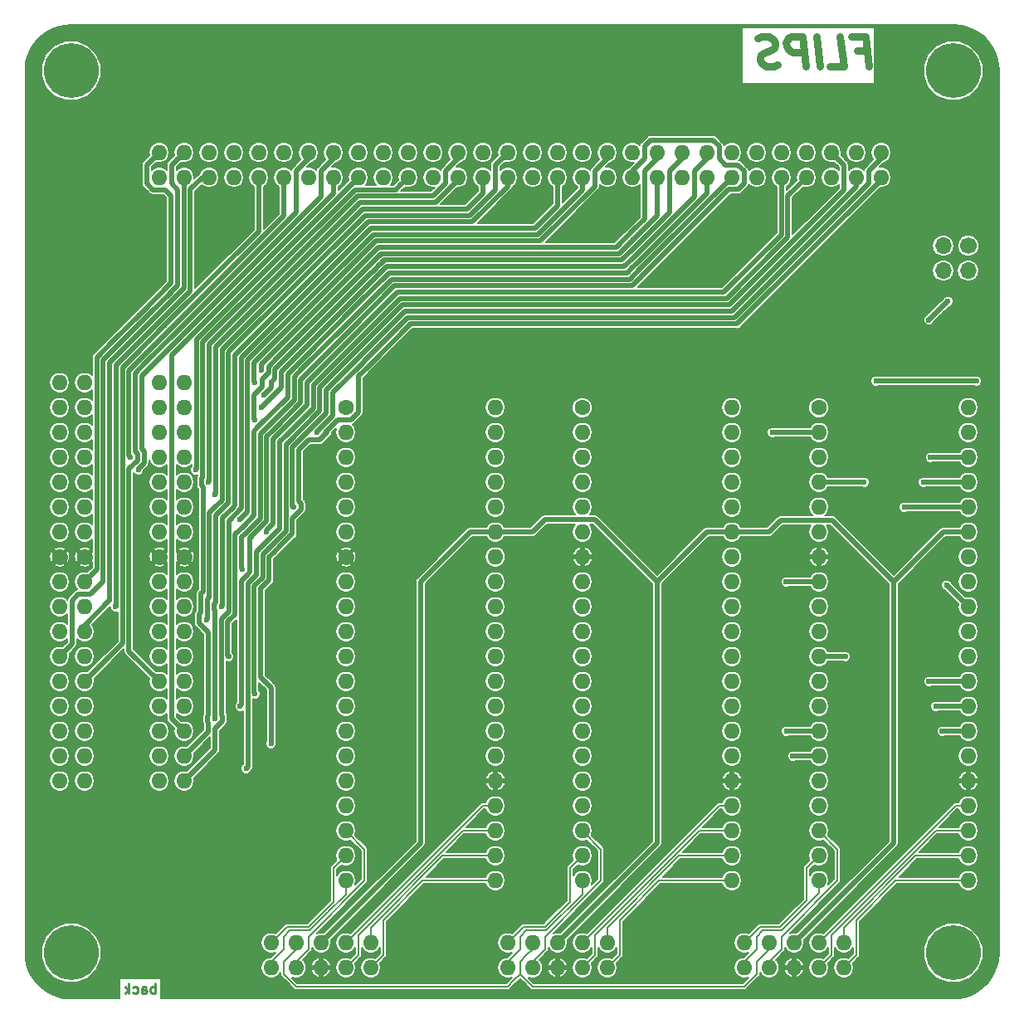
<source format=gbr>
G04 #@! TF.GenerationSoftware,KiCad,Pcbnew,(5.0.1)-4*
G04 #@! TF.CreationDate,2018-11-23T22:56:41+01:00*
G04 #@! TF.ProjectId,Flips7,466C697073372E6B696361645F706362,V1.0*
G04 #@! TF.SameCoordinates,Original*
G04 #@! TF.FileFunction,Copper,L2,Bot,Signal*
G04 #@! TF.FilePolarity,Positive*
%FSLAX46Y46*%
G04 Gerber Fmt 4.6, Leading zero omitted, Abs format (unit mm)*
G04 Created by KiCad (PCBNEW (5.0.1)-4) date 23.11.2018 22:56:41*
%MOMM*%
%LPD*%
G01*
G04 APERTURE LIST*
G04 #@! TA.AperFunction,NonConductor*
%ADD10C,0.250000*%
G04 #@! TD*
G04 #@! TA.AperFunction,NonConductor*
%ADD11C,0.750000*%
G04 #@! TD*
G04 #@! TA.AperFunction,ComponentPad*
%ADD12O,1.600000X1.600000*%
G04 #@! TD*
G04 #@! TA.AperFunction,ComponentPad*
%ADD13C,1.600000*%
G04 #@! TD*
G04 #@! TA.AperFunction,ComponentPad*
%ADD14C,5.600000*%
G04 #@! TD*
G04 #@! TA.AperFunction,Conductor*
%ADD15C,1.600000*%
G04 #@! TD*
G04 #@! TA.AperFunction,ComponentPad*
%ADD16O,1.700000X1.700000*%
G04 #@! TD*
G04 #@! TA.AperFunction,ComponentPad*
%ADD17C,1.700000*%
G04 #@! TD*
G04 #@! TA.AperFunction,ViaPad*
%ADD18C,0.600000*%
G04 #@! TD*
G04 #@! TA.AperFunction,Conductor*
%ADD19C,0.200000*%
G04 #@! TD*
G04 #@! TA.AperFunction,Conductor*
%ADD20C,0.500000*%
G04 #@! TD*
G04 APERTURE END LIST*
D10*
X38965000Y-124531380D02*
X38965000Y-123531380D01*
X38965000Y-123912333D02*
X38869761Y-123864714D01*
X38679285Y-123864714D01*
X38584047Y-123912333D01*
X38536428Y-123959952D01*
X38488809Y-124055190D01*
X38488809Y-124340904D01*
X38536428Y-124436142D01*
X38584047Y-124483761D01*
X38679285Y-124531380D01*
X38869761Y-124531380D01*
X38965000Y-124483761D01*
X37631666Y-124531380D02*
X37631666Y-124007571D01*
X37679285Y-123912333D01*
X37774523Y-123864714D01*
X37965000Y-123864714D01*
X38060238Y-123912333D01*
X37631666Y-124483761D02*
X37726904Y-124531380D01*
X37965000Y-124531380D01*
X38060238Y-124483761D01*
X38107857Y-124388523D01*
X38107857Y-124293285D01*
X38060238Y-124198047D01*
X37965000Y-124150428D01*
X37726904Y-124150428D01*
X37631666Y-124102809D01*
X36726904Y-124483761D02*
X36822142Y-124531380D01*
X37012619Y-124531380D01*
X37107857Y-124483761D01*
X37155476Y-124436142D01*
X37203095Y-124340904D01*
X37203095Y-124055190D01*
X37155476Y-123959952D01*
X37107857Y-123912333D01*
X37012619Y-123864714D01*
X36822142Y-123864714D01*
X36726904Y-123912333D01*
X36298333Y-124531380D02*
X36298333Y-123531380D01*
X36203095Y-124150428D02*
X35917380Y-124531380D01*
X35917380Y-123864714D02*
X36298333Y-124245666D01*
D11*
X110589017Y-28360714D02*
X111589017Y-28360714D01*
X111785446Y-29932142D02*
X111410446Y-26932142D01*
X109981875Y-26932142D01*
X107785446Y-29932142D02*
X109214017Y-29932142D01*
X108839017Y-26932142D01*
X106785446Y-29932142D02*
X106410446Y-26932142D01*
X105356875Y-29932142D02*
X104981875Y-26932142D01*
X103839017Y-26932142D01*
X103571160Y-27075000D01*
X103446160Y-27217857D01*
X103339017Y-27503571D01*
X103392589Y-27932142D01*
X103571160Y-28217857D01*
X103731875Y-28360714D01*
X104035446Y-28503571D01*
X105178303Y-28503571D01*
X102481875Y-29789285D02*
X102071160Y-29932142D01*
X101356875Y-29932142D01*
X101053303Y-29789285D01*
X100892589Y-29646428D01*
X100714017Y-29360714D01*
X100678303Y-29075000D01*
X100785446Y-28789285D01*
X100910446Y-28646428D01*
X101178303Y-28503571D01*
X101731875Y-28360714D01*
X101999732Y-28217857D01*
X102124732Y-28075000D01*
X102231875Y-27789285D01*
X102196160Y-27503571D01*
X102017589Y-27217857D01*
X101856875Y-27075000D01*
X101553303Y-26932142D01*
X100839017Y-26932142D01*
X100428303Y-27075000D01*
D12*
G04 #@! TO.P,IC3,40*
G04 #@! TO.N,/X18*
X121920000Y-64770000D03*
G04 #@! TO.P,IC3,20*
G04 #@! TO.N,/X.A2*
X106680000Y-113030000D03*
G04 #@! TO.P,IC3,39*
G04 #@! TO.N,/X20*
X121920000Y-67310000D03*
G04 #@! TO.P,IC3,19*
G04 #@! TO.N,/X.A0*
X106680000Y-110490000D03*
G04 #@! TO.P,IC3,38*
G04 #@! TO.N,/X17*
X121920000Y-69850000D03*
G04 #@! TO.P,IC3,18*
G04 #@! TO.N,/X.A1*
X106680000Y-107950000D03*
G04 #@! TO.P,IC3,37*
G04 #@! TO.N,/X16*
X121920000Y-72390000D03*
G04 #@! TO.P,IC3,17*
G04 #@! TO.N,/VCC*
X106680000Y-105410000D03*
G04 #@! TO.P,IC3,36*
G04 #@! TO.N,/X15*
X121920000Y-74930000D03*
G04 #@! TO.P,IC3,16*
G04 #@! TO.N,/X01*
X106680000Y-102870000D03*
G04 #@! TO.P,IC3,35*
G04 #@! TO.N,/HV*
X121920000Y-77470000D03*
G04 #@! TO.P,IC3,15*
G04 #@! TO.N,/X02*
X106680000Y-100330000D03*
G04 #@! TO.P,IC3,34*
G04 #@! TO.N,/X19*
X121920000Y-80010000D03*
G04 #@! TO.P,IC3,14*
G04 #@! TO.N,/X03*
X106680000Y-97790000D03*
G04 #@! TO.P,IC3,33*
G04 #@! TO.N,/X21*
X121920000Y-82550000D03*
G04 #@! TO.P,IC3,13*
G04 #@! TO.N,/X04*
X106680000Y-95250000D03*
G04 #@! TO.P,IC3,32*
G04 #@! TO.N,/X28*
X121920000Y-85090000D03*
G04 #@! TO.P,IC3,12*
G04 #@! TO.N,/X06*
X106680000Y-92710000D03*
G04 #@! TO.P,IC3,31*
G04 #@! TO.N,/X26*
X121920000Y-87630000D03*
G04 #@! TO.P,IC3,11*
G04 #@! TO.N,/X05*
X106680000Y-90170000D03*
G04 #@! TO.P,IC3,30*
G04 #@! TO.N,/X27*
X121920000Y-90170000D03*
G04 #@! TO.P,IC3,10*
G04 #@! TO.N,/X07*
X106680000Y-87630000D03*
G04 #@! TO.P,IC3,29*
G04 #@! TO.N,/X25*
X121920000Y-92710000D03*
G04 #@! TO.P,IC3,9*
G04 #@! TO.N,/X14*
X106680000Y-85090000D03*
G04 #@! TO.P,IC3,28*
G04 #@! TO.N,/X24*
X121920000Y-95250000D03*
G04 #@! TO.P,IC3,8*
G04 #@! TO.N,/X12*
X106680000Y-82550000D03*
G04 #@! TO.P,IC3,27*
G04 #@! TO.N,/X23*
X121920000Y-97790000D03*
G04 #@! TO.P,IC3,7*
G04 #@! TO.N,GND*
X106680000Y-80010000D03*
G04 #@! TO.P,IC3,26*
G04 #@! TO.N,/X22*
X121920000Y-100330000D03*
G04 #@! TO.P,IC3,6*
G04 #@! TO.N,/X08*
X106680000Y-77470000D03*
G04 #@! TO.P,IC3,25*
G04 #@! TO.N,GND*
X121920000Y-102870000D03*
G04 #@! TO.P,IC3,5*
G04 #@! TO.N,/X09*
X106680000Y-74930000D03*
G04 #@! TO.P,IC3,24*
G04 #@! TO.N,/X.EN*
X121920000Y-105410000D03*
G04 #@! TO.P,IC3,4*
G04 #@! TO.N,/X10*
X106680000Y-72390000D03*
G04 #@! TO.P,IC3,23*
G04 #@! TO.N,/X.POL*
X121920000Y-107950000D03*
G04 #@! TO.P,IC3,3*
G04 #@! TO.N,/X13*
X106680000Y-69850000D03*
G04 #@! TO.P,IC3,22*
G04 #@! TO.N,/X.B1*
X121920000Y-110490000D03*
G04 #@! TO.P,IC3,2*
G04 #@! TO.N,/X11*
X106680000Y-67310000D03*
G04 #@! TO.P,IC3,21*
G04 #@! TO.N,/X.B0*
X121920000Y-113030000D03*
D13*
G04 #@! TO.P,IC3,1*
G04 #@! TO.N,Net-(IC3-Pad1)*
X106680000Y-64770000D03*
G04 #@! TD*
D14*
G04 #@! TO.P,REF\002A\002A,1*
G04 #@! TO.N,N/C*
X120400000Y-120400000D03*
G04 #@! TD*
G04 #@! TO.P,REF\002A\002A,1*
G04 #@! TO.N,N/C*
X30400000Y-120400000D03*
G04 #@! TD*
G04 #@! TO.P,REF\002A\002A,1*
G04 #@! TO.N,N/C*
X120400000Y-30400000D03*
G04 #@! TD*
D12*
G04 #@! TO.P,SHR2,34*
G04 #@! TO.N,/RY16*
X39370000Y-62230000D03*
G04 #@! TO.P,SHR2,33*
G04 #@! TO.N,/~SY16*
X41910000Y-62230000D03*
G04 #@! TO.P,SHR2,32*
G04 #@! TO.N,/RY15*
X39370000Y-64770000D03*
G04 #@! TO.P,SHR2,31*
G04 #@! TO.N,/~SY15*
X41910000Y-64770000D03*
G04 #@! TO.P,SHR2,30*
G04 #@! TO.N,/RY04*
X39370000Y-67310000D03*
G04 #@! TO.P,SHR2,29*
G04 #@! TO.N,/~SY11*
X41910000Y-67310000D03*
G04 #@! TO.P,SHR2,28*
G04 #@! TO.N,/RY06*
X39370000Y-69850000D03*
G04 #@! TO.P,SHR2,27*
G04 #@! TO.N,/~SY13*
X41910000Y-69850000D03*
G04 #@! TO.P,SHR2,26*
G04 #@! TO.N,/RY03*
X39370000Y-72390000D03*
G04 #@! TO.P,SHR2,25*
G04 #@! TO.N,/~SY10*
X41910000Y-72390000D03*
G04 #@! TO.P,SHR2,24*
G04 #@! TO.N,/RY02*
X39370000Y-74930000D03*
G04 #@! TO.P,SHR2,23*
G04 #@! TO.N,/~SY09*
X41910000Y-74930000D03*
G04 #@! TO.P,SHR2,22*
G04 #@! TO.N,/RY01*
X39370000Y-77470000D03*
G04 #@! TO.P,SHR2,21*
G04 #@! TO.N,/~SY08*
X41910000Y-77470000D03*
D13*
G04 #@! TO.P,SHR2,20*
G04 #@! TO.N,GND*
X39370000Y-80010000D03*
D15*
G04 #@! TD*
G04 #@! TO.N,GND*
G04 #@! TO.C,SHR2*
X39370000Y-80010000D02*
X39370000Y-80010000D01*
D13*
G04 #@! TO.P,SHR2,19*
G04 #@! TO.N,GND*
X41910000Y-80010000D03*
D15*
G04 #@! TD*
G04 #@! TO.N,GND*
G04 #@! TO.C,SHR2*
X41910000Y-80010000D02*
X41910000Y-80010000D01*
D12*
G04 #@! TO.P,SHR2,18*
G04 #@! TO.N,/RY05*
X39370000Y-82550000D03*
G04 #@! TO.P,SHR2,17*
G04 #@! TO.N,/~SY12*
X41910000Y-82550000D03*
G04 #@! TO.P,SHR2,16*
G04 #@! TO.N,/RY07*
X39370000Y-85090000D03*
G04 #@! TO.P,SHR2,15*
G04 #@! TO.N,/~SY14*
X41910000Y-85090000D03*
G04 #@! TO.P,SHR2,14*
G04 #@! TO.N,/RY14*
X39370000Y-87630000D03*
G04 #@! TO.P,SHR2,13*
G04 #@! TO.N,/~SY07*
X41910000Y-87630000D03*
G04 #@! TO.P,SHR2,12*
G04 #@! TO.N,/RY12*
X39370000Y-90170000D03*
G04 #@! TO.P,SHR2,11*
G04 #@! TO.N,/~SY05*
X41910000Y-90170000D03*
G04 #@! TO.P,SHR2,10*
G04 #@! TO.N,/RY13*
X39370000Y-92710000D03*
G04 #@! TO.P,SHR2,9*
G04 #@! TO.N,/~SY06*
X41910000Y-92710000D03*
G04 #@! TO.P,SHR2,8*
G04 #@! TO.N,/RY11*
X39370000Y-95250000D03*
G04 #@! TO.P,SHR2,7*
G04 #@! TO.N,/~SY04*
X41910000Y-95250000D03*
G04 #@! TO.P,SHR2,6*
G04 #@! TO.N,/RY10*
X39370000Y-97790000D03*
G04 #@! TO.P,SHR2,5*
G04 #@! TO.N,/~SY03*
X41910000Y-97790000D03*
G04 #@! TO.P,SHR2,4*
G04 #@! TO.N,/RY09*
X39370000Y-100330000D03*
G04 #@! TO.P,SHR2,3*
G04 #@! TO.N,/~SY02*
X41910000Y-100330000D03*
G04 #@! TO.P,SHR2,2*
G04 #@! TO.N,/RY08*
X39370000Y-102870000D03*
G04 #@! TO.P,SHR2,1*
G04 #@! TO.N,/~SY01*
X41910000Y-102870000D03*
G04 #@! TD*
G04 #@! TO.P,IC2,40*
G04 #@! TO.N,Net-(IC2-Pad40)*
X97790000Y-64770000D03*
G04 #@! TO.P,IC2,20*
G04 #@! TO.N,/Y2.A2*
X82550000Y-113030000D03*
G04 #@! TO.P,IC2,39*
G04 #@! TO.N,Net-(IC2-Pad39)*
X97790000Y-67310000D03*
G04 #@! TO.P,IC2,19*
G04 #@! TO.N,/Y2.A0*
X82550000Y-110490000D03*
G04 #@! TO.P,IC2,38*
G04 #@! TO.N,Net-(IC2-Pad38)*
X97790000Y-69850000D03*
G04 #@! TO.P,IC2,18*
G04 #@! TO.N,/Y2.A1*
X82550000Y-107950000D03*
G04 #@! TO.P,IC2,37*
G04 #@! TO.N,/RY16*
X97790000Y-72390000D03*
G04 #@! TO.P,IC2,17*
G04 #@! TO.N,/VCC*
X82550000Y-105410000D03*
G04 #@! TO.P,IC2,36*
G04 #@! TO.N,/RY15*
X97790000Y-74930000D03*
G04 #@! TO.P,IC2,16*
G04 #@! TO.N,/~SY15*
X82550000Y-102870000D03*
G04 #@! TO.P,IC2,35*
G04 #@! TO.N,/HV*
X97790000Y-77470000D03*
G04 #@! TO.P,IC2,15*
G04 #@! TO.N,/~SY16*
X82550000Y-100330000D03*
G04 #@! TO.P,IC2,34*
G04 #@! TO.N,Net-(IC2-Pad34)*
X97790000Y-80010000D03*
G04 #@! TO.P,IC2,14*
G04 #@! TO.N,Net-(IC2-Pad14)*
X82550000Y-97790000D03*
G04 #@! TO.P,IC2,33*
G04 #@! TO.N,Net-(IC2-Pad33)*
X97790000Y-82550000D03*
G04 #@! TO.P,IC2,13*
G04 #@! TO.N,Net-(IC2-Pad13)*
X82550000Y-95250000D03*
G04 #@! TO.P,IC2,32*
G04 #@! TO.N,Net-(IC2-Pad32)*
X97790000Y-85090000D03*
G04 #@! TO.P,IC2,12*
G04 #@! TO.N,Net-(IC2-Pad12)*
X82550000Y-92710000D03*
G04 #@! TO.P,IC2,31*
G04 #@! TO.N,Net-(IC2-Pad31)*
X97790000Y-87630000D03*
G04 #@! TO.P,IC2,11*
G04 #@! TO.N,Net-(IC2-Pad11)*
X82550000Y-90170000D03*
G04 #@! TO.P,IC2,30*
G04 #@! TO.N,Net-(IC2-Pad30)*
X97790000Y-90170000D03*
G04 #@! TO.P,IC2,10*
G04 #@! TO.N,Net-(IC2-Pad10)*
X82550000Y-87630000D03*
G04 #@! TO.P,IC2,29*
G04 #@! TO.N,Net-(IC2-Pad29)*
X97790000Y-92710000D03*
G04 #@! TO.P,IC2,9*
G04 #@! TO.N,Net-(IC2-Pad9)*
X82550000Y-85090000D03*
G04 #@! TO.P,IC2,28*
G04 #@! TO.N,Net-(IC2-Pad28)*
X97790000Y-95250000D03*
G04 #@! TO.P,IC2,8*
G04 #@! TO.N,Net-(IC2-Pad8)*
X82550000Y-82550000D03*
G04 #@! TO.P,IC2,27*
G04 #@! TO.N,Net-(IC2-Pad27)*
X97790000Y-97790000D03*
G04 #@! TO.P,IC2,7*
G04 #@! TO.N,GND*
X82550000Y-80010000D03*
G04 #@! TO.P,IC2,26*
G04 #@! TO.N,Net-(IC2-Pad26)*
X97790000Y-100330000D03*
G04 #@! TO.P,IC2,6*
G04 #@! TO.N,Net-(IC2-Pad6)*
X82550000Y-77470000D03*
G04 #@! TO.P,IC2,25*
G04 #@! TO.N,GND*
X97790000Y-102870000D03*
G04 #@! TO.P,IC2,5*
G04 #@! TO.N,Net-(IC2-Pad5)*
X82550000Y-74930000D03*
G04 #@! TO.P,IC2,24*
G04 #@! TO.N,/Y2.EN*
X97790000Y-105410000D03*
G04 #@! TO.P,IC2,4*
G04 #@! TO.N,Net-(IC2-Pad4)*
X82550000Y-72390000D03*
G04 #@! TO.P,IC2,23*
G04 #@! TO.N,/Y2.POL*
X97790000Y-107950000D03*
G04 #@! TO.P,IC2,3*
G04 #@! TO.N,Net-(IC2-Pad3)*
X82550000Y-69850000D03*
G04 #@! TO.P,IC2,22*
G04 #@! TO.N,/Y2.B1*
X97790000Y-110490000D03*
G04 #@! TO.P,IC2,2*
G04 #@! TO.N,Net-(IC2-Pad2)*
X82550000Y-67310000D03*
G04 #@! TO.P,IC2,21*
G04 #@! TO.N,/Y2.B0*
X97790000Y-113030000D03*
D13*
G04 #@! TO.P,IC2,1*
G04 #@! TO.N,Net-(IC2-Pad1)*
X82550000Y-64770000D03*
G04 #@! TD*
D12*
G04 #@! TO.P,IC1,40*
G04 #@! TO.N,/RY04*
X73660000Y-64770000D03*
G04 #@! TO.P,IC1,20*
G04 #@! TO.N,/Y1.A2*
X58420000Y-113030000D03*
G04 #@! TO.P,IC1,39*
G04 #@! TO.N,/RY06*
X73660000Y-67310000D03*
G04 #@! TO.P,IC1,19*
G04 #@! TO.N,/Y1.A0*
X58420000Y-110490000D03*
G04 #@! TO.P,IC1,38*
G04 #@! TO.N,/RY03*
X73660000Y-69850000D03*
G04 #@! TO.P,IC1,18*
G04 #@! TO.N,/Y1.A1*
X58420000Y-107950000D03*
G04 #@! TO.P,IC1,37*
G04 #@! TO.N,/RY02*
X73660000Y-72390000D03*
G04 #@! TO.P,IC1,17*
G04 #@! TO.N,/VCC*
X58420000Y-105410000D03*
G04 #@! TO.P,IC1,36*
G04 #@! TO.N,/RY01*
X73660000Y-74930000D03*
G04 #@! TO.P,IC1,16*
G04 #@! TO.N,/~SY01*
X58420000Y-102870000D03*
G04 #@! TO.P,IC1,35*
G04 #@! TO.N,/HV*
X73660000Y-77470000D03*
G04 #@! TO.P,IC1,15*
G04 #@! TO.N,/~SY02*
X58420000Y-100330000D03*
G04 #@! TO.P,IC1,34*
G04 #@! TO.N,/RY05*
X73660000Y-80010000D03*
G04 #@! TO.P,IC1,14*
G04 #@! TO.N,/~SY03*
X58420000Y-97790000D03*
G04 #@! TO.P,IC1,33*
G04 #@! TO.N,/RY07*
X73660000Y-82550000D03*
G04 #@! TO.P,IC1,13*
G04 #@! TO.N,/~SY04*
X58420000Y-95250000D03*
G04 #@! TO.P,IC1,32*
G04 #@! TO.N,/RY14*
X73660000Y-85090000D03*
G04 #@! TO.P,IC1,12*
G04 #@! TO.N,/~SY06*
X58420000Y-92710000D03*
G04 #@! TO.P,IC1,31*
G04 #@! TO.N,/RY12*
X73660000Y-87630000D03*
G04 #@! TO.P,IC1,11*
G04 #@! TO.N,/~SY05*
X58420000Y-90170000D03*
G04 #@! TO.P,IC1,30*
G04 #@! TO.N,/RY13*
X73660000Y-90170000D03*
G04 #@! TO.P,IC1,10*
G04 #@! TO.N,/~SY07*
X58420000Y-87630000D03*
G04 #@! TO.P,IC1,29*
G04 #@! TO.N,/RY11*
X73660000Y-92710000D03*
G04 #@! TO.P,IC1,9*
G04 #@! TO.N,/~SY14*
X58420000Y-85090000D03*
G04 #@! TO.P,IC1,28*
G04 #@! TO.N,/RY10*
X73660000Y-95250000D03*
G04 #@! TO.P,IC1,8*
G04 #@! TO.N,/~SY12*
X58420000Y-82550000D03*
G04 #@! TO.P,IC1,27*
G04 #@! TO.N,/RY09*
X73660000Y-97790000D03*
D13*
G04 #@! TO.P,IC1,7*
G04 #@! TO.N,GND*
X58420000Y-80010000D03*
D15*
G04 #@! TD*
G04 #@! TO.N,GND*
G04 #@! TO.C,IC1*
X58420000Y-80010000D02*
X58420000Y-80010000D01*
D12*
G04 #@! TO.P,IC1,26*
G04 #@! TO.N,/RY08*
X73660000Y-100330000D03*
G04 #@! TO.P,IC1,6*
G04 #@! TO.N,/~SY08*
X58420000Y-77470000D03*
G04 #@! TO.P,IC1,25*
G04 #@! TO.N,GND*
X73660000Y-102870000D03*
G04 #@! TO.P,IC1,5*
G04 #@! TO.N,/~SY09*
X58420000Y-74930000D03*
G04 #@! TO.P,IC1,24*
G04 #@! TO.N,/Y1.EN*
X73660000Y-105410000D03*
G04 #@! TO.P,IC1,4*
G04 #@! TO.N,/~SY10*
X58420000Y-72390000D03*
G04 #@! TO.P,IC1,23*
G04 #@! TO.N,/Y1.POL*
X73660000Y-107950000D03*
G04 #@! TO.P,IC1,3*
G04 #@! TO.N,/~SY13*
X58420000Y-69850000D03*
G04 #@! TO.P,IC1,22*
G04 #@! TO.N,/Y1.B1*
X73660000Y-110490000D03*
G04 #@! TO.P,IC1,2*
G04 #@! TO.N,/~SY11*
X58420000Y-67310000D03*
G04 #@! TO.P,IC1,21*
G04 #@! TO.N,/Y1.B0*
X73660000Y-113030000D03*
D13*
G04 #@! TO.P,IC1,1*
G04 #@! TO.N,Net-(IC1-Pad1)*
X58420000Y-64770000D03*
G04 #@! TD*
D16*
G04 #@! TO.P,JP1,4*
G04 #@! TO.N,/X04*
X119380000Y-50800000D03*
G04 #@! TO.P,JP1,3*
G04 #@! TO.N,/X27_X04*
X119380000Y-48260000D03*
G04 #@! TO.P,JP1,2*
G04 #@! TO.N,/X04_NC*
X121920000Y-50800000D03*
D17*
G04 #@! TO.P,JP1,1*
G04 #@! TO.N,/X27*
X121920000Y-48260000D03*
G04 #@! TD*
D12*
G04 #@! TO.P,BOARD1,1*
G04 #@! TO.N,/X11*
X39370000Y-41275000D03*
G04 #@! TO.P,BOARD1,2*
G04 #@! TO.N,/~SY07*
X41910000Y-41275000D03*
G04 #@! TO.P,BOARD1,3*
G04 #@! TO.N,/RY07*
X44450000Y-41275000D03*
G04 #@! TO.P,BOARD1,4*
G04 #@! TO.N,/X12*
X46990000Y-41275000D03*
G04 #@! TO.P,BOARD1,5*
G04 #@! TO.N,/~SY06*
X49530000Y-41275000D03*
G04 #@! TO.P,BOARD1,6*
G04 #@! TO.N,/RY06*
X52070000Y-41275000D03*
G04 #@! TO.P,BOARD1,7*
G04 #@! TO.N,/X13*
X54610000Y-41275000D03*
G04 #@! TO.P,BOARD1,8*
G04 #@! TO.N,/~SY03*
X57150000Y-41275000D03*
G04 #@! TO.P,BOARD1,9*
G04 #@! TO.N,/RY03*
X59690000Y-41275000D03*
G04 #@! TO.P,BOARD1,10*
G04 #@! TO.N,/X14*
X62230000Y-41275000D03*
G04 #@! TO.P,BOARD1,11*
G04 #@! TO.N,/~SY02*
X64770000Y-41275000D03*
G04 #@! TO.P,BOARD1,12*
G04 #@! TO.N,/X10*
X67310000Y-41275000D03*
G04 #@! TO.P,BOARD1,13*
G04 #@! TO.N,/RY02*
X69850000Y-41275000D03*
G04 #@! TO.P,BOARD1,14*
G04 #@! TO.N,/RY14*
X72390000Y-41275000D03*
G04 #@! TO.P,BOARD1,15*
G04 #@! TO.N,/~SY14*
X74930000Y-41275000D03*
G04 #@! TO.P,BOARD1,16*
G04 #@! TO.N,/X15*
X77470000Y-41275000D03*
G04 #@! TO.P,BOARD1,17*
G04 #@! TO.N,/~SY01*
X80010000Y-41275000D03*
G04 #@! TO.P,BOARD1,18*
G04 #@! TO.N,/RY01*
X82550000Y-41275000D03*
G04 #@! TO.P,BOARD1,19*
G04 #@! TO.N,/X16*
X85090000Y-41275000D03*
G04 #@! TO.P,BOARD1,20*
G04 #@! TO.N,/~SY04*
X87630000Y-41275000D03*
G04 #@! TO.P,BOARD1,21*
G04 #@! TO.N,/RY04*
X90170000Y-41275000D03*
G04 #@! TO.P,BOARD1,22*
G04 #@! TO.N,/X17*
X92710000Y-41275000D03*
G04 #@! TO.P,BOARD1,23*
G04 #@! TO.N,/~SY05*
X95250000Y-41275000D03*
G04 #@! TO.P,BOARD1,24*
G04 #@! TO.N,/RY05*
X97790000Y-41275000D03*
G04 #@! TO.P,BOARD1,25*
G04 #@! TO.N,/X18*
X100330000Y-41275000D03*
G04 #@! TO.P,BOARD1,26*
G04 #@! TO.N,/~SY08*
X102870000Y-41275000D03*
G04 #@! TO.P,BOARD1,27*
G04 #@! TO.N,/RY08*
X105410000Y-41275000D03*
G04 #@! TO.P,BOARD1,28*
G04 #@! TO.N,/X19*
X107950000Y-41275000D03*
G04 #@! TO.P,BOARD1,29*
G04 #@! TO.N,/~SY09*
X110490000Y-41275000D03*
G04 #@! TO.P,BOARD1,30*
G04 #@! TO.N,/RY09*
X113030000Y-41275000D03*
G04 #@! TO.P,BOARD1,31*
G04 #@! TO.N,/~SY12*
X39370000Y-38735000D03*
G04 #@! TO.P,BOARD1,32*
G04 #@! TO.N,/RY12*
X41910000Y-38735000D03*
G04 #@! TO.P,BOARD1,33*
G04 #@! TO.N,/X03*
X44450000Y-38735000D03*
G04 #@! TO.P,BOARD1,34*
G04 #@! TO.N,/X02*
X46990000Y-38735000D03*
G04 #@! TO.P,BOARD1,35*
G04 #@! TO.N,/X01*
X49530000Y-38735000D03*
G04 #@! TO.P,BOARD1,36*
G04 #@! TO.N,/X09*
X52070000Y-38735000D03*
G04 #@! TO.P,BOARD1,37*
G04 #@! TO.N,/RY13*
X54610000Y-38735000D03*
G04 #@! TO.P,BOARD1,38*
G04 #@! TO.N,/~SY13*
X57150000Y-38735000D03*
G04 #@! TO.P,BOARD1,39*
G04 #@! TO.N,/X08*
X59690000Y-38735000D03*
G04 #@! TO.P,BOARD1,40*
G04 #@! TO.N,/X07*
X62230000Y-38735000D03*
G04 #@! TO.P,BOARD1,41*
G04 #@! TO.N,/X06*
X64770000Y-38735000D03*
G04 #@! TO.P,BOARD1,42*
G04 #@! TO.N,/X05*
X67310000Y-38735000D03*
G04 #@! TO.P,BOARD1,43*
G04 #@! TO.N,/~SY10*
X69850000Y-38735000D03*
G04 #@! TO.P,BOARD1,44*
G04 #@! TO.N,/X04_NC*
X72390000Y-38735000D03*
G04 #@! TO.P,BOARD1,45*
G04 #@! TO.N,/RY10*
X74930000Y-38735000D03*
G04 #@! TO.P,BOARD1,46*
G04 #@! TO.N,/X25*
X77470000Y-38735000D03*
G04 #@! TO.P,BOARD1,47*
G04 #@! TO.N,/X24*
X80010000Y-38735000D03*
G04 #@! TO.P,BOARD1,48*
G04 #@! TO.N,/X23*
X82550000Y-38735000D03*
G04 #@! TO.P,BOARD1,49*
G04 #@! TO.N,/~SY16*
X85090000Y-38735000D03*
G04 #@! TO.P,BOARD1,50*
G04 #@! TO.N,/X22*
X87630000Y-38735000D03*
G04 #@! TO.P,BOARD1,51*
G04 #@! TO.N,/RY16*
X90170000Y-38735000D03*
G04 #@! TO.P,BOARD1,52*
G04 #@! TO.N,/RY15*
X92710000Y-38735000D03*
G04 #@! TO.P,BOARD1,53*
G04 #@! TO.N,/~SY15*
X95250000Y-38735000D03*
G04 #@! TO.P,BOARD1,54*
G04 #@! TO.N,/X28*
X97790000Y-38735000D03*
G04 #@! TO.P,BOARD1,55*
G04 #@! TO.N,/X27_X04*
X100330000Y-38735000D03*
G04 #@! TO.P,BOARD1,56*
G04 #@! TO.N,/X26*
X102870000Y-38735000D03*
G04 #@! TO.P,BOARD1,57*
G04 #@! TO.N,/X21*
X105410000Y-38735000D03*
G04 #@! TO.P,BOARD1,58*
G04 #@! TO.N,/RY11*
X107950000Y-38735000D03*
G04 #@! TO.P,BOARD1,59*
G04 #@! TO.N,/X20*
X110490000Y-38735000D03*
G04 #@! TO.P,BOARD1,60*
G04 #@! TO.N,/~SY11*
X113030000Y-38735000D03*
G04 #@! TD*
G04 #@! TO.P,CNX1,1*
G04 #@! TO.N,/X.B1*
X109220000Y-119380000D03*
G04 #@! TO.P,CNX1,2*
G04 #@! TO.N,/X.B0*
X109220000Y-121920000D03*
G04 #@! TO.P,CNX1,3*
G04 #@! TO.N,/X.EN*
X106680000Y-119380000D03*
G04 #@! TO.P,CNX1,4*
G04 #@! TO.N,/X.POL*
X106680000Y-121920000D03*
G04 #@! TO.P,CNX1,5*
G04 #@! TO.N,/HV*
X104140000Y-119380000D03*
G04 #@! TO.P,CNX1,6*
G04 #@! TO.N,GND*
X104140000Y-121920000D03*
G04 #@! TO.P,CNX1,7*
G04 #@! TO.N,/VCC*
X101600000Y-119380000D03*
G04 #@! TO.P,CNX1,8*
G04 #@! TO.N,/X.A1*
X101600000Y-121920000D03*
G04 #@! TO.P,CNX1,9*
G04 #@! TO.N,/X.A0*
X99060000Y-119380000D03*
G04 #@! TO.P,CNX1,10*
G04 #@! TO.N,/X.A2*
X99060000Y-121920000D03*
G04 #@! TD*
G04 #@! TO.P,CNY1,1*
G04 #@! TO.N,/Y1.B1*
X60960000Y-119380000D03*
G04 #@! TO.P,CNY1,2*
G04 #@! TO.N,/Y1.B0*
X60960000Y-121920000D03*
G04 #@! TO.P,CNY1,3*
G04 #@! TO.N,/Y1.EN*
X58420000Y-119380000D03*
G04 #@! TO.P,CNY1,4*
G04 #@! TO.N,/Y1.POL*
X58420000Y-121920000D03*
G04 #@! TO.P,CNY1,5*
G04 #@! TO.N,/HV*
X55880000Y-119380000D03*
G04 #@! TO.P,CNY1,6*
G04 #@! TO.N,GND*
X55880000Y-121920000D03*
G04 #@! TO.P,CNY1,7*
G04 #@! TO.N,/VCC*
X53340000Y-119380000D03*
G04 #@! TO.P,CNY1,8*
G04 #@! TO.N,/Y1.A1*
X53340000Y-121920000D03*
G04 #@! TO.P,CNY1,9*
G04 #@! TO.N,/Y1.A0*
X50800000Y-119380000D03*
G04 #@! TO.P,CNY1,10*
G04 #@! TO.N,/Y1.A2*
X50800000Y-121920000D03*
G04 #@! TD*
G04 #@! TO.P,CNY2,10*
G04 #@! TO.N,/Y2.A2*
X74930000Y-121920000D03*
G04 #@! TO.P,CNY2,9*
G04 #@! TO.N,/Y2.A0*
X74930000Y-119380000D03*
G04 #@! TO.P,CNY2,8*
G04 #@! TO.N,/Y2.A1*
X77470000Y-121920000D03*
G04 #@! TO.P,CNY2,7*
G04 #@! TO.N,/VCC*
X77470000Y-119380000D03*
G04 #@! TO.P,CNY2,6*
G04 #@! TO.N,GND*
X80010000Y-121920000D03*
G04 #@! TO.P,CNY2,5*
G04 #@! TO.N,/HV*
X80010000Y-119380000D03*
G04 #@! TO.P,CNY2,4*
G04 #@! TO.N,/Y2.POL*
X82550000Y-121920000D03*
G04 #@! TO.P,CNY2,3*
G04 #@! TO.N,/Y2.EN*
X82550000Y-119380000D03*
G04 #@! TO.P,CNY2,2*
G04 #@! TO.N,/Y2.B0*
X85090000Y-121920000D03*
G04 #@! TO.P,CNY2,1*
G04 #@! TO.N,/Y2.B1*
X85090000Y-119380000D03*
G04 #@! TD*
G04 #@! TO.P,SHR1,1*
G04 #@! TO.N,/~SY01*
X31750000Y-102870000D03*
G04 #@! TO.P,SHR1,2*
G04 #@! TO.N,/RY08*
X29210000Y-102870000D03*
G04 #@! TO.P,SHR1,3*
G04 #@! TO.N,/~SY02*
X31750000Y-100330000D03*
G04 #@! TO.P,SHR1,4*
G04 #@! TO.N,/RY09*
X29210000Y-100330000D03*
G04 #@! TO.P,SHR1,5*
G04 #@! TO.N,/~SY03*
X31750000Y-97790000D03*
G04 #@! TO.P,SHR1,6*
G04 #@! TO.N,/RY10*
X29210000Y-97790000D03*
G04 #@! TO.P,SHR1,7*
G04 #@! TO.N,/~SY04*
X31750000Y-95250000D03*
G04 #@! TO.P,SHR1,8*
G04 #@! TO.N,/RY11*
X29210000Y-95250000D03*
G04 #@! TO.P,SHR1,9*
G04 #@! TO.N,/~SY06*
X31750000Y-92710000D03*
G04 #@! TO.P,SHR1,10*
G04 #@! TO.N,/RY13*
X29210000Y-92710000D03*
G04 #@! TO.P,SHR1,11*
G04 #@! TO.N,/~SY05*
X31750000Y-90170000D03*
G04 #@! TO.P,SHR1,12*
G04 #@! TO.N,/RY12*
X29210000Y-90170000D03*
G04 #@! TO.P,SHR1,13*
G04 #@! TO.N,/~SY07*
X31750000Y-87630000D03*
G04 #@! TO.P,SHR1,14*
G04 #@! TO.N,/RY14*
X29210000Y-87630000D03*
G04 #@! TO.P,SHR1,15*
G04 #@! TO.N,/~SY14*
X31750000Y-85090000D03*
G04 #@! TO.P,SHR1,16*
G04 #@! TO.N,/RY07*
X29210000Y-85090000D03*
G04 #@! TO.P,SHR1,17*
G04 #@! TO.N,/~SY12*
X31750000Y-82550000D03*
G04 #@! TO.P,SHR1,18*
G04 #@! TO.N,/RY05*
X29210000Y-82550000D03*
D13*
G04 #@! TO.P,SHR1,19*
G04 #@! TO.N,GND*
X31750000Y-80010000D03*
D15*
G04 #@! TD*
G04 #@! TO.N,GND*
G04 #@! TO.C,SHR1*
X31750000Y-80010000D02*
X31750000Y-80010000D01*
D13*
G04 #@! TO.P,SHR1,20*
G04 #@! TO.N,GND*
X29210000Y-80010000D03*
D15*
G04 #@! TD*
G04 #@! TO.N,GND*
G04 #@! TO.C,SHR1*
X29210000Y-80010000D02*
X29210000Y-80010000D01*
D12*
G04 #@! TO.P,SHR1,21*
G04 #@! TO.N,/~SY08*
X31750000Y-77470000D03*
G04 #@! TO.P,SHR1,22*
G04 #@! TO.N,/RY01*
X29210000Y-77470000D03*
G04 #@! TO.P,SHR1,23*
G04 #@! TO.N,/~SY09*
X31750000Y-74930000D03*
G04 #@! TO.P,SHR1,24*
G04 #@! TO.N,/RY02*
X29210000Y-74930000D03*
G04 #@! TO.P,SHR1,25*
G04 #@! TO.N,/~SY10*
X31750000Y-72390000D03*
G04 #@! TO.P,SHR1,26*
G04 #@! TO.N,/RY03*
X29210000Y-72390000D03*
G04 #@! TO.P,SHR1,27*
G04 #@! TO.N,/~SY13*
X31750000Y-69850000D03*
G04 #@! TO.P,SHR1,28*
G04 #@! TO.N,/RY06*
X29210000Y-69850000D03*
G04 #@! TO.P,SHR1,29*
G04 #@! TO.N,/~SY11*
X31750000Y-67310000D03*
G04 #@! TO.P,SHR1,30*
G04 #@! TO.N,/RY04*
X29210000Y-67310000D03*
G04 #@! TO.P,SHR1,31*
G04 #@! TO.N,/~SY15*
X31750000Y-64770000D03*
G04 #@! TO.P,SHR1,32*
G04 #@! TO.N,/RY15*
X29210000Y-64770000D03*
G04 #@! TO.P,SHR1,33*
G04 #@! TO.N,/~SY16*
X31750000Y-62230000D03*
G04 #@! TO.P,SHR1,34*
G04 #@! TO.N,/RY16*
X29210000Y-62230000D03*
G04 #@! TD*
D14*
G04 #@! TO.P,REF\002A\002A,1*
G04 #@! TO.N,N/C*
X30400000Y-30400000D03*
G04 #@! TD*
D18*
G04 #@! TO.N,/X04*
X112522000Y-62052200D03*
X122783600Y-62052200D03*
G04 #@! TO.N,/X18*
X117906800Y-55829200D03*
X119862600Y-53924200D03*
G04 #@! TO.N,/X17*
X118057955Y-69850000D03*
G04 #@! TO.N,/X16*
X117373400Y-72390000D03*
G04 #@! TO.N,/X15*
X115392200Y-74930000D03*
G04 #@! TO.N,/X02*
X104013000Y-100330000D03*
G04 #@! TO.N,/X03*
X103378000Y-97790000D03*
G04 #@! TO.N,/X28*
X119710200Y-82880200D03*
G04 #@! TO.N,/X05*
X109372400Y-90170000D03*
G04 #@! TO.N,/X25*
X117919500Y-92710000D03*
G04 #@! TO.N,/X24*
X118618000Y-95250000D03*
G04 #@! TO.N,/X12*
X103352600Y-82550000D03*
G04 #@! TO.N,/X23*
X119253000Y-97790000D03*
G04 #@! TO.N,/X10*
X111302800Y-72390000D03*
G04 #@! TO.N,/X11*
X101955600Y-67310000D03*
G04 #@! TO.N,/RY07*
X34927197Y-85116649D03*
G04 #@! TO.N,/RY06*
X36449000Y-69850000D03*
G04 #@! TO.N,/RY03*
X43078400Y-71120000D03*
G04 #@! TO.N,/RY02*
X45059600Y-73660000D03*
G04 #@! TO.N,/RY14*
X44247685Y-86434326D03*
G04 #@! TO.N,/~SY14*
X45720000Y-85090000D03*
G04 #@! TO.N,/RY01*
X47625000Y-76200000D03*
G04 #@! TO.N,/~SY04*
X47625000Y-95250000D03*
G04 #@! TO.N,/RY04*
X49149000Y-66040000D03*
G04 #@! TO.N,/~SY05*
X46482000Y-90170000D03*
G04 #@! TO.N,/RY05*
X47879000Y-81280000D03*
G04 #@! TO.N,/~SY08*
X50292000Y-77470000D03*
G04 #@! TO.N,/RY08*
X48260000Y-101600000D03*
G04 #@! TO.N,/~SY09*
X53086000Y-74930000D03*
G04 #@! TO.N,/RY09*
X50800000Y-99060000D03*
G04 #@! TO.N,/~SY13*
X37261800Y-71120000D03*
G04 #@! TO.N,/~SY10*
X44399200Y-72390000D03*
G04 #@! TO.N,/RY10*
X45085000Y-96520000D03*
G04 #@! TO.N,/~SY16*
X49149000Y-62230000D03*
G04 #@! TO.N,/RY16*
X49784000Y-60960000D03*
G04 #@! TO.N,/RY15*
X50800000Y-62230000D03*
X50038000Y-63500000D03*
G04 #@! TO.N,/~SY15*
X49784000Y-64770000D03*
G04 #@! TO.N,/RY11*
X49149000Y-93980000D03*
G04 #@! TO.N,/~SY11*
X55499000Y-67310000D03*
G04 #@! TO.N,GND*
X60325000Y-100330000D03*
X60325000Y-102870000D03*
X60325000Y-97790000D03*
X60325000Y-95250000D03*
X60325000Y-92710000D03*
X60325000Y-90170000D03*
X60325000Y-87630000D03*
X60325000Y-85090000D03*
X60325000Y-82550000D03*
X60325000Y-74930000D03*
X60325000Y-72390000D03*
X60325000Y-69850000D03*
X61595000Y-67310000D03*
X61595000Y-64770000D03*
X111760000Y-59055000D03*
X113030000Y-44450000D03*
X101600000Y-40005000D03*
X117475000Y-49530000D03*
X86360000Y-40005000D03*
X121920000Y-115570000D03*
X123190000Y-109220000D03*
X123190000Y-104140000D03*
X123190000Y-99060000D03*
X123190000Y-93980000D03*
X121920000Y-45085000D03*
X116840000Y-40005000D03*
X71120000Y-37465000D03*
X58420000Y-37465000D03*
X48260000Y-37465000D03*
X36830000Y-38735000D03*
X30480000Y-46355000D03*
X30480000Y-58420000D03*
X30480000Y-106680000D03*
X40640000Y-106680000D03*
X102235000Y-113030000D03*
X111760000Y-59055000D03*
X85090000Y-58420000D03*
X98425000Y-58420000D03*
X65405000Y-57785000D03*
X45085000Y-46355000D03*
X84455000Y-45085000D03*
X50800000Y-43815000D03*
X79375000Y-61595000D03*
X76835000Y-66040000D03*
X100965000Y-74295000D03*
X115570000Y-83820000D03*
X113030000Y-83820000D03*
X88900000Y-83820000D03*
X91440000Y-83820000D03*
X90170000Y-80645000D03*
X114300000Y-80645000D03*
X67310000Y-85090000D03*
X76835000Y-80010000D03*
X76835000Y-74930000D03*
X100965000Y-80010000D03*
X51435000Y-105410000D03*
X75565000Y-105410000D03*
X99695000Y-105410000D03*
X78105000Y-113030000D03*
X53975000Y-113030000D03*
X64770000Y-108585000D03*
X88900000Y-108585000D03*
X113030000Y-108585000D03*
X110490000Y-123190000D03*
X100330000Y-123825000D03*
X76200000Y-123825000D03*
X49530000Y-123825000D03*
X107696000Y-71120000D03*
X122936000Y-68580000D03*
X122936000Y-76200000D03*
X122936000Y-83820000D03*
G04 #@! TD*
D19*
G04 #@! TO.N,/X.B1*
X109220000Y-119380000D02*
X109220000Y-117836744D01*
X116566744Y-110490000D02*
X121920000Y-110490000D01*
X109220000Y-117836744D02*
X116566744Y-110490000D01*
G04 #@! TO.N,/X.B0*
X109220000Y-121920000D02*
X110490000Y-120650000D01*
X110490000Y-120650000D02*
X110490000Y-118745000D01*
X110490000Y-118745000D02*
X110490000Y-117065116D01*
X114525116Y-113030000D02*
X121920000Y-113030000D01*
X110490000Y-117065116D02*
X114525116Y-113030000D01*
G04 #@! TO.N,/X.EN*
X106680000Y-119380000D02*
X120650000Y-105410000D01*
X120650000Y-105410000D02*
X121920000Y-105410000D01*
G04 #@! TO.N,/X.POL*
X106680000Y-121920000D02*
X107950000Y-120650000D01*
X118608372Y-107950000D02*
X121920000Y-107950000D01*
X107950000Y-118608372D02*
X118608372Y-107950000D01*
X107950000Y-120650000D02*
X107950000Y-118608372D01*
G04 #@! TO.N,/X.A1*
X106680000Y-107950000D02*
X108585000Y-109855000D01*
X101600000Y-121285000D02*
X101600000Y-121920000D01*
X102870000Y-120015000D02*
X101600000Y-121285000D01*
X102870000Y-118745000D02*
X102870000Y-120015000D01*
X108585000Y-113030000D02*
X102870000Y-118745000D01*
X108585000Y-109855000D02*
X108585000Y-113030000D01*
G04 #@! TO.N,/X.A0*
X106680000Y-110490000D02*
X105410000Y-111760000D01*
X105410000Y-111760000D02*
X105410000Y-115071628D01*
X105410000Y-115071628D02*
X103573314Y-116908314D01*
X100330000Y-118110000D02*
X99060000Y-119380000D01*
X100330000Y-118110000D02*
X100682402Y-117757598D01*
X102724030Y-117757598D02*
X103573314Y-116908314D01*
X100682402Y-117757598D02*
X102724030Y-117757598D01*
G04 #@! TO.N,/X.A2*
X99060000Y-121920000D02*
X99060000Y-121285000D01*
X99060000Y-121285000D02*
X100330000Y-120015000D01*
X100330000Y-120015000D02*
X100330000Y-118745000D01*
X100330000Y-118745000D02*
X100965000Y-118110000D01*
X100965000Y-118110000D02*
X102870000Y-118110000D01*
X102870000Y-118110000D02*
X104140000Y-116840000D01*
X106680000Y-113030000D02*
X106680000Y-114300000D01*
X106680000Y-114300000D02*
X104140000Y-116840000D01*
D20*
G04 #@! TO.N,/X04*
X121894600Y-62057443D02*
X112527243Y-62057443D01*
X112527243Y-62057443D02*
X112522000Y-62052200D01*
X121894600Y-62057443D02*
X121899843Y-62052200D01*
X121899843Y-62052200D02*
X122783600Y-62052200D01*
G04 #@! TO.N,/X18*
X117906800Y-55829200D02*
X118884700Y-54851300D01*
X118884700Y-54851300D02*
X119811800Y-53924200D01*
X119811800Y-53924200D02*
X119862600Y-53924200D01*
G04 #@! TO.N,/X17*
X118057955Y-69850000D02*
X121920000Y-69850000D01*
G04 #@! TO.N,/X16*
X119684800Y-72390000D02*
X121920000Y-72390000D01*
X119684800Y-72390000D02*
X117373400Y-72390000D01*
G04 #@! TO.N,/X15*
X115392200Y-74930000D02*
X121920000Y-74930000D01*
G04 #@! TO.N,/X02*
X104013000Y-100330000D02*
X106680000Y-100330000D01*
G04 #@! TO.N,/X03*
X103378000Y-97790000D02*
X106680000Y-97790000D01*
G04 #@! TO.N,/X28*
X121920000Y-85090000D02*
X119710200Y-82880200D01*
G04 #@! TO.N,/X05*
X109372400Y-90170000D02*
X106680000Y-90170000D01*
G04 #@! TO.N,/X25*
X121920000Y-92710000D02*
X117919500Y-92710000D01*
G04 #@! TO.N,/X24*
X118618000Y-95250000D02*
X121920000Y-95250000D01*
G04 #@! TO.N,/X12*
X106680000Y-82550000D02*
X103352600Y-82550000D01*
G04 #@! TO.N,/X23*
X121920000Y-97790000D02*
X119253000Y-97790000D01*
G04 #@! TO.N,/X10*
X111302800Y-72390000D02*
X106680000Y-72390000D01*
G04 #@! TO.N,/X11*
X101955600Y-67310000D02*
X106680000Y-67310000D01*
G04 #@! TO.N,/~SY07*
X38613186Y-55893362D02*
X38995354Y-55511194D01*
X38995354Y-55511194D02*
X38804270Y-55702278D01*
X38804270Y-55702278D02*
X41910000Y-52596548D01*
X34324804Y-84420196D02*
X34324804Y-69342000D01*
X41910000Y-52596548D02*
X41910000Y-41275000D01*
X31750000Y-87630000D02*
X31750000Y-86995000D01*
X34324804Y-84420196D02*
X34290000Y-84455000D01*
X31750000Y-86995000D02*
X34324804Y-84420196D01*
X38613186Y-55893362D02*
X38804270Y-55702278D01*
X35569274Y-58937274D02*
X38995354Y-55511194D01*
X34324804Y-69342000D02*
X34324804Y-60181744D01*
X34324804Y-60181744D02*
X35569274Y-58937274D01*
G04 #@! TO.N,/RY07*
X42317092Y-53112092D02*
X42371318Y-53057866D01*
X44450000Y-41275000D02*
X43815000Y-41275000D01*
X42562402Y-52866782D02*
X42562402Y-42527598D01*
X42562402Y-52866782D02*
X42317092Y-53112092D01*
X43815000Y-41275000D02*
X42562402Y-42527598D01*
X34977206Y-69596000D02*
X34977206Y-85066640D01*
X34977206Y-85066640D02*
X34927197Y-85116649D01*
X42317092Y-53112092D02*
X39713592Y-55715592D01*
X39713592Y-55715592D02*
X39456672Y-55972512D01*
X39456672Y-55972512D02*
X39265588Y-56163596D01*
X39265588Y-56163596D02*
X39456672Y-55972512D01*
X36157592Y-59271592D02*
X39713592Y-55715592D01*
X34977206Y-69596000D02*
X34977206Y-60451978D01*
X34977206Y-60451978D02*
X36157592Y-59271592D01*
G04 #@! TO.N,/~SY06*
X35629607Y-88830393D02*
X31750000Y-92710000D01*
X35629607Y-88830393D02*
X35629608Y-69093186D01*
X35629608Y-69093186D02*
X35629608Y-69093186D01*
X39917990Y-56433830D02*
X40109074Y-56242746D01*
X40109074Y-56242746D02*
X49530000Y-46821820D01*
X49530000Y-46821820D02*
X49530000Y-41275000D01*
X39917990Y-56433830D02*
X40109074Y-56242746D01*
X36618910Y-59732910D02*
X40109074Y-56242746D01*
X35629608Y-69093186D02*
X35629608Y-60722212D01*
X35629608Y-60722212D02*
X36618910Y-59732910D01*
G04 #@! TO.N,/RY06*
X52070000Y-45204456D02*
X52070000Y-41275000D01*
X41652228Y-55622228D02*
X52070000Y-45204456D01*
X40570392Y-56704064D02*
X40761476Y-56512980D01*
X40761476Y-56512980D02*
X41652228Y-55622228D01*
X40570392Y-56704064D02*
X40761476Y-56512980D01*
X36795196Y-60479260D02*
X41652228Y-55622228D01*
X36449000Y-69850000D02*
X36282010Y-69683010D01*
X36282010Y-69683010D02*
X36282010Y-60992446D01*
X36282010Y-60992446D02*
X36986280Y-60288176D01*
G04 #@! TO.N,/~SY03*
X41910000Y-97790000D02*
X40640000Y-96520000D01*
X42909182Y-57133182D02*
X57150000Y-42892364D01*
X57150000Y-42892364D02*
X57150000Y-41275000D01*
X40640000Y-61595000D02*
X40640000Y-96520000D01*
X40640000Y-61595000D02*
X40640000Y-59402364D01*
X40640000Y-59402364D02*
X42909182Y-57133182D01*
G04 #@! TO.N,/RY03*
X43180000Y-57785000D02*
X43180000Y-69900800D01*
X59690000Y-41275000D02*
X43180000Y-57785000D01*
X43180000Y-69900800D02*
X43180000Y-71018400D01*
X43180000Y-71018400D02*
X43078400Y-71120000D01*
G04 #@! TO.N,/~SY02*
X43859346Y-83517882D02*
X43859346Y-76352400D01*
X43653196Y-85648800D02*
X43484800Y-85817196D01*
X43653196Y-85090000D02*
X43653196Y-85648800D01*
X43653196Y-83724032D02*
X43859346Y-83517882D01*
X43653196Y-85090000D02*
X43653196Y-83724032D01*
X43484800Y-86791800D02*
X43484800Y-85817196D01*
X43726100Y-87033100D02*
X43484800Y-86791800D01*
X43726100Y-87033100D02*
X44415196Y-87722196D01*
X44415196Y-87722196D02*
X44415196Y-96139000D01*
X44415196Y-96139000D02*
X44323000Y-96231196D01*
X44323000Y-96231196D02*
X44323000Y-96808804D01*
X44323000Y-96808804D02*
X44415196Y-96901000D01*
X44415196Y-96901000D02*
X44415196Y-97824804D01*
X44415196Y-97824804D02*
X41910000Y-100330000D01*
X63500000Y-42545000D02*
X63970001Y-42074999D01*
X63970001Y-42074999D02*
X64770000Y-41275000D01*
X43832402Y-58055234D02*
X59342636Y-42545000D01*
X43832402Y-70510400D02*
X43832402Y-58055234D01*
X59342636Y-42545000D02*
X63500000Y-42545000D01*
X43832402Y-70510400D02*
X43832402Y-71889998D01*
X43859346Y-75844400D02*
X43859346Y-76352400D01*
X43688000Y-72694800D02*
X43840400Y-72847200D01*
X43688000Y-72034400D02*
X43688000Y-72694800D01*
X43832402Y-71889998D02*
X43688000Y-72034400D01*
X43840400Y-72847200D02*
X43840400Y-75844400D01*
X43840400Y-75844400D02*
X43859346Y-75844400D01*
G04 #@! TO.N,/RY02*
X69850000Y-41275000D02*
X69850000Y-41562636D01*
X45137206Y-58595702D02*
X45137206Y-72390000D01*
X45137206Y-72440800D02*
X45137206Y-72390000D01*
X69850000Y-41562636D02*
X67562832Y-43849804D01*
X67562832Y-43849804D02*
X59883104Y-43849804D01*
X59883104Y-43849804D02*
X45137206Y-58595702D01*
X45137206Y-73582394D02*
X45059600Y-73660000D01*
X45137206Y-73582394D02*
X45137206Y-72440800D01*
G04 #@! TO.N,/RY14*
X60153338Y-44502206D02*
X45789608Y-58865936D01*
X45789608Y-58865936D02*
X45789608Y-74225392D01*
X70780158Y-44502206D02*
X60153338Y-44502206D01*
X45085000Y-74930000D02*
X45789608Y-74225392D01*
X72390000Y-42892364D02*
X72390000Y-41275000D01*
X70780158Y-44502206D02*
X72390000Y-42892364D01*
X45720000Y-74295000D02*
X45085000Y-74930000D01*
X44305598Y-86376413D02*
X44247685Y-86434326D01*
X44305598Y-84330950D02*
X44305598Y-86376413D01*
X44511748Y-84124800D02*
X44305598Y-84330950D01*
X44511748Y-83718400D02*
X44511748Y-84124800D01*
X44511748Y-83718400D02*
X44511748Y-83788116D01*
X44511748Y-75503252D02*
X44511748Y-83718400D01*
X45085000Y-74930000D02*
X44511748Y-75503252D01*
G04 #@! TO.N,/~SY14*
X45720000Y-85090000D02*
X45816552Y-84993448D01*
X45816552Y-84993448D02*
X45816552Y-76043720D01*
X45816552Y-76043720D02*
X46903328Y-74956944D01*
X46903328Y-74956944D02*
X47094412Y-74765860D01*
X74930000Y-41275000D02*
X74930000Y-42197636D01*
X47094412Y-59406404D02*
X47094412Y-74765860D01*
X60693806Y-45807010D02*
X47094412Y-59406404D01*
X71320626Y-45807010D02*
X60693806Y-45807010D01*
X74930000Y-42197636D02*
X71320626Y-45807010D01*
X47094412Y-74765860D02*
X46903328Y-74956944D01*
G04 #@! TO.N,/~SY01*
X41910000Y-102870000D02*
X45067598Y-99712402D01*
X47746814Y-75036094D02*
X47746814Y-59676638D01*
X45067598Y-99712402D02*
X45067598Y-98442402D01*
X47746814Y-75036094D02*
X46468954Y-76313954D01*
X60964040Y-46459412D02*
X47746814Y-59676638D01*
X77712952Y-46459412D02*
X60964040Y-46459412D01*
X45720000Y-94615000D02*
X45720000Y-86360000D01*
X45720000Y-86360000D02*
X46468954Y-85611046D01*
X80010000Y-44162364D02*
X80010000Y-41275000D01*
X77712952Y-46459412D02*
X80010000Y-44162364D01*
X46468954Y-76313954D02*
X46468954Y-85611046D01*
X45720000Y-94615000D02*
X45720000Y-96139000D01*
X45067598Y-97553402D02*
X45067598Y-98442402D01*
X45847000Y-96774000D02*
X45067598Y-97553402D01*
X45847000Y-96266000D02*
X45847000Y-96774000D01*
X45720000Y-96139000D02*
X45847000Y-96266000D01*
G04 #@! TO.N,/RY01*
X48399216Y-59946872D02*
X48399216Y-75425784D01*
X77983186Y-47111814D02*
X61234274Y-47111814D01*
X82550000Y-42545000D02*
X77983186Y-47111814D01*
X48399216Y-75425784D02*
X47625000Y-76200000D01*
X61234274Y-47111814D02*
X48399216Y-59946872D01*
X82550000Y-41275000D02*
X82550000Y-42545000D01*
G04 #@! TO.N,/~SY04*
X87630000Y-41275000D02*
X87630000Y-40640000D01*
X87630000Y-40640000D02*
X88900000Y-39370000D01*
X88900000Y-39370000D02*
X88900000Y-38100000D01*
X88900000Y-38100000D02*
X89535000Y-37465000D01*
X89535000Y-37465000D02*
X95250000Y-37465000D01*
X95250000Y-37465000D02*
X95885000Y-37465000D01*
X95885000Y-37465000D02*
X96520000Y-38100000D01*
X96520000Y-38100000D02*
X96520000Y-39370000D01*
X96520000Y-39370000D02*
X97155000Y-40005000D01*
X97155000Y-40005000D02*
X98425000Y-40005000D01*
X98425000Y-40005000D02*
X99060000Y-40640000D01*
X99060000Y-40640000D02*
X99060000Y-41910000D01*
X54053588Y-61673588D02*
X53990088Y-61737088D01*
X58752588Y-56974588D02*
X54053588Y-61673588D01*
X86995000Y-52331030D02*
X77089000Y-52331030D01*
X77089000Y-52331030D02*
X63396146Y-52331030D01*
X63396146Y-52331030D02*
X58752588Y-56974588D01*
X54053588Y-61673588D02*
X53808010Y-61919166D01*
X50356422Y-76334206D02*
X49565814Y-77124814D01*
X49565814Y-77124814D02*
X49248314Y-77442314D01*
X49248314Y-77442314D02*
X48676814Y-78013814D01*
X50356422Y-67723468D02*
X50356422Y-76334206D01*
X50975445Y-67104445D02*
X50356422Y-67723468D01*
X53808010Y-61919166D02*
X53808010Y-64271880D01*
X53808010Y-64271880D02*
X51229445Y-66850445D01*
X51229445Y-66850445D02*
X50784945Y-67294945D01*
X50784945Y-67294945D02*
X50975445Y-67104445D01*
X47773758Y-93599000D02*
X47773758Y-94615000D01*
X47773758Y-94615000D02*
X47773758Y-94974242D01*
X47773758Y-82423000D02*
X47773758Y-93599000D01*
X48334379Y-81862379D02*
X47773758Y-82423000D01*
X48334379Y-81862379D02*
X48641000Y-81555758D01*
X48641000Y-78049628D02*
X49248314Y-77442314D01*
X48641000Y-81555758D02*
X48641000Y-78049628D01*
X99060000Y-41910000D02*
X98471682Y-42498318D01*
X87656606Y-52331030D02*
X86995000Y-52331030D01*
X88345318Y-51642318D02*
X87656606Y-52331030D01*
X98471682Y-42498318D02*
X97489318Y-42498318D01*
X97489318Y-42498318D02*
X88535818Y-51451818D01*
X88535818Y-51451818D02*
X88472318Y-51515318D01*
X88472318Y-51515318D02*
X88345318Y-51642318D01*
X47773758Y-94615000D02*
X47773758Y-95101242D01*
X47773758Y-95101242D02*
X47625000Y-95250000D01*
G04 #@! TO.N,/RY04*
X90170000Y-45204456D02*
X90170000Y-41275000D01*
X87689728Y-47684728D02*
X88134228Y-47240228D01*
X88134228Y-47240228D02*
X88007228Y-47367228D01*
X88007228Y-47367228D02*
X90170000Y-45204456D01*
X61271998Y-49841998D02*
X61144998Y-49968998D01*
X61144998Y-49968998D02*
X51429498Y-59684498D01*
X51429498Y-59684498D02*
X50546000Y-60567996D01*
X49051618Y-65942618D02*
X49149000Y-66040000D01*
X49051618Y-63470382D02*
X49051618Y-65942618D01*
X49403000Y-63119000D02*
X49051618Y-63470382D01*
X50546000Y-60567996D02*
X50546000Y-61214000D01*
X50546000Y-61214000D02*
X49911000Y-61849000D01*
X49911000Y-61849000D02*
X49911000Y-62484000D01*
X49911000Y-62484000D02*
X49911000Y-62611000D01*
X49911000Y-62611000D02*
X49403000Y-63119000D01*
X61271998Y-49841998D02*
X62033414Y-49080582D01*
X61144998Y-49968998D02*
X62044976Y-49069020D01*
X86305436Y-49069020D02*
X88134228Y-47240228D01*
X62044976Y-49069020D02*
X86305436Y-49069020D01*
G04 #@! TO.N,/~SY05*
X95250000Y-41275000D02*
X95250000Y-42892364D01*
X62844116Y-51037788D02*
X59671452Y-54210452D01*
X48006000Y-76835000D02*
X48006000Y-76839356D01*
X49051618Y-75789382D02*
X48006000Y-76835000D01*
X49051618Y-67183000D02*
X49051618Y-75789382D01*
X49417809Y-66816809D02*
X49051618Y-67183000D01*
X47121356Y-85881280D02*
X46625818Y-86376818D01*
X47121356Y-85344000D02*
X47121356Y-85881280D01*
X47121356Y-77724000D02*
X47121356Y-85344000D01*
X52503206Y-63731412D02*
X49417809Y-66816809D01*
X52503206Y-63701794D02*
X52503206Y-63731412D01*
X52503206Y-61378698D02*
X52503206Y-63701794D01*
X52686452Y-61195452D02*
X52503206Y-61378698D01*
X59671452Y-54210452D02*
X53892952Y-59988952D01*
X53892952Y-59988952D02*
X52686452Y-61195452D01*
X48006000Y-76839356D02*
X47121356Y-77724000D01*
X46625818Y-86376818D02*
X46372402Y-86630234D01*
X46372402Y-86630234D02*
X46372402Y-90060402D01*
X46372402Y-90060402D02*
X46482000Y-90170000D01*
X88057682Y-50084682D02*
X95250000Y-42892364D01*
X88057682Y-50084682D02*
X87676682Y-50465682D01*
X87676682Y-50465682D02*
X87116138Y-51026226D01*
X62855678Y-51026226D02*
X62844116Y-51037788D01*
X63373000Y-51026226D02*
X62855678Y-51026226D01*
X87116138Y-51026226D02*
X63373000Y-51026226D01*
G04 #@! TO.N,/RY05*
X97790000Y-41275000D02*
X90043000Y-49022000D01*
X47773758Y-81174758D02*
X47879000Y-81280000D01*
X47773758Y-80264000D02*
X47773758Y-81174758D01*
X49704020Y-76063972D02*
X48088496Y-77679496D01*
X49704020Y-67453234D02*
X49704020Y-76063972D01*
X50069627Y-67087627D02*
X49704020Y-67453234D01*
X58418270Y-56386270D02*
X53909770Y-60894770D01*
X61720270Y-53084270D02*
X58418270Y-56386270D01*
X53909770Y-60894770D02*
X53155608Y-61648932D01*
X53155608Y-61648932D02*
X53155608Y-64001646D01*
X53155608Y-64001646D02*
X50069627Y-67087627D01*
X48088496Y-77679496D02*
X47773758Y-77994234D01*
X47773758Y-77994234D02*
X47773758Y-80264000D01*
X61720270Y-53084270D02*
X62672770Y-52131770D01*
X88455500Y-50609500D02*
X90043000Y-49022000D01*
X62672770Y-52131770D02*
X63125912Y-51678628D01*
X87386372Y-51678628D02*
X88455500Y-50609500D01*
X63125912Y-51678628D02*
X87386372Y-51678628D01*
G04 #@! TO.N,/~SY08*
X96996024Y-52983432D02*
X102870000Y-47109456D01*
X63666380Y-52983432D02*
X55467406Y-61182406D01*
X96996024Y-52983432D02*
X63666380Y-52983432D01*
X102870000Y-41275000D02*
X102870000Y-47109456D01*
X51008824Y-70866000D02*
X51008824Y-76200000D01*
X51008824Y-76200000D02*
X51008824Y-76604440D01*
X50292000Y-77321264D02*
X50292000Y-77470000D01*
X51008824Y-76604440D02*
X50292000Y-77321264D01*
X51008824Y-70866000D02*
X51008824Y-67993702D01*
X54460412Y-62189400D02*
X55467406Y-61182406D01*
X54460412Y-64542114D02*
X54460412Y-62189400D01*
X51008824Y-67993702D02*
X54460412Y-64542114D01*
G04 #@! TO.N,/RY08*
X63936614Y-53635834D02*
X55992224Y-61580224D01*
X97266258Y-53635834D02*
X63936614Y-53635834D01*
X51661226Y-71247000D02*
X51661226Y-76708000D01*
X48426160Y-101433840D02*
X48260000Y-101600000D01*
X48426160Y-83947000D02*
X48426160Y-101433840D01*
X97266258Y-53635834D02*
X102629046Y-48273046D01*
X105410000Y-41275000D02*
X103522402Y-43162598D01*
X103522402Y-47379690D02*
X102629046Y-48273046D01*
X103522402Y-43162598D02*
X103522402Y-47379690D01*
X51661226Y-76708000D02*
X51661226Y-77116774D01*
X48426160Y-82693234D02*
X48426160Y-83947000D01*
X49293402Y-81825992D02*
X48426160Y-82693234D01*
X49293402Y-79484598D02*
X49293402Y-81825992D01*
X51661226Y-77116774D02*
X49293402Y-79484598D01*
X55992224Y-61580224D02*
X55112814Y-62459634D01*
X51661226Y-68263936D02*
X51661226Y-71247000D01*
X52406081Y-67519081D02*
X51661226Y-68263936D01*
X55112814Y-62459634D02*
X55112814Y-64812348D01*
X55112814Y-64812348D02*
X52406081Y-67519081D01*
G04 #@! TO.N,/~SY09*
X97806726Y-54940638D02*
X64477082Y-54940638D01*
X97806726Y-54940638D02*
X110490000Y-42257364D01*
X110490000Y-42257364D02*
X110490000Y-41275000D01*
X64477082Y-54940638D02*
X57422860Y-61994860D01*
X52966030Y-71628000D02*
X52966030Y-73660000D01*
X52966030Y-73660000D02*
X52966030Y-74556030D01*
X52966030Y-71628000D02*
X52966030Y-68804404D01*
X56417618Y-63000102D02*
X57422860Y-61994860D01*
X56417618Y-65352816D02*
X56417618Y-63000102D01*
X52966030Y-68804404D02*
X56417618Y-65352816D01*
X52966030Y-73660000D02*
X52966030Y-74810030D01*
X52966030Y-74810030D02*
X53086000Y-74930000D01*
G04 #@! TO.N,/RY09*
X113030000Y-41275000D02*
X113030000Y-41562636D01*
X58928000Y-66040000D02*
X58166000Y-66040000D01*
X59690000Y-65278000D02*
X58928000Y-66040000D01*
X59690000Y-61572992D02*
X59690000Y-65278000D01*
X60694996Y-60567996D02*
X59690000Y-61572992D01*
X65017550Y-56245442D02*
X60862992Y-60400000D01*
X60694996Y-60567996D02*
X60862992Y-60400000D01*
X113030000Y-41562636D02*
X98347194Y-56245442D01*
X98347194Y-56245442D02*
X65017550Y-56245442D01*
X50800000Y-93345000D02*
X50800000Y-99060000D01*
X49730964Y-92275964D02*
X50800000Y-93345000D01*
X49730964Y-84328000D02*
X49730964Y-92275964D01*
X53618432Y-71755000D02*
X53618432Y-72898000D01*
X56324500Y-67500500D02*
X56515000Y-67310000D01*
X53618432Y-71755000D02*
X53618432Y-70993000D01*
X55753000Y-68072000D02*
X56515000Y-67310000D01*
X53618432Y-72898000D02*
X53618432Y-74319432D01*
X52966030Y-76065970D02*
X52966030Y-76454000D01*
X53848000Y-75184000D02*
X52966030Y-76065970D01*
X53848000Y-74549000D02*
X53848000Y-75184000D01*
X53618432Y-74319432D02*
X53848000Y-74549000D01*
X52966030Y-76454000D02*
X52966030Y-77657242D01*
X49730964Y-83233702D02*
X49730964Y-84328000D01*
X49972333Y-82992333D02*
X49730964Y-83233702D01*
X50598206Y-80025066D02*
X50598206Y-81153000D01*
X51087636Y-79535636D02*
X50598206Y-80025066D01*
X52966030Y-77657242D02*
X51786136Y-78837136D01*
X51786136Y-78837136D02*
X51087636Y-79535636D01*
X50598206Y-81153000D02*
X50598206Y-82366460D01*
X50598206Y-82366460D02*
X49972333Y-82992333D01*
X53618432Y-70993000D02*
X53618432Y-69074638D01*
X54621070Y-68072000D02*
X55753000Y-68072000D01*
X53618432Y-69074638D02*
X54621070Y-68072000D01*
X56324500Y-67500500D02*
X56324500Y-67291206D01*
X57575706Y-66040000D02*
X58166000Y-66040000D01*
X56324500Y-67291206D02*
X57575706Y-66040000D01*
G04 #@! TO.N,/~SY12*
X31750000Y-82550000D02*
X33020000Y-81280000D01*
X33020000Y-81280000D02*
X33020000Y-68072000D01*
X38100000Y-40005000D02*
X39370000Y-38735000D01*
X38100000Y-41910000D02*
X38100000Y-40005000D01*
X37308382Y-55352894D02*
X37499466Y-55161810D01*
X37499466Y-55161810D02*
X40605196Y-52056080D01*
X40605196Y-43145196D02*
X40605196Y-52056080D01*
X40005000Y-42545000D02*
X40605196Y-43145196D01*
X38735000Y-42545000D02*
X40005000Y-42545000D01*
X38100000Y-41910000D02*
X38735000Y-42545000D01*
X37308382Y-55352894D02*
X37499466Y-55161810D01*
X37499466Y-55161810D02*
X34646638Y-58014638D01*
X33020000Y-68072000D02*
X33020000Y-59641276D01*
X33020000Y-59641276D02*
X34646638Y-58014638D01*
G04 #@! TO.N,/RY12*
X41910000Y-38735000D02*
X40640000Y-40005000D01*
X30480000Y-88900000D02*
X29210000Y-90170000D01*
X30480000Y-84455000D02*
X30480000Y-88900000D01*
X31115000Y-83820000D02*
X30480000Y-84455000D01*
X32385000Y-83820000D02*
X31115000Y-83820000D01*
X33672402Y-82532598D02*
X32385000Y-83820000D01*
X40640000Y-52943912D02*
X38409956Y-55173956D01*
X38409956Y-55173956D02*
X34185588Y-59398324D01*
X40640000Y-40005000D02*
X40640000Y-41927402D01*
X41257598Y-52326314D02*
X40441956Y-53141956D01*
X41257598Y-42545000D02*
X41257598Y-52326314D01*
X40640000Y-41927402D02*
X41257598Y-42545000D01*
X33672402Y-68834000D02*
X33672402Y-82532598D01*
X33672402Y-68834000D02*
X33672402Y-59911510D01*
X33672402Y-59911510D02*
X34185588Y-59398324D01*
G04 #@! TO.N,/RY13*
X36282018Y-72085200D02*
X36282018Y-89622018D01*
X37185600Y-70154800D02*
X36282010Y-71058390D01*
X37185600Y-69519800D02*
X37185600Y-70154800D01*
X36934412Y-69268612D02*
X37185600Y-69519800D01*
X36934412Y-61262680D02*
X36934412Y-69268612D01*
X37986046Y-60211046D02*
X36934412Y-61262680D01*
X36282010Y-71058390D02*
X36282010Y-72085200D01*
X36282010Y-72085200D02*
X36282018Y-72085200D01*
X36282018Y-89622018D02*
X39370000Y-92710000D01*
X54610000Y-38735000D02*
X54610000Y-39370000D01*
X53340000Y-44857092D02*
X41413878Y-56783214D01*
X41413878Y-56783214D02*
X41222794Y-56974298D01*
X54610000Y-39370000D02*
X53340000Y-40640000D01*
X53340000Y-40640000D02*
X53340000Y-44857092D01*
X41222794Y-56974298D02*
X41413878Y-56783214D01*
X37986046Y-60211046D02*
X41222794Y-56974298D01*
G04 #@! TO.N,/~SY13*
X57150000Y-38735000D02*
X57150000Y-39370000D01*
X42066280Y-57053448D02*
X55880000Y-43239728D01*
X55880000Y-43239728D02*
X55880000Y-40640000D01*
X57150000Y-39370000D02*
X55880000Y-40640000D01*
X41875196Y-57244532D02*
X42066280Y-57053448D01*
X41875196Y-57244532D02*
X42066280Y-57053448D01*
X42066280Y-57053448D02*
X38548964Y-60570764D01*
X37838002Y-70425034D02*
X37261800Y-71001236D01*
X38548964Y-60570764D02*
X37586814Y-61532914D01*
X37586814Y-61532914D02*
X37586814Y-68981214D01*
X37586814Y-68981214D02*
X37838002Y-69232402D01*
X37838002Y-69232402D02*
X37838002Y-70425034D01*
X37261800Y-71120000D02*
X37261800Y-71001236D01*
X37261800Y-71001236D02*
X37261800Y-71120000D01*
G04 #@! TO.N,/~SY10*
X69850000Y-38735000D02*
X69850000Y-39370000D01*
X44484804Y-58325468D02*
X44484804Y-69215000D01*
X59612870Y-43197402D02*
X44484804Y-58325468D01*
X67292598Y-43197402D02*
X59612870Y-43197402D01*
X68580000Y-41910000D02*
X67292598Y-43197402D01*
X69850000Y-39370000D02*
X68580000Y-40640000D01*
X68580000Y-40640000D02*
X68580000Y-41910000D01*
X44484804Y-69215000D02*
X44484804Y-71221600D01*
X44484804Y-71221600D02*
X44484804Y-72304396D01*
X44484804Y-72304396D02*
X44399200Y-72390000D01*
G04 #@! TO.N,/RY10*
X46442010Y-59136170D02*
X46442010Y-74495626D01*
X44958000Y-84836000D02*
X45164150Y-84629850D01*
X44958000Y-85394800D02*
X44958000Y-84836000D01*
X45016798Y-85453598D02*
X44958000Y-85394800D01*
X45067598Y-85453598D02*
X45016798Y-85453598D01*
X45164150Y-83820000D02*
X45164150Y-84629850D01*
X45067598Y-95867598D02*
X45067598Y-86360000D01*
X45067598Y-95867598D02*
X45067598Y-96502598D01*
X45067598Y-96502598D02*
X45085000Y-96520000D01*
X45067598Y-86360000D02*
X45067598Y-85453598D01*
X46442010Y-74495626D02*
X45164150Y-75773486D01*
X45164150Y-75773486D02*
X45164150Y-83820000D01*
X74930000Y-38735000D02*
X73660000Y-40005000D01*
X73660000Y-42545000D02*
X71050392Y-45154608D01*
X73660000Y-40005000D02*
X73660000Y-42545000D01*
X71050392Y-45154608D02*
X60423572Y-45154608D01*
X60423572Y-45154608D02*
X46633094Y-58945086D01*
X46633094Y-58945086D02*
X46442010Y-59136170D01*
X46442010Y-59136170D02*
X46633094Y-58945086D01*
G04 #@! TO.N,/~SY16*
X61504508Y-47764216D02*
X49051618Y-60217106D01*
X78253420Y-47764216D02*
X61504508Y-47764216D01*
X83820000Y-42197636D02*
X78253420Y-47764216D01*
X83820000Y-40640000D02*
X83820000Y-42197636D01*
X85090000Y-38735000D02*
X85090000Y-39370000D01*
X85090000Y-39370000D02*
X83820000Y-40640000D01*
X49051618Y-60217106D02*
X49051618Y-62132618D01*
X49051618Y-62132618D02*
X49149000Y-62230000D01*
G04 #@! TO.N,/RY16*
X90170000Y-38735000D02*
X90170000Y-39370000D01*
X88900000Y-40640000D02*
X88900000Y-45551820D01*
X90170000Y-39370000D02*
X88900000Y-40640000D01*
X88900000Y-45551820D02*
X87863410Y-46588410D01*
X50396680Y-59794680D02*
X59540680Y-50650680D01*
X49784000Y-60407360D02*
X49784000Y-60960000D01*
X49888680Y-60302680D02*
X49784000Y-60407360D01*
X50396680Y-59794680D02*
X49888680Y-60302680D01*
X87863410Y-46588410D02*
X86035202Y-48416618D01*
X61774742Y-48416618D02*
X59540680Y-50650680D01*
X86035202Y-48416618D02*
X61774742Y-48416618D01*
G04 #@! TO.N,/RY15*
X50800000Y-62738000D02*
X50800000Y-62230000D01*
X50038000Y-63500000D02*
X50800000Y-62738000D01*
X92710000Y-38735000D02*
X92710000Y-39370000D01*
X51198402Y-61831598D02*
X51198402Y-60838230D01*
X51198402Y-61831598D02*
X50800000Y-62230000D01*
X58875816Y-53160816D02*
X60653816Y-51382816D01*
X60653816Y-51382816D02*
X61288816Y-50747816D01*
X61288816Y-50747816D02*
X61733316Y-50303316D01*
X61733316Y-50303316D02*
X62303648Y-49732984D01*
X51764400Y-60272232D02*
X58875816Y-53160816D01*
X92710000Y-39370000D02*
X91440000Y-40640000D01*
X91440000Y-40640000D02*
X91440000Y-44857092D01*
X88341546Y-47955546D02*
X91440000Y-44857092D01*
X51198402Y-60838230D02*
X51764400Y-60272232D01*
X88341546Y-47955546D02*
X87643046Y-48654046D01*
X62303648Y-49732984D02*
X60653816Y-51382816D01*
X87643046Y-48654046D02*
X86575670Y-49721422D01*
X62315210Y-49721422D02*
X61288816Y-50747816D01*
X86575670Y-49721422D02*
X62315210Y-49721422D01*
G04 #@! TO.N,/~SY15*
X95250000Y-38735000D02*
X95250000Y-39370000D01*
X95250000Y-39370000D02*
X93980000Y-40640000D01*
X93980000Y-40640000D02*
X93980000Y-43239728D01*
X87659864Y-49559864D02*
X87977364Y-49242364D01*
X87977364Y-49242364D02*
X93980000Y-43239728D01*
X61051634Y-51907634D02*
X53050634Y-59908634D01*
X53050634Y-59908634D02*
X52987134Y-59972134D01*
X53050634Y-59908634D02*
X52098134Y-60861134D01*
X52098134Y-60861134D02*
X52161634Y-60797634D01*
X52098134Y-60861134D02*
X51850804Y-61108464D01*
X50800000Y-63754000D02*
X49784000Y-64770000D01*
X51850804Y-61108464D02*
X51850804Y-62703196D01*
X51850804Y-62703196D02*
X50800000Y-63754000D01*
X61051634Y-51907634D02*
X61940634Y-51018634D01*
X61940634Y-51018634D02*
X62573882Y-50385386D01*
X87659864Y-49559864D02*
X86845904Y-50373824D01*
X86845904Y-50373824D02*
X85725000Y-50373824D01*
X85713438Y-50373824D02*
X62865000Y-50373824D01*
X61940634Y-51018634D02*
X62585444Y-50373824D01*
X62585444Y-50373824D02*
X64008000Y-50373824D01*
G04 #@! TO.N,/RY11*
X97536492Y-54288236D02*
X64206848Y-54288236D01*
X52313628Y-77387008D02*
X49945804Y-79754832D01*
X49945804Y-79754832D02*
X49945804Y-82096226D01*
X49945804Y-82096226D02*
X49078562Y-82963468D01*
X49078562Y-82963468D02*
X49078562Y-84328000D01*
X52313628Y-76708000D02*
X52313628Y-77387008D01*
X52313628Y-68534170D02*
X55765216Y-65082582D01*
X55765216Y-65082582D02*
X55765216Y-62729868D01*
X55765216Y-62729868D02*
X56580542Y-61914542D01*
X52313628Y-70993000D02*
X52313628Y-68534170D01*
X52313628Y-70993000D02*
X52313628Y-76708000D01*
X49078562Y-84328000D02*
X49078562Y-92837000D01*
X64206848Y-54288236D02*
X56580542Y-61914542D01*
X97536492Y-54288236D02*
X106519364Y-45305364D01*
X107950000Y-38735000D02*
X109220000Y-40005000D01*
X109220000Y-42604728D02*
X106519364Y-45305364D01*
X109220000Y-40005000D02*
X109220000Y-42604728D01*
X49149000Y-93980000D02*
X49078562Y-93909562D01*
X49078562Y-93909562D02*
X49078562Y-92837000D01*
G04 #@! TO.N,/~SY11*
X113030000Y-38735000D02*
X113030000Y-39370000D01*
X113030000Y-39370000D02*
X111760000Y-40640000D01*
X111760000Y-40640000D02*
X111760000Y-41910000D01*
X111760000Y-41910000D02*
X98076960Y-55593040D01*
X98076960Y-55593040D02*
X70485000Y-55593040D01*
X70485000Y-55593040D02*
X69501960Y-55593040D01*
X70485000Y-55593040D02*
X64747316Y-55593040D01*
X60106678Y-60233678D02*
X60400000Y-59940356D01*
X64747316Y-55593040D02*
X60400000Y-59940356D01*
X57070020Y-63270336D02*
X60106678Y-60233678D01*
X57070020Y-65405000D02*
X57070020Y-63270336D01*
X57070020Y-65405000D02*
X57070020Y-65623050D01*
X55499000Y-67194070D02*
X55499000Y-67310000D01*
X57070020Y-65623050D02*
X55499000Y-67194070D01*
D19*
G04 #@! TO.N,/VCC*
X77470000Y-119380000D02*
X77470000Y-120015000D01*
X76200000Y-121285000D02*
X76200000Y-122555000D01*
X76835000Y-120650000D02*
X77470000Y-120015000D01*
X76835000Y-120650000D02*
X76200000Y-121285000D01*
X77470000Y-120015000D02*
X77470000Y-119380000D01*
X53340000Y-119380000D02*
X53340000Y-120015000D01*
X52070000Y-122555000D02*
X52705000Y-123190000D01*
X52070000Y-121285000D02*
X52070000Y-122555000D01*
X53340000Y-120015000D02*
X52070000Y-121285000D01*
X75565000Y-123190000D02*
X76200000Y-122555000D01*
X76200000Y-122555000D02*
X76835000Y-123190000D01*
X101600000Y-120015000D02*
X101600000Y-119380000D01*
X100330000Y-121285000D02*
X101600000Y-120015000D01*
X100330000Y-122555000D02*
X100330000Y-121285000D01*
X77470000Y-123825000D02*
X99060000Y-123825000D01*
X99060000Y-123825000D02*
X100330000Y-122555000D01*
X76835000Y-123190000D02*
X77470000Y-123825000D01*
X75565000Y-123190000D02*
X74930000Y-123825000D01*
X53340000Y-123825000D02*
X52705000Y-123190000D01*
X74930000Y-123825000D02*
X53340000Y-123825000D01*
D20*
G04 #@! TO.N,/HV*
X66040000Y-104775000D02*
X66040000Y-82550000D01*
X71120000Y-77470000D02*
X73660000Y-77470000D01*
X66040000Y-82550000D02*
X71120000Y-77470000D01*
X97790000Y-77470000D02*
X95250000Y-77470000D01*
X95250000Y-77470000D02*
X90170000Y-82550000D01*
X119380000Y-77470000D02*
X121920000Y-77470000D01*
X114300000Y-82550000D02*
X119380000Y-77470000D01*
X97790000Y-77470000D02*
X101600000Y-77470000D01*
X108017599Y-76267599D02*
X114300000Y-82550000D01*
X102802401Y-76267599D02*
X108017599Y-76267599D01*
X101600000Y-77470000D02*
X102802401Y-76267599D01*
X73660000Y-77470000D02*
X77470000Y-77470000D01*
X83820000Y-76200000D02*
X90170000Y-82550000D01*
X78740000Y-76200000D02*
X83820000Y-76200000D01*
X77470000Y-77470000D02*
X78740000Y-76200000D01*
X114300000Y-82550000D02*
X114300000Y-109220000D01*
X114300000Y-109220000D02*
X104140000Y-119380000D01*
X80010000Y-119380000D02*
X90170000Y-109220000D01*
X90170000Y-109220000D02*
X90170000Y-82550000D01*
X55880000Y-119380000D02*
X66040000Y-109220000D01*
X66040000Y-109220000D02*
X66040000Y-104775000D01*
D19*
G04 #@! TO.N,/Y1.B1*
X60960000Y-119380000D02*
X60960000Y-117836744D01*
X68306744Y-110490000D02*
X73660000Y-110490000D01*
X60960000Y-117836744D02*
X68306744Y-110490000D01*
G04 #@! TO.N,/Y1.B0*
X60960000Y-121920000D02*
X62230000Y-120650000D01*
X62230000Y-120650000D02*
X62230000Y-117065116D01*
X66265116Y-113030000D02*
X73660000Y-113030000D01*
X62230000Y-117065116D02*
X66265116Y-113030000D01*
G04 #@! TO.N,/Y1.EN*
X58420000Y-119380000D02*
X72390000Y-105410000D01*
X72390000Y-105410000D02*
X73660000Y-105410000D01*
G04 #@! TO.N,/Y1.POL*
X58420000Y-121920000D02*
X59690000Y-120650000D01*
X59690000Y-120650000D02*
X59690000Y-119380000D01*
X59690000Y-119380000D02*
X59690000Y-118608372D01*
X70348372Y-107950000D02*
X73660000Y-107950000D01*
X59690000Y-118608372D02*
X70348372Y-107950000D01*
G04 #@! TO.N,/Y1.A1*
X58420000Y-107950000D02*
X60325000Y-109855000D01*
X53340000Y-121285000D02*
X53340000Y-121920000D01*
X54610000Y-120015000D02*
X53340000Y-121285000D01*
X54610000Y-118745000D02*
X54610000Y-120015000D01*
X60325000Y-109855000D02*
X60325000Y-113030000D01*
X60325000Y-113030000D02*
X54610000Y-118745000D01*
G04 #@! TO.N,/Y1.A0*
X58420000Y-110490000D02*
X57150000Y-111760000D01*
X52070000Y-118110000D02*
X50800000Y-119380000D01*
X57150000Y-111760000D02*
X57150000Y-115208256D01*
X57150000Y-115208256D02*
X55699128Y-116659128D01*
X55699128Y-116659128D02*
X54600658Y-117757598D01*
X52422402Y-117757598D02*
X52070000Y-118110000D01*
X54600658Y-117757598D02*
X52422402Y-117757598D01*
G04 #@! TO.N,/Y1.A2*
X50800000Y-121920000D02*
X50800000Y-121285000D01*
X58420000Y-114436628D02*
X58420000Y-113030000D01*
X56583314Y-116273314D02*
X58420000Y-114436628D01*
X50800000Y-121285000D02*
X52070000Y-120015000D01*
X52070000Y-120015000D02*
X52070000Y-118745000D01*
X52070000Y-118745000D02*
X52705000Y-118110000D01*
X52705000Y-118110000D02*
X54746628Y-118110000D01*
X54746628Y-118110000D02*
X56583314Y-116273314D01*
G04 #@! TO.N,/Y2.A2*
X76200000Y-118745000D02*
X76200000Y-120015000D01*
X82550000Y-114436628D02*
X78876628Y-118110000D01*
X78876628Y-118110000D02*
X76835000Y-118110000D01*
X76835000Y-118110000D02*
X76200000Y-118745000D01*
X82550000Y-113030000D02*
X82550000Y-114436628D01*
X76200000Y-120015000D02*
X74930000Y-121285000D01*
X74930000Y-121285000D02*
X74930000Y-121920000D01*
G04 #@! TO.N,/Y2.A0*
X81280000Y-115208256D02*
X79194128Y-117294128D01*
X78730658Y-117757598D02*
X76552402Y-117757598D01*
X76552402Y-117757598D02*
X74930000Y-119380000D01*
X79194128Y-117294128D02*
X78730658Y-117757598D01*
X81280000Y-112395000D02*
X81280000Y-115208256D01*
X82550000Y-110490000D02*
X81280000Y-111760000D01*
X81280000Y-111760000D02*
X81280000Y-112395000D01*
G04 #@! TO.N,/Y2.A1*
X78740000Y-118745000D02*
X78740000Y-119380000D01*
X83185000Y-114300000D02*
X78740000Y-118745000D01*
X84455000Y-113030000D02*
X83185000Y-114300000D01*
X84455000Y-109855000D02*
X84455000Y-113030000D01*
X78740000Y-119380000D02*
X78740000Y-120015000D01*
X77470000Y-121285000D02*
X77470000Y-121920000D01*
X78740000Y-120015000D02*
X77470000Y-121285000D01*
X82550000Y-107950000D02*
X84455000Y-109855000D01*
G04 #@! TO.N,/Y2.POL*
X82550000Y-121920000D02*
X83820000Y-120650000D01*
X94478372Y-107950000D02*
X97790000Y-107950000D01*
X83820000Y-118608372D02*
X94478372Y-107950000D01*
X83820000Y-120650000D02*
X83820000Y-118608372D01*
G04 #@! TO.N,/Y2.EN*
X82550000Y-119380000D02*
X96520000Y-105410000D01*
X96520000Y-105410000D02*
X97790000Y-105410000D01*
G04 #@! TO.N,/Y2.B0*
X85090000Y-121920000D02*
X86360000Y-120650000D01*
X90395116Y-113030000D02*
X97790000Y-113030000D01*
X86360000Y-117065116D02*
X90395116Y-113030000D01*
X86360000Y-120650000D02*
X86360000Y-117065116D01*
G04 #@! TO.N,/Y2.B1*
X85090000Y-119380000D02*
X85090000Y-117836744D01*
X92436744Y-110490000D02*
X97790000Y-110490000D01*
X85090000Y-117836744D02*
X92436744Y-110490000D01*
G04 #@! TD*
G04 #@! TO.N,GND*
G36*
X121227217Y-25802529D02*
X122028286Y-26021676D01*
X122777886Y-26379218D01*
X123452323Y-26863850D01*
X124030280Y-27460255D01*
X124493490Y-28149585D01*
X124827309Y-28910046D01*
X125021791Y-29720120D01*
X125072601Y-30412022D01*
X125072600Y-120385417D01*
X124997471Y-121227217D01*
X124778324Y-122028286D01*
X124420784Y-122777884D01*
X123936152Y-123452320D01*
X123339745Y-124030280D01*
X122650415Y-124493490D01*
X121889954Y-124827309D01*
X121079880Y-125021791D01*
X120387992Y-125072600D01*
X39580495Y-125072600D01*
X39580495Y-123044100D01*
X35349505Y-123044100D01*
X35349505Y-125072600D01*
X30414583Y-125072600D01*
X29572783Y-124997471D01*
X28771714Y-124778324D01*
X28022116Y-124420784D01*
X27347680Y-123936152D01*
X26769720Y-123339745D01*
X26306510Y-122650415D01*
X25972691Y-121889954D01*
X25778209Y-121079880D01*
X25727400Y-120387992D01*
X25727400Y-119792840D01*
X27347600Y-119792840D01*
X27347600Y-121007160D01*
X27812300Y-122129046D01*
X28670954Y-122987700D01*
X29792840Y-123452400D01*
X31007160Y-123452400D01*
X32129046Y-122987700D01*
X32987700Y-122129046D01*
X33452400Y-121007160D01*
X33452400Y-119792840D01*
X33281397Y-119380000D01*
X49726983Y-119380000D01*
X49808662Y-119790626D01*
X50041262Y-120138738D01*
X50389374Y-120371338D01*
X50696352Y-120432400D01*
X50903648Y-120432400D01*
X51210626Y-120371338D01*
X51224694Y-120361938D01*
X50719033Y-120867600D01*
X50696352Y-120867600D01*
X50389374Y-120928662D01*
X50041262Y-121161262D01*
X49808662Y-121509374D01*
X49726983Y-121920000D01*
X49808662Y-122330626D01*
X50041262Y-122678738D01*
X50389374Y-122911338D01*
X50696352Y-122972400D01*
X50903648Y-122972400D01*
X51210626Y-122911338D01*
X51558738Y-122678738D01*
X51717601Y-122440982D01*
X51717601Y-122520292D01*
X51710697Y-122555000D01*
X51734261Y-122673461D01*
X51738048Y-122692499D01*
X51815935Y-122809066D01*
X51845360Y-122828727D01*
X52480355Y-123463724D01*
X52480361Y-123463728D01*
X53066275Y-124049644D01*
X53085934Y-124079066D01*
X53202501Y-124156953D01*
X53305296Y-124177400D01*
X53305297Y-124177400D01*
X53340000Y-124184303D01*
X53374703Y-124177400D01*
X74895297Y-124177400D01*
X74930000Y-124184303D01*
X74964703Y-124177400D01*
X74964704Y-124177400D01*
X75067499Y-124156953D01*
X75184066Y-124079066D01*
X75203729Y-124049638D01*
X75838724Y-123414645D01*
X75838728Y-123414639D01*
X76200000Y-123053368D01*
X76610355Y-123463724D01*
X76610361Y-123463728D01*
X77196275Y-124049644D01*
X77215934Y-124079066D01*
X77332501Y-124156953D01*
X77435296Y-124177400D01*
X77435297Y-124177400D01*
X77470000Y-124184303D01*
X77504703Y-124177400D01*
X99025297Y-124177400D01*
X99060000Y-124184303D01*
X99094703Y-124177400D01*
X99094704Y-124177400D01*
X99197499Y-124156953D01*
X99314066Y-124079066D01*
X99333729Y-124049638D01*
X100554646Y-122828723D01*
X100584065Y-122809066D01*
X100661953Y-122692499D01*
X100682400Y-122589704D01*
X100682400Y-122589703D01*
X100689303Y-122555001D01*
X100682400Y-122520298D01*
X100682400Y-122440983D01*
X100841262Y-122678738D01*
X101189374Y-122911338D01*
X101496352Y-122972400D01*
X101703648Y-122972400D01*
X102010626Y-122911338D01*
X102358738Y-122678738D01*
X102591338Y-122330626D01*
X102609812Y-122237749D01*
X103118251Y-122237749D01*
X103317624Y-122604568D01*
X103642196Y-122867168D01*
X103822254Y-122941733D01*
X103986000Y-122910601D01*
X103986000Y-122074000D01*
X104294000Y-122074000D01*
X104294000Y-122910601D01*
X104457746Y-122941733D01*
X104637804Y-122867168D01*
X104962376Y-122604568D01*
X105161749Y-122237749D01*
X105131376Y-122074000D01*
X104294000Y-122074000D01*
X103986000Y-122074000D01*
X103148624Y-122074000D01*
X103118251Y-122237749D01*
X102609812Y-122237749D01*
X102673017Y-121920000D01*
X102609813Y-121602251D01*
X103118251Y-121602251D01*
X103148624Y-121766000D01*
X103986000Y-121766000D01*
X103986000Y-120929399D01*
X104294000Y-120929399D01*
X104294000Y-121766000D01*
X105131376Y-121766000D01*
X105161749Y-121602251D01*
X104962376Y-121235432D01*
X104637804Y-120972832D01*
X104457746Y-120898267D01*
X104294000Y-120929399D01*
X103986000Y-120929399D01*
X103822254Y-120898267D01*
X103642196Y-120972832D01*
X103317624Y-121235432D01*
X103118251Y-121602251D01*
X102609813Y-121602251D01*
X102591338Y-121509374D01*
X102358738Y-121161262D01*
X102276833Y-121106535D01*
X103094644Y-120288725D01*
X103124066Y-120269066D01*
X103201953Y-120152499D01*
X103222400Y-120049704D01*
X103222400Y-120049703D01*
X103229303Y-120015001D01*
X103222400Y-119980298D01*
X103222400Y-119900983D01*
X103381262Y-120138738D01*
X103729374Y-120371338D01*
X104036352Y-120432400D01*
X104243648Y-120432400D01*
X104550626Y-120371338D01*
X104898738Y-120138738D01*
X105131338Y-119790626D01*
X105213017Y-119380000D01*
X105606983Y-119380000D01*
X105688662Y-119790626D01*
X105921262Y-120138738D01*
X106269374Y-120371338D01*
X106576352Y-120432400D01*
X106783648Y-120432400D01*
X107090626Y-120371338D01*
X107438738Y-120138738D01*
X107597600Y-119900983D01*
X107597600Y-120504031D01*
X107139988Y-120961644D01*
X107090626Y-120928662D01*
X106783648Y-120867600D01*
X106576352Y-120867600D01*
X106269374Y-120928662D01*
X105921262Y-121161262D01*
X105688662Y-121509374D01*
X105606983Y-121920000D01*
X105688662Y-122330626D01*
X105921262Y-122678738D01*
X106269374Y-122911338D01*
X106576352Y-122972400D01*
X106783648Y-122972400D01*
X107090626Y-122911338D01*
X107438738Y-122678738D01*
X107671338Y-122330626D01*
X107753017Y-121920000D01*
X107671338Y-121509374D01*
X107638356Y-121460012D01*
X108174646Y-120923723D01*
X108204065Y-120904066D01*
X108281953Y-120787499D01*
X108302400Y-120684704D01*
X108302400Y-120684703D01*
X108309303Y-120650001D01*
X108302400Y-120615298D01*
X108302400Y-119900983D01*
X108461262Y-120138738D01*
X108809374Y-120371338D01*
X109116352Y-120432400D01*
X109323648Y-120432400D01*
X109630626Y-120371338D01*
X109978738Y-120138738D01*
X110137600Y-119900983D01*
X110137600Y-120504031D01*
X109679988Y-120961644D01*
X109630626Y-120928662D01*
X109323648Y-120867600D01*
X109116352Y-120867600D01*
X108809374Y-120928662D01*
X108461262Y-121161262D01*
X108228662Y-121509374D01*
X108146983Y-121920000D01*
X108228662Y-122330626D01*
X108461262Y-122678738D01*
X108809374Y-122911338D01*
X109116352Y-122972400D01*
X109323648Y-122972400D01*
X109630626Y-122911338D01*
X109978738Y-122678738D01*
X110211338Y-122330626D01*
X110293017Y-121920000D01*
X110211338Y-121509374D01*
X110178356Y-121460012D01*
X110714646Y-120923723D01*
X110744065Y-120904066D01*
X110821953Y-120787499D01*
X110842400Y-120684704D01*
X110842400Y-120684703D01*
X110849303Y-120650001D01*
X110842400Y-120615298D01*
X110842400Y-119792840D01*
X117347600Y-119792840D01*
X117347600Y-121007160D01*
X117812300Y-122129046D01*
X118670954Y-122987700D01*
X119792840Y-123452400D01*
X121007160Y-123452400D01*
X122129046Y-122987700D01*
X122987700Y-122129046D01*
X123452400Y-121007160D01*
X123452400Y-119792840D01*
X122987700Y-118670954D01*
X122129046Y-117812300D01*
X121007160Y-117347600D01*
X119792840Y-117347600D01*
X118670954Y-117812300D01*
X117812300Y-118670954D01*
X117347600Y-119792840D01*
X110842400Y-119792840D01*
X110842400Y-117211083D01*
X114671085Y-113382400D01*
X120917080Y-113382400D01*
X120928662Y-113440626D01*
X121161262Y-113788738D01*
X121509374Y-114021338D01*
X121816352Y-114082400D01*
X122023648Y-114082400D01*
X122330626Y-114021338D01*
X122678738Y-113788738D01*
X122911338Y-113440626D01*
X122993017Y-113030000D01*
X122911338Y-112619374D01*
X122678738Y-112271262D01*
X122330626Y-112038662D01*
X122023648Y-111977600D01*
X121816352Y-111977600D01*
X121509374Y-112038662D01*
X121161262Y-112271262D01*
X120928662Y-112619374D01*
X120917080Y-112677600D01*
X114877512Y-112677600D01*
X116712712Y-110842400D01*
X120917080Y-110842400D01*
X120928662Y-110900626D01*
X121161262Y-111248738D01*
X121509374Y-111481338D01*
X121816352Y-111542400D01*
X122023648Y-111542400D01*
X122330626Y-111481338D01*
X122678738Y-111248738D01*
X122911338Y-110900626D01*
X122993017Y-110490000D01*
X122911338Y-110079374D01*
X122678738Y-109731262D01*
X122330626Y-109498662D01*
X122023648Y-109437600D01*
X121816352Y-109437600D01*
X121509374Y-109498662D01*
X121161262Y-109731262D01*
X120928662Y-110079374D01*
X120917080Y-110137600D01*
X116919141Y-110137600D01*
X118754341Y-108302400D01*
X120917080Y-108302400D01*
X120928662Y-108360626D01*
X121161262Y-108708738D01*
X121509374Y-108941338D01*
X121816352Y-109002400D01*
X122023648Y-109002400D01*
X122330626Y-108941338D01*
X122678738Y-108708738D01*
X122911338Y-108360626D01*
X122993017Y-107950000D01*
X122911338Y-107539374D01*
X122678738Y-107191262D01*
X122330626Y-106958662D01*
X122023648Y-106897600D01*
X121816352Y-106897600D01*
X121509374Y-106958662D01*
X121161262Y-107191262D01*
X120928662Y-107539374D01*
X120917080Y-107597600D01*
X118960769Y-107597600D01*
X120795969Y-105762400D01*
X120917080Y-105762400D01*
X120928662Y-105820626D01*
X121161262Y-106168738D01*
X121509374Y-106401338D01*
X121816352Y-106462400D01*
X122023648Y-106462400D01*
X122330626Y-106401338D01*
X122678738Y-106168738D01*
X122911338Y-105820626D01*
X122993017Y-105410000D01*
X122911338Y-104999374D01*
X122678738Y-104651262D01*
X122330626Y-104418662D01*
X122023648Y-104357600D01*
X121816352Y-104357600D01*
X121509374Y-104418662D01*
X121161262Y-104651262D01*
X120928662Y-104999374D01*
X120917080Y-105057600D01*
X120684702Y-105057600D01*
X120649999Y-105050697D01*
X120615296Y-105057600D01*
X120512501Y-105078047D01*
X120512500Y-105078048D01*
X120512499Y-105078048D01*
X120483353Y-105097523D01*
X120395934Y-105155934D01*
X120376275Y-105185356D01*
X107139988Y-118421645D01*
X107090626Y-118388662D01*
X106783648Y-118327600D01*
X106576352Y-118327600D01*
X106269374Y-118388662D01*
X105921262Y-118621262D01*
X105688662Y-118969374D01*
X105606983Y-119380000D01*
X105213017Y-119380000D01*
X105152871Y-119077629D01*
X114620263Y-109610238D01*
X114662210Y-109582210D01*
X114773250Y-109416027D01*
X114802400Y-109269479D01*
X114802400Y-109269478D01*
X114812242Y-109220000D01*
X114802400Y-109170521D01*
X114802400Y-103187746D01*
X120898267Y-103187746D01*
X120972832Y-103367804D01*
X121235432Y-103692376D01*
X121602251Y-103891749D01*
X121766000Y-103861376D01*
X121766000Y-103024000D01*
X122074000Y-103024000D01*
X122074000Y-103861376D01*
X122237749Y-103891749D01*
X122604568Y-103692376D01*
X122867168Y-103367804D01*
X122941733Y-103187746D01*
X122910601Y-103024000D01*
X122074000Y-103024000D01*
X121766000Y-103024000D01*
X120929399Y-103024000D01*
X120898267Y-103187746D01*
X114802400Y-103187746D01*
X114802400Y-102552254D01*
X120898267Y-102552254D01*
X120929399Y-102716000D01*
X121766000Y-102716000D01*
X121766000Y-101878624D01*
X122074000Y-101878624D01*
X122074000Y-102716000D01*
X122910601Y-102716000D01*
X122941733Y-102552254D01*
X122867168Y-102372196D01*
X122604568Y-102047624D01*
X122237749Y-101848251D01*
X122074000Y-101878624D01*
X121766000Y-101878624D01*
X121602251Y-101848251D01*
X121235432Y-102047624D01*
X120972832Y-102372196D01*
X120898267Y-102552254D01*
X114802400Y-102552254D01*
X114802400Y-100330000D01*
X120846983Y-100330000D01*
X120928662Y-100740626D01*
X121161262Y-101088738D01*
X121509374Y-101321338D01*
X121816352Y-101382400D01*
X122023648Y-101382400D01*
X122330626Y-101321338D01*
X122678738Y-101088738D01*
X122911338Y-100740626D01*
X122993017Y-100330000D01*
X122911338Y-99919374D01*
X122678738Y-99571262D01*
X122330626Y-99338662D01*
X122023648Y-99277600D01*
X121816352Y-99277600D01*
X121509374Y-99338662D01*
X121161262Y-99571262D01*
X120928662Y-99919374D01*
X120846983Y-100330000D01*
X114802400Y-100330000D01*
X114802400Y-97680121D01*
X118700600Y-97680121D01*
X118700600Y-97899879D01*
X118784698Y-98102909D01*
X118940091Y-98258302D01*
X119143121Y-98342400D01*
X119362879Y-98342400D01*
X119483589Y-98292400D01*
X120989983Y-98292400D01*
X121161262Y-98548738D01*
X121509374Y-98781338D01*
X121816352Y-98842400D01*
X122023648Y-98842400D01*
X122330626Y-98781338D01*
X122678738Y-98548738D01*
X122911338Y-98200626D01*
X122993017Y-97790000D01*
X122911338Y-97379374D01*
X122678738Y-97031262D01*
X122330626Y-96798662D01*
X122023648Y-96737600D01*
X121816352Y-96737600D01*
X121509374Y-96798662D01*
X121161262Y-97031262D01*
X120989983Y-97287600D01*
X119483589Y-97287600D01*
X119362879Y-97237600D01*
X119143121Y-97237600D01*
X118940091Y-97321698D01*
X118784698Y-97477091D01*
X118700600Y-97680121D01*
X114802400Y-97680121D01*
X114802400Y-95140121D01*
X118065600Y-95140121D01*
X118065600Y-95359879D01*
X118149698Y-95562909D01*
X118305091Y-95718302D01*
X118508121Y-95802400D01*
X118727879Y-95802400D01*
X118848589Y-95752400D01*
X120989983Y-95752400D01*
X121161262Y-96008738D01*
X121509374Y-96241338D01*
X121816352Y-96302400D01*
X122023648Y-96302400D01*
X122330626Y-96241338D01*
X122678738Y-96008738D01*
X122911338Y-95660626D01*
X122993017Y-95250000D01*
X122911338Y-94839374D01*
X122678738Y-94491262D01*
X122330626Y-94258662D01*
X122023648Y-94197600D01*
X121816352Y-94197600D01*
X121509374Y-94258662D01*
X121161262Y-94491262D01*
X120989983Y-94747600D01*
X118848589Y-94747600D01*
X118727879Y-94697600D01*
X118508121Y-94697600D01*
X118305091Y-94781698D01*
X118149698Y-94937091D01*
X118065600Y-95140121D01*
X114802400Y-95140121D01*
X114802400Y-92600121D01*
X117367100Y-92600121D01*
X117367100Y-92819879D01*
X117451198Y-93022909D01*
X117606591Y-93178302D01*
X117809621Y-93262400D01*
X118029379Y-93262400D01*
X118150089Y-93212400D01*
X120989983Y-93212400D01*
X121161262Y-93468738D01*
X121509374Y-93701338D01*
X121816352Y-93762400D01*
X122023648Y-93762400D01*
X122330626Y-93701338D01*
X122678738Y-93468738D01*
X122911338Y-93120626D01*
X122993017Y-92710000D01*
X122911338Y-92299374D01*
X122678738Y-91951262D01*
X122330626Y-91718662D01*
X122023648Y-91657600D01*
X121816352Y-91657600D01*
X121509374Y-91718662D01*
X121161262Y-91951262D01*
X120989983Y-92207600D01*
X118150089Y-92207600D01*
X118029379Y-92157600D01*
X117809621Y-92157600D01*
X117606591Y-92241698D01*
X117451198Y-92397091D01*
X117367100Y-92600121D01*
X114802400Y-92600121D01*
X114802400Y-90170000D01*
X120846983Y-90170000D01*
X120928662Y-90580626D01*
X121161262Y-90928738D01*
X121509374Y-91161338D01*
X121816352Y-91222400D01*
X122023648Y-91222400D01*
X122330626Y-91161338D01*
X122678738Y-90928738D01*
X122911338Y-90580626D01*
X122993017Y-90170000D01*
X122911338Y-89759374D01*
X122678738Y-89411262D01*
X122330626Y-89178662D01*
X122023648Y-89117600D01*
X121816352Y-89117600D01*
X121509374Y-89178662D01*
X121161262Y-89411262D01*
X120928662Y-89759374D01*
X120846983Y-90170000D01*
X114802400Y-90170000D01*
X114802400Y-87630000D01*
X120846983Y-87630000D01*
X120928662Y-88040626D01*
X121161262Y-88388738D01*
X121509374Y-88621338D01*
X121816352Y-88682400D01*
X122023648Y-88682400D01*
X122330626Y-88621338D01*
X122678738Y-88388738D01*
X122911338Y-88040626D01*
X122993017Y-87630000D01*
X122911338Y-87219374D01*
X122678738Y-86871262D01*
X122330626Y-86638662D01*
X122023648Y-86577600D01*
X121816352Y-86577600D01*
X121509374Y-86638662D01*
X121161262Y-86871262D01*
X120928662Y-87219374D01*
X120846983Y-87630000D01*
X114802400Y-87630000D01*
X114802400Y-82770321D01*
X119157800Y-82770321D01*
X119157800Y-82990079D01*
X119241898Y-83193109D01*
X119397291Y-83348502D01*
X119518002Y-83398502D01*
X120907129Y-84787629D01*
X120846983Y-85090000D01*
X120928662Y-85500626D01*
X121161262Y-85848738D01*
X121509374Y-86081338D01*
X121816352Y-86142400D01*
X122023648Y-86142400D01*
X122330626Y-86081338D01*
X122678738Y-85848738D01*
X122911338Y-85500626D01*
X122993017Y-85090000D01*
X122911338Y-84679374D01*
X122678738Y-84331262D01*
X122330626Y-84098662D01*
X122023648Y-84037600D01*
X121816352Y-84037600D01*
X121617629Y-84077129D01*
X120228502Y-82688002D01*
X120178502Y-82567291D01*
X120161211Y-82550000D01*
X120846983Y-82550000D01*
X120928662Y-82960626D01*
X121161262Y-83308738D01*
X121509374Y-83541338D01*
X121816352Y-83602400D01*
X122023648Y-83602400D01*
X122330626Y-83541338D01*
X122678738Y-83308738D01*
X122911338Y-82960626D01*
X122993017Y-82550000D01*
X122911338Y-82139374D01*
X122678738Y-81791262D01*
X122330626Y-81558662D01*
X122023648Y-81497600D01*
X121816352Y-81497600D01*
X121509374Y-81558662D01*
X121161262Y-81791262D01*
X120928662Y-82139374D01*
X120846983Y-82550000D01*
X120161211Y-82550000D01*
X120023109Y-82411898D01*
X119820079Y-82327800D01*
X119600321Y-82327800D01*
X119397291Y-82411898D01*
X119241898Y-82567291D01*
X119157800Y-82770321D01*
X114802400Y-82770321D01*
X114802400Y-82758100D01*
X117550500Y-80010000D01*
X120846983Y-80010000D01*
X120928662Y-80420626D01*
X121161262Y-80768738D01*
X121509374Y-81001338D01*
X121816352Y-81062400D01*
X122023648Y-81062400D01*
X122330626Y-81001338D01*
X122678738Y-80768738D01*
X122911338Y-80420626D01*
X122993017Y-80010000D01*
X122911338Y-79599374D01*
X122678738Y-79251262D01*
X122330626Y-79018662D01*
X122023648Y-78957600D01*
X121816352Y-78957600D01*
X121509374Y-79018662D01*
X121161262Y-79251262D01*
X120928662Y-79599374D01*
X120846983Y-80010000D01*
X117550500Y-80010000D01*
X119588101Y-77972400D01*
X120989983Y-77972400D01*
X121161262Y-78228738D01*
X121509374Y-78461338D01*
X121816352Y-78522400D01*
X122023648Y-78522400D01*
X122330626Y-78461338D01*
X122678738Y-78228738D01*
X122911338Y-77880626D01*
X122993017Y-77470000D01*
X122911338Y-77059374D01*
X122678738Y-76711262D01*
X122330626Y-76478662D01*
X122023648Y-76417600D01*
X121816352Y-76417600D01*
X121509374Y-76478662D01*
X121161262Y-76711262D01*
X120989983Y-76967600D01*
X119429479Y-76967600D01*
X119380000Y-76957758D01*
X119330521Y-76967600D01*
X119183973Y-76996750D01*
X119017790Y-77107790D01*
X118989762Y-77149737D01*
X114300000Y-81839499D01*
X108407839Y-75947339D01*
X108379809Y-75905389D01*
X108213626Y-75794349D01*
X108067078Y-75765199D01*
X108017599Y-75755357D01*
X107968120Y-75765199D01*
X107324306Y-75765199D01*
X107438738Y-75688738D01*
X107671338Y-75340626D01*
X107753017Y-74930000D01*
X107731161Y-74820121D01*
X114839800Y-74820121D01*
X114839800Y-75039879D01*
X114923898Y-75242909D01*
X115079291Y-75398302D01*
X115282321Y-75482400D01*
X115502079Y-75482400D01*
X115622789Y-75432400D01*
X120989983Y-75432400D01*
X121161262Y-75688738D01*
X121509374Y-75921338D01*
X121816352Y-75982400D01*
X122023648Y-75982400D01*
X122330626Y-75921338D01*
X122678738Y-75688738D01*
X122911338Y-75340626D01*
X122993017Y-74930000D01*
X122911338Y-74519374D01*
X122678738Y-74171262D01*
X122330626Y-73938662D01*
X122023648Y-73877600D01*
X121816352Y-73877600D01*
X121509374Y-73938662D01*
X121161262Y-74171262D01*
X120989983Y-74427600D01*
X115622789Y-74427600D01*
X115502079Y-74377600D01*
X115282321Y-74377600D01*
X115079291Y-74461698D01*
X114923898Y-74617091D01*
X114839800Y-74820121D01*
X107731161Y-74820121D01*
X107671338Y-74519374D01*
X107438738Y-74171262D01*
X107090626Y-73938662D01*
X106783648Y-73877600D01*
X106576352Y-73877600D01*
X106269374Y-73938662D01*
X105921262Y-74171262D01*
X105688662Y-74519374D01*
X105606983Y-74930000D01*
X105688662Y-75340626D01*
X105921262Y-75688738D01*
X106035694Y-75765199D01*
X102851880Y-75765199D01*
X102802401Y-75755357D01*
X102752922Y-75765199D01*
X102606374Y-75794349D01*
X102440191Y-75905389D01*
X102412163Y-75947336D01*
X101391900Y-76967600D01*
X98720017Y-76967600D01*
X98548738Y-76711262D01*
X98200626Y-76478662D01*
X97893648Y-76417600D01*
X97686352Y-76417600D01*
X97379374Y-76478662D01*
X97031262Y-76711262D01*
X96859983Y-76967600D01*
X95299479Y-76967600D01*
X95250000Y-76957758D01*
X95200521Y-76967600D01*
X95053973Y-76996750D01*
X94887790Y-77107790D01*
X94859762Y-77149737D01*
X90170000Y-81839499D01*
X84210240Y-75879740D01*
X84182210Y-75837790D01*
X84016027Y-75726750D01*
X83869479Y-75697600D01*
X83820000Y-75687758D01*
X83770521Y-75697600D01*
X83295475Y-75697600D01*
X83308738Y-75688738D01*
X83541338Y-75340626D01*
X83623017Y-74930000D01*
X96716983Y-74930000D01*
X96798662Y-75340626D01*
X97031262Y-75688738D01*
X97379374Y-75921338D01*
X97686352Y-75982400D01*
X97893648Y-75982400D01*
X98200626Y-75921338D01*
X98548738Y-75688738D01*
X98781338Y-75340626D01*
X98863017Y-74930000D01*
X98781338Y-74519374D01*
X98548738Y-74171262D01*
X98200626Y-73938662D01*
X97893648Y-73877600D01*
X97686352Y-73877600D01*
X97379374Y-73938662D01*
X97031262Y-74171262D01*
X96798662Y-74519374D01*
X96716983Y-74930000D01*
X83623017Y-74930000D01*
X83541338Y-74519374D01*
X83308738Y-74171262D01*
X82960626Y-73938662D01*
X82653648Y-73877600D01*
X82446352Y-73877600D01*
X82139374Y-73938662D01*
X81791262Y-74171262D01*
X81558662Y-74519374D01*
X81476983Y-74930000D01*
X81558662Y-75340626D01*
X81791262Y-75688738D01*
X81804525Y-75697600D01*
X78789478Y-75697600D01*
X78739999Y-75687758D01*
X78659552Y-75703760D01*
X78543973Y-75726750D01*
X78377790Y-75837790D01*
X78349762Y-75879737D01*
X77261900Y-76967600D01*
X74590017Y-76967600D01*
X74418738Y-76711262D01*
X74070626Y-76478662D01*
X73763648Y-76417600D01*
X73556352Y-76417600D01*
X73249374Y-76478662D01*
X72901262Y-76711262D01*
X72729983Y-76967600D01*
X71169479Y-76967600D01*
X71120000Y-76957758D01*
X71070521Y-76967600D01*
X70923973Y-76996750D01*
X70757790Y-77107790D01*
X70729762Y-77149737D01*
X65719738Y-82159762D01*
X65677791Y-82187790D01*
X65649764Y-82229736D01*
X65649763Y-82229737D01*
X65566750Y-82353974D01*
X65527758Y-82550000D01*
X65537601Y-82599484D01*
X65537600Y-104824478D01*
X65537601Y-104824483D01*
X65537600Y-109011899D01*
X56182371Y-118367129D01*
X55983648Y-118327600D01*
X55776352Y-118327600D01*
X55469374Y-118388662D01*
X55455304Y-118398063D01*
X60549644Y-113303725D01*
X60579066Y-113284066D01*
X60618265Y-113225400D01*
X60656953Y-113167500D01*
X60684303Y-113030000D01*
X60677400Y-112995296D01*
X60677400Y-109889703D01*
X60684303Y-109855000D01*
X60677400Y-109820296D01*
X60656953Y-109717501D01*
X60579065Y-109600934D01*
X60549643Y-109581275D01*
X59378355Y-108409988D01*
X59411338Y-108360626D01*
X59493017Y-107950000D01*
X59411338Y-107539374D01*
X59178738Y-107191262D01*
X58830626Y-106958662D01*
X58523648Y-106897600D01*
X58316352Y-106897600D01*
X58009374Y-106958662D01*
X57661262Y-107191262D01*
X57428662Y-107539374D01*
X57346983Y-107950000D01*
X57428662Y-108360626D01*
X57661262Y-108708738D01*
X58009374Y-108941338D01*
X58316352Y-109002400D01*
X58523648Y-109002400D01*
X58830626Y-108941338D01*
X58879988Y-108908355D01*
X59972600Y-110000968D01*
X59972601Y-112884030D01*
X59401940Y-113454691D01*
X59411338Y-113440626D01*
X59493017Y-113030000D01*
X59411338Y-112619374D01*
X59178738Y-112271262D01*
X58830626Y-112038662D01*
X58523648Y-111977600D01*
X58316352Y-111977600D01*
X58009374Y-112038662D01*
X57661262Y-112271262D01*
X57502400Y-112509017D01*
X57502400Y-111905967D01*
X57960012Y-111448356D01*
X58009374Y-111481338D01*
X58316352Y-111542400D01*
X58523648Y-111542400D01*
X58830626Y-111481338D01*
X59178738Y-111248738D01*
X59411338Y-110900626D01*
X59493017Y-110490000D01*
X59411338Y-110079374D01*
X59178738Y-109731262D01*
X58830626Y-109498662D01*
X58523648Y-109437600D01*
X58316352Y-109437600D01*
X58009374Y-109498662D01*
X57661262Y-109731262D01*
X57428662Y-110079374D01*
X57346983Y-110490000D01*
X57428662Y-110900626D01*
X57461644Y-110949988D01*
X56925360Y-111486273D01*
X56895934Y-111505935D01*
X56818047Y-111622502D01*
X56797600Y-111725296D01*
X56790697Y-111760000D01*
X56797600Y-111794703D01*
X56797601Y-115062287D01*
X55474488Y-116385401D01*
X55474482Y-116385405D01*
X54454691Y-117405198D01*
X52457105Y-117405198D01*
X52422402Y-117398295D01*
X52387699Y-117405198D01*
X52387698Y-117405198D01*
X52284903Y-117425645D01*
X52168336Y-117503532D01*
X52148677Y-117532954D01*
X51845359Y-117836273D01*
X51845354Y-117836277D01*
X51259988Y-118421644D01*
X51210626Y-118388662D01*
X50903648Y-118327600D01*
X50696352Y-118327600D01*
X50389374Y-118388662D01*
X50041262Y-118621262D01*
X49808662Y-118969374D01*
X49726983Y-119380000D01*
X33281397Y-119380000D01*
X32987700Y-118670954D01*
X32129046Y-117812300D01*
X31007160Y-117347600D01*
X29792840Y-117347600D01*
X28670954Y-117812300D01*
X27812300Y-118670954D01*
X27347600Y-119792840D01*
X25727400Y-119792840D01*
X25727400Y-105410000D01*
X57346983Y-105410000D01*
X57428662Y-105820626D01*
X57661262Y-106168738D01*
X58009374Y-106401338D01*
X58316352Y-106462400D01*
X58523648Y-106462400D01*
X58830626Y-106401338D01*
X59178738Y-106168738D01*
X59411338Y-105820626D01*
X59493017Y-105410000D01*
X59411338Y-104999374D01*
X59178738Y-104651262D01*
X58830626Y-104418662D01*
X58523648Y-104357600D01*
X58316352Y-104357600D01*
X58009374Y-104418662D01*
X57661262Y-104651262D01*
X57428662Y-104999374D01*
X57346983Y-105410000D01*
X25727400Y-105410000D01*
X25727400Y-102870000D01*
X28136983Y-102870000D01*
X28218662Y-103280626D01*
X28451262Y-103628738D01*
X28799374Y-103861338D01*
X29106352Y-103922400D01*
X29313648Y-103922400D01*
X29620626Y-103861338D01*
X29968738Y-103628738D01*
X30201338Y-103280626D01*
X30283017Y-102870000D01*
X30676983Y-102870000D01*
X30758662Y-103280626D01*
X30991262Y-103628738D01*
X31339374Y-103861338D01*
X31646352Y-103922400D01*
X31853648Y-103922400D01*
X32160626Y-103861338D01*
X32508738Y-103628738D01*
X32741338Y-103280626D01*
X32823017Y-102870000D01*
X38296983Y-102870000D01*
X38378662Y-103280626D01*
X38611262Y-103628738D01*
X38959374Y-103861338D01*
X39266352Y-103922400D01*
X39473648Y-103922400D01*
X39780626Y-103861338D01*
X40128738Y-103628738D01*
X40361338Y-103280626D01*
X40443017Y-102870000D01*
X40361338Y-102459374D01*
X40128738Y-102111262D01*
X39780626Y-101878662D01*
X39473648Y-101817600D01*
X39266352Y-101817600D01*
X38959374Y-101878662D01*
X38611262Y-102111262D01*
X38378662Y-102459374D01*
X38296983Y-102870000D01*
X32823017Y-102870000D01*
X32741338Y-102459374D01*
X32508738Y-102111262D01*
X32160626Y-101878662D01*
X31853648Y-101817600D01*
X31646352Y-101817600D01*
X31339374Y-101878662D01*
X30991262Y-102111262D01*
X30758662Y-102459374D01*
X30676983Y-102870000D01*
X30283017Y-102870000D01*
X30201338Y-102459374D01*
X29968738Y-102111262D01*
X29620626Y-101878662D01*
X29313648Y-101817600D01*
X29106352Y-101817600D01*
X28799374Y-101878662D01*
X28451262Y-102111262D01*
X28218662Y-102459374D01*
X28136983Y-102870000D01*
X25727400Y-102870000D01*
X25727400Y-100330000D01*
X28136983Y-100330000D01*
X28218662Y-100740626D01*
X28451262Y-101088738D01*
X28799374Y-101321338D01*
X29106352Y-101382400D01*
X29313648Y-101382400D01*
X29620626Y-101321338D01*
X29968738Y-101088738D01*
X30201338Y-100740626D01*
X30283017Y-100330000D01*
X30676983Y-100330000D01*
X30758662Y-100740626D01*
X30991262Y-101088738D01*
X31339374Y-101321338D01*
X31646352Y-101382400D01*
X31853648Y-101382400D01*
X32160626Y-101321338D01*
X32508738Y-101088738D01*
X32741338Y-100740626D01*
X32823017Y-100330000D01*
X38296983Y-100330000D01*
X38378662Y-100740626D01*
X38611262Y-101088738D01*
X38959374Y-101321338D01*
X39266352Y-101382400D01*
X39473648Y-101382400D01*
X39780626Y-101321338D01*
X40128738Y-101088738D01*
X40361338Y-100740626D01*
X40443017Y-100330000D01*
X40361338Y-99919374D01*
X40128738Y-99571262D01*
X39780626Y-99338662D01*
X39473648Y-99277600D01*
X39266352Y-99277600D01*
X38959374Y-99338662D01*
X38611262Y-99571262D01*
X38378662Y-99919374D01*
X38296983Y-100330000D01*
X32823017Y-100330000D01*
X32741338Y-99919374D01*
X32508738Y-99571262D01*
X32160626Y-99338662D01*
X31853648Y-99277600D01*
X31646352Y-99277600D01*
X31339374Y-99338662D01*
X30991262Y-99571262D01*
X30758662Y-99919374D01*
X30676983Y-100330000D01*
X30283017Y-100330000D01*
X30201338Y-99919374D01*
X29968738Y-99571262D01*
X29620626Y-99338662D01*
X29313648Y-99277600D01*
X29106352Y-99277600D01*
X28799374Y-99338662D01*
X28451262Y-99571262D01*
X28218662Y-99919374D01*
X28136983Y-100330000D01*
X25727400Y-100330000D01*
X25727400Y-97790000D01*
X28136983Y-97790000D01*
X28218662Y-98200626D01*
X28451262Y-98548738D01*
X28799374Y-98781338D01*
X29106352Y-98842400D01*
X29313648Y-98842400D01*
X29620626Y-98781338D01*
X29968738Y-98548738D01*
X30201338Y-98200626D01*
X30283017Y-97790000D01*
X30676983Y-97790000D01*
X30758662Y-98200626D01*
X30991262Y-98548738D01*
X31339374Y-98781338D01*
X31646352Y-98842400D01*
X31853648Y-98842400D01*
X32160626Y-98781338D01*
X32508738Y-98548738D01*
X32741338Y-98200626D01*
X32823017Y-97790000D01*
X38296983Y-97790000D01*
X38378662Y-98200626D01*
X38611262Y-98548738D01*
X38959374Y-98781338D01*
X39266352Y-98842400D01*
X39473648Y-98842400D01*
X39780626Y-98781338D01*
X40128738Y-98548738D01*
X40361338Y-98200626D01*
X40443017Y-97790000D01*
X40361338Y-97379374D01*
X40128738Y-97031262D01*
X39780626Y-96798662D01*
X39473648Y-96737600D01*
X39266352Y-96737600D01*
X38959374Y-96798662D01*
X38611262Y-97031262D01*
X38378662Y-97379374D01*
X38296983Y-97790000D01*
X32823017Y-97790000D01*
X32741338Y-97379374D01*
X32508738Y-97031262D01*
X32160626Y-96798662D01*
X31853648Y-96737600D01*
X31646352Y-96737600D01*
X31339374Y-96798662D01*
X30991262Y-97031262D01*
X30758662Y-97379374D01*
X30676983Y-97790000D01*
X30283017Y-97790000D01*
X30201338Y-97379374D01*
X29968738Y-97031262D01*
X29620626Y-96798662D01*
X29313648Y-96737600D01*
X29106352Y-96737600D01*
X28799374Y-96798662D01*
X28451262Y-97031262D01*
X28218662Y-97379374D01*
X28136983Y-97790000D01*
X25727400Y-97790000D01*
X25727400Y-95250000D01*
X28136983Y-95250000D01*
X28218662Y-95660626D01*
X28451262Y-96008738D01*
X28799374Y-96241338D01*
X29106352Y-96302400D01*
X29313648Y-96302400D01*
X29620626Y-96241338D01*
X29968738Y-96008738D01*
X30201338Y-95660626D01*
X30283017Y-95250000D01*
X30676983Y-95250000D01*
X30758662Y-95660626D01*
X30991262Y-96008738D01*
X31339374Y-96241338D01*
X31646352Y-96302400D01*
X31853648Y-96302400D01*
X32160626Y-96241338D01*
X32508738Y-96008738D01*
X32741338Y-95660626D01*
X32823017Y-95250000D01*
X32741338Y-94839374D01*
X32508738Y-94491262D01*
X32160626Y-94258662D01*
X31853648Y-94197600D01*
X31646352Y-94197600D01*
X31339374Y-94258662D01*
X30991262Y-94491262D01*
X30758662Y-94839374D01*
X30676983Y-95250000D01*
X30283017Y-95250000D01*
X30201338Y-94839374D01*
X29968738Y-94491262D01*
X29620626Y-94258662D01*
X29313648Y-94197600D01*
X29106352Y-94197600D01*
X28799374Y-94258662D01*
X28451262Y-94491262D01*
X28218662Y-94839374D01*
X28136983Y-95250000D01*
X25727400Y-95250000D01*
X25727400Y-92710000D01*
X28136983Y-92710000D01*
X28218662Y-93120626D01*
X28451262Y-93468738D01*
X28799374Y-93701338D01*
X29106352Y-93762400D01*
X29313648Y-93762400D01*
X29620626Y-93701338D01*
X29968738Y-93468738D01*
X30201338Y-93120626D01*
X30283017Y-92710000D01*
X30201338Y-92299374D01*
X29968738Y-91951262D01*
X29620626Y-91718662D01*
X29313648Y-91657600D01*
X29106352Y-91657600D01*
X28799374Y-91718662D01*
X28451262Y-91951262D01*
X28218662Y-92299374D01*
X28136983Y-92710000D01*
X25727400Y-92710000D01*
X25727400Y-85090000D01*
X28136983Y-85090000D01*
X28218662Y-85500626D01*
X28451262Y-85848738D01*
X28799374Y-86081338D01*
X29106352Y-86142400D01*
X29313648Y-86142400D01*
X29620626Y-86081338D01*
X29968738Y-85848738D01*
X29977600Y-85835475D01*
X29977601Y-86884526D01*
X29968738Y-86871262D01*
X29620626Y-86638662D01*
X29313648Y-86577600D01*
X29106352Y-86577600D01*
X28799374Y-86638662D01*
X28451262Y-86871262D01*
X28218662Y-87219374D01*
X28136983Y-87630000D01*
X28218662Y-88040626D01*
X28451262Y-88388738D01*
X28799374Y-88621338D01*
X29106352Y-88682400D01*
X29313648Y-88682400D01*
X29620626Y-88621338D01*
X29968738Y-88388738D01*
X29977601Y-88375474D01*
X29977601Y-88691898D01*
X29512371Y-89157129D01*
X29313648Y-89117600D01*
X29106352Y-89117600D01*
X28799374Y-89178662D01*
X28451262Y-89411262D01*
X28218662Y-89759374D01*
X28136983Y-90170000D01*
X28218662Y-90580626D01*
X28451262Y-90928738D01*
X28799374Y-91161338D01*
X29106352Y-91222400D01*
X29313648Y-91222400D01*
X29620626Y-91161338D01*
X29968738Y-90928738D01*
X30201338Y-90580626D01*
X30283017Y-90170000D01*
X30676983Y-90170000D01*
X30758662Y-90580626D01*
X30991262Y-90928738D01*
X31339374Y-91161338D01*
X31646352Y-91222400D01*
X31853648Y-91222400D01*
X32160626Y-91161338D01*
X32508738Y-90928738D01*
X32741338Y-90580626D01*
X32823017Y-90170000D01*
X32741338Y-89759374D01*
X32508738Y-89411262D01*
X32160626Y-89178662D01*
X31853648Y-89117600D01*
X31646352Y-89117600D01*
X31339374Y-89178662D01*
X30991262Y-89411262D01*
X30758662Y-89759374D01*
X30676983Y-90170000D01*
X30283017Y-90170000D01*
X30222871Y-89867629D01*
X30800263Y-89290238D01*
X30842210Y-89262210D01*
X30953250Y-89096027D01*
X30982400Y-88949479D01*
X30992242Y-88900001D01*
X30982400Y-88850522D01*
X30982400Y-88375475D01*
X30991262Y-88388738D01*
X31339374Y-88621338D01*
X31646352Y-88682400D01*
X31853648Y-88682400D01*
X32160626Y-88621338D01*
X32508738Y-88388738D01*
X32741338Y-88040626D01*
X32823017Y-87630000D01*
X32741338Y-87219374D01*
X32538979Y-86916521D01*
X34374797Y-85080704D01*
X34374797Y-85226528D01*
X34458895Y-85429558D01*
X34614288Y-85584951D01*
X34817318Y-85669049D01*
X35037076Y-85669049D01*
X35127207Y-85631715D01*
X35127207Y-88622292D01*
X32052371Y-91697129D01*
X31853648Y-91657600D01*
X31646352Y-91657600D01*
X31339374Y-91718662D01*
X30991262Y-91951262D01*
X30758662Y-92299374D01*
X30676983Y-92710000D01*
X30758662Y-93120626D01*
X30991262Y-93468738D01*
X31339374Y-93701338D01*
X31646352Y-93762400D01*
X31853648Y-93762400D01*
X32160626Y-93701338D01*
X32508738Y-93468738D01*
X32741338Y-93120626D01*
X32823017Y-92710000D01*
X32762871Y-92407629D01*
X35779619Y-89390882D01*
X35779619Y-89572534D01*
X35769776Y-89622018D01*
X35808768Y-89818044D01*
X35808769Y-89818045D01*
X35919809Y-89984228D01*
X35961756Y-90012256D01*
X38357129Y-92407629D01*
X38296983Y-92710000D01*
X38378662Y-93120626D01*
X38611262Y-93468738D01*
X38959374Y-93701338D01*
X39266352Y-93762400D01*
X39473648Y-93762400D01*
X39780626Y-93701338D01*
X40128738Y-93468738D01*
X40137601Y-93455474D01*
X40137601Y-94504526D01*
X40128738Y-94491262D01*
X39780626Y-94258662D01*
X39473648Y-94197600D01*
X39266352Y-94197600D01*
X38959374Y-94258662D01*
X38611262Y-94491262D01*
X38378662Y-94839374D01*
X38296983Y-95250000D01*
X38378662Y-95660626D01*
X38611262Y-96008738D01*
X38959374Y-96241338D01*
X39266352Y-96302400D01*
X39473648Y-96302400D01*
X39780626Y-96241338D01*
X40128738Y-96008738D01*
X40137601Y-95995474D01*
X40137601Y-96470516D01*
X40127758Y-96520000D01*
X40166750Y-96716026D01*
X40182268Y-96739250D01*
X40277791Y-96882210D01*
X40319738Y-96910238D01*
X40897129Y-97487629D01*
X40836983Y-97790000D01*
X40918662Y-98200626D01*
X41151262Y-98548738D01*
X41499374Y-98781338D01*
X41806352Y-98842400D01*
X42013648Y-98842400D01*
X42320626Y-98781338D01*
X42668738Y-98548738D01*
X42901338Y-98200626D01*
X42983017Y-97790000D01*
X42901338Y-97379374D01*
X42668738Y-97031262D01*
X42320626Y-96798662D01*
X42013648Y-96737600D01*
X41806352Y-96737600D01*
X41607629Y-96777129D01*
X41142400Y-96311900D01*
X41142400Y-95995475D01*
X41151262Y-96008738D01*
X41499374Y-96241338D01*
X41806352Y-96302400D01*
X42013648Y-96302400D01*
X42320626Y-96241338D01*
X42668738Y-96008738D01*
X42901338Y-95660626D01*
X42983017Y-95250000D01*
X42901338Y-94839374D01*
X42668738Y-94491262D01*
X42320626Y-94258662D01*
X42013648Y-94197600D01*
X41806352Y-94197600D01*
X41499374Y-94258662D01*
X41151262Y-94491262D01*
X41142400Y-94504525D01*
X41142400Y-93455475D01*
X41151262Y-93468738D01*
X41499374Y-93701338D01*
X41806352Y-93762400D01*
X42013648Y-93762400D01*
X42320626Y-93701338D01*
X42668738Y-93468738D01*
X42901338Y-93120626D01*
X42983017Y-92710000D01*
X42901338Y-92299374D01*
X42668738Y-91951262D01*
X42320626Y-91718662D01*
X42013648Y-91657600D01*
X41806352Y-91657600D01*
X41499374Y-91718662D01*
X41151262Y-91951262D01*
X41142400Y-91964525D01*
X41142400Y-90915475D01*
X41151262Y-90928738D01*
X41499374Y-91161338D01*
X41806352Y-91222400D01*
X42013648Y-91222400D01*
X42320626Y-91161338D01*
X42668738Y-90928738D01*
X42901338Y-90580626D01*
X42983017Y-90170000D01*
X42901338Y-89759374D01*
X42668738Y-89411262D01*
X42320626Y-89178662D01*
X42013648Y-89117600D01*
X41806352Y-89117600D01*
X41499374Y-89178662D01*
X41151262Y-89411262D01*
X41142400Y-89424525D01*
X41142400Y-88375475D01*
X41151262Y-88388738D01*
X41499374Y-88621338D01*
X41806352Y-88682400D01*
X42013648Y-88682400D01*
X42320626Y-88621338D01*
X42668738Y-88388738D01*
X42901338Y-88040626D01*
X42983017Y-87630000D01*
X42901338Y-87219374D01*
X42668738Y-86871262D01*
X42320626Y-86638662D01*
X42013648Y-86577600D01*
X41806352Y-86577600D01*
X41499374Y-86638662D01*
X41151262Y-86871262D01*
X41142400Y-86884525D01*
X41142400Y-85835475D01*
X41151262Y-85848738D01*
X41499374Y-86081338D01*
X41806352Y-86142400D01*
X42013648Y-86142400D01*
X42320626Y-86081338D01*
X42668738Y-85848738D01*
X42901338Y-85500626D01*
X42983017Y-85090000D01*
X42901338Y-84679374D01*
X42668738Y-84331262D01*
X42320626Y-84098662D01*
X42013648Y-84037600D01*
X41806352Y-84037600D01*
X41499374Y-84098662D01*
X41151262Y-84331262D01*
X41142400Y-84344525D01*
X41142400Y-83295475D01*
X41151262Y-83308738D01*
X41499374Y-83541338D01*
X41806352Y-83602400D01*
X42013648Y-83602400D01*
X42320626Y-83541338D01*
X42668738Y-83308738D01*
X42901338Y-82960626D01*
X42983017Y-82550000D01*
X42901338Y-82139374D01*
X42668738Y-81791262D01*
X42320626Y-81558662D01*
X42013648Y-81497600D01*
X41806352Y-81497600D01*
X41499374Y-81558662D01*
X41151262Y-81791262D01*
X41142400Y-81804525D01*
X41142400Y-80819355D01*
X41318434Y-80819355D01*
X41412206Y-80957155D01*
X41592252Y-81031749D01*
X42007445Y-81075570D01*
X42407803Y-80957168D01*
X42502114Y-80819903D01*
X41910000Y-80227789D01*
X41318434Y-80819355D01*
X41142400Y-80819355D01*
X41142400Y-80559811D01*
X41692211Y-80010000D01*
X42127789Y-80010000D01*
X42719903Y-80602114D01*
X42857168Y-80507803D01*
X42975570Y-80107445D01*
X42931749Y-79692252D01*
X42857155Y-79512206D01*
X42719355Y-79418434D01*
X42127789Y-80010000D01*
X41692211Y-80010000D01*
X41142400Y-79460189D01*
X41142400Y-79200097D01*
X41317886Y-79200097D01*
X41910000Y-79792211D01*
X42501566Y-79200645D01*
X42407794Y-79062845D01*
X42227748Y-78988251D01*
X41812555Y-78944430D01*
X41412197Y-79062832D01*
X41317886Y-79200097D01*
X41142400Y-79200097D01*
X41142400Y-78215475D01*
X41151262Y-78228738D01*
X41499374Y-78461338D01*
X41806352Y-78522400D01*
X42013648Y-78522400D01*
X42320626Y-78461338D01*
X42668738Y-78228738D01*
X42901338Y-77880626D01*
X42983017Y-77470000D01*
X42901338Y-77059374D01*
X42668738Y-76711262D01*
X42320626Y-76478662D01*
X42013648Y-76417600D01*
X41806352Y-76417600D01*
X41499374Y-76478662D01*
X41151262Y-76711262D01*
X41142400Y-76724525D01*
X41142400Y-75675475D01*
X41151262Y-75688738D01*
X41499374Y-75921338D01*
X41806352Y-75982400D01*
X42013648Y-75982400D01*
X42320626Y-75921338D01*
X42668738Y-75688738D01*
X42901338Y-75340626D01*
X42983017Y-74930000D01*
X42901338Y-74519374D01*
X42668738Y-74171262D01*
X42320626Y-73938662D01*
X42013648Y-73877600D01*
X41806352Y-73877600D01*
X41499374Y-73938662D01*
X41151262Y-74171262D01*
X41142400Y-74184525D01*
X41142400Y-73135475D01*
X41151262Y-73148738D01*
X41499374Y-73381338D01*
X41806352Y-73442400D01*
X42013648Y-73442400D01*
X42320626Y-73381338D01*
X42668738Y-73148738D01*
X42901338Y-72800626D01*
X42983017Y-72390000D01*
X42901338Y-71979374D01*
X42668738Y-71631262D01*
X42320626Y-71398662D01*
X42013648Y-71337600D01*
X41806352Y-71337600D01*
X41499374Y-71398662D01*
X41151262Y-71631262D01*
X41142400Y-71644525D01*
X41142400Y-70595475D01*
X41151262Y-70608738D01*
X41499374Y-70841338D01*
X41806352Y-70902400D01*
X42013648Y-70902400D01*
X42320626Y-70841338D01*
X42668738Y-70608738D01*
X42677601Y-70595474D01*
X42677601Y-70739588D01*
X42610098Y-70807091D01*
X42526000Y-71010121D01*
X42526000Y-71229879D01*
X42610098Y-71432909D01*
X42765491Y-71588302D01*
X42968521Y-71672400D01*
X43188279Y-71672400D01*
X43330003Y-71613696D01*
X43330003Y-71669375D01*
X43325790Y-71672190D01*
X43237398Y-71804479D01*
X43214750Y-71838374D01*
X43175758Y-72034400D01*
X43185600Y-72083880D01*
X43185601Y-72645317D01*
X43175758Y-72694800D01*
X43214750Y-72890826D01*
X43214751Y-72890827D01*
X43325791Y-73057010D01*
X43338000Y-73065168D01*
X43338001Y-75794916D01*
X43328158Y-75844400D01*
X43356946Y-75989129D01*
X43356947Y-76302921D01*
X43356946Y-83309782D01*
X43332934Y-83333794D01*
X43290987Y-83361822D01*
X43262959Y-83403769D01*
X43179946Y-83528006D01*
X43140954Y-83724032D01*
X43150797Y-83773516D01*
X43150796Y-85040521D01*
X43150796Y-85040522D01*
X43150797Y-85436140D01*
X43122591Y-85454986D01*
X43094563Y-85496933D01*
X43011550Y-85621170D01*
X42972558Y-85817196D01*
X42982401Y-85866680D01*
X42982400Y-86742320D01*
X42972558Y-86791800D01*
X42982400Y-86841278D01*
X43011550Y-86987826D01*
X43122590Y-87154010D01*
X43164540Y-87182040D01*
X43335863Y-87353363D01*
X43912796Y-87930297D01*
X43912797Y-95940813D01*
X43894899Y-95967600D01*
X43849750Y-96035170D01*
X43810758Y-96231196D01*
X43820600Y-96280676D01*
X43820601Y-96759321D01*
X43810758Y-96808804D01*
X43849750Y-97004830D01*
X43868066Y-97032242D01*
X43912796Y-97099185D01*
X43912797Y-97616702D01*
X42212371Y-99317129D01*
X42013648Y-99277600D01*
X41806352Y-99277600D01*
X41499374Y-99338662D01*
X41151262Y-99571262D01*
X40918662Y-99919374D01*
X40836983Y-100330000D01*
X40918662Y-100740626D01*
X41151262Y-101088738D01*
X41499374Y-101321338D01*
X41806352Y-101382400D01*
X42013648Y-101382400D01*
X42320626Y-101321338D01*
X42668738Y-101088738D01*
X42901338Y-100740626D01*
X42983017Y-100330000D01*
X42922871Y-100027629D01*
X44565199Y-98385302D01*
X44565199Y-98392923D01*
X44565198Y-99504301D01*
X42212371Y-101857129D01*
X42013648Y-101817600D01*
X41806352Y-101817600D01*
X41499374Y-101878662D01*
X41151262Y-102111262D01*
X40918662Y-102459374D01*
X40836983Y-102870000D01*
X40918662Y-103280626D01*
X41151262Y-103628738D01*
X41499374Y-103861338D01*
X41806352Y-103922400D01*
X42013648Y-103922400D01*
X42320626Y-103861338D01*
X42668738Y-103628738D01*
X42901338Y-103280626D01*
X42983017Y-102870000D01*
X57346983Y-102870000D01*
X57428662Y-103280626D01*
X57661262Y-103628738D01*
X58009374Y-103861338D01*
X58316352Y-103922400D01*
X58523648Y-103922400D01*
X58830626Y-103861338D01*
X59178738Y-103628738D01*
X59411338Y-103280626D01*
X59493017Y-102870000D01*
X59411338Y-102459374D01*
X59178738Y-102111262D01*
X58830626Y-101878662D01*
X58523648Y-101817600D01*
X58316352Y-101817600D01*
X58009374Y-101878662D01*
X57661262Y-102111262D01*
X57428662Y-102459374D01*
X57346983Y-102870000D01*
X42983017Y-102870000D01*
X42922871Y-102567629D01*
X45387861Y-100102640D01*
X45429808Y-100074612D01*
X45540848Y-99908429D01*
X45569998Y-99761881D01*
X45569998Y-99761880D01*
X45579840Y-99712402D01*
X45569998Y-99662923D01*
X45569998Y-97761502D01*
X46167262Y-97164238D01*
X46209210Y-97136210D01*
X46320250Y-96970027D01*
X46343822Y-96851521D01*
X46359242Y-96774000D01*
X46349400Y-96724521D01*
X46349400Y-96315478D01*
X46359242Y-96265999D01*
X46336289Y-96150607D01*
X46320250Y-96069973D01*
X46222400Y-95923530D01*
X46222400Y-90660383D01*
X46372121Y-90722400D01*
X46591879Y-90722400D01*
X46794909Y-90638302D01*
X46950302Y-90482909D01*
X47034400Y-90279879D01*
X47034400Y-90060121D01*
X46950302Y-89857091D01*
X46874802Y-89781591D01*
X46874802Y-86838334D01*
X47271358Y-86441778D01*
X47271359Y-93549517D01*
X47271358Y-93549522D01*
X47271359Y-94565517D01*
X47271358Y-94565522D01*
X47271358Y-94822431D01*
X47156698Y-94937091D01*
X47072600Y-95140121D01*
X47072600Y-95359879D01*
X47156698Y-95562909D01*
X47312091Y-95718302D01*
X47515121Y-95802400D01*
X47734879Y-95802400D01*
X47923761Y-95724162D01*
X47923761Y-101155028D01*
X47791698Y-101287091D01*
X47707600Y-101490121D01*
X47707600Y-101709879D01*
X47791698Y-101912909D01*
X47947091Y-102068302D01*
X48150121Y-102152400D01*
X48369879Y-102152400D01*
X48572909Y-102068302D01*
X48728302Y-101912909D01*
X48772243Y-101806825D01*
X48788370Y-101796050D01*
X48899410Y-101629867D01*
X48928560Y-101483319D01*
X48938402Y-101433840D01*
X48928560Y-101384361D01*
X48928560Y-100330000D01*
X57346983Y-100330000D01*
X57428662Y-100740626D01*
X57661262Y-101088738D01*
X58009374Y-101321338D01*
X58316352Y-101382400D01*
X58523648Y-101382400D01*
X58830626Y-101321338D01*
X59178738Y-101088738D01*
X59411338Y-100740626D01*
X59493017Y-100330000D01*
X59411338Y-99919374D01*
X59178738Y-99571262D01*
X58830626Y-99338662D01*
X58523648Y-99277600D01*
X58316352Y-99277600D01*
X58009374Y-99338662D01*
X57661262Y-99571262D01*
X57428662Y-99919374D01*
X57346983Y-100330000D01*
X48928560Y-100330000D01*
X48928560Y-94486604D01*
X49039121Y-94532400D01*
X49258879Y-94532400D01*
X49461909Y-94448302D01*
X49617302Y-94292909D01*
X49701400Y-94089879D01*
X49701400Y-93870121D01*
X49617302Y-93667091D01*
X49580962Y-93630751D01*
X49580962Y-92836462D01*
X50297600Y-93553101D01*
X50297601Y-98829408D01*
X50247600Y-98950121D01*
X50247600Y-99169879D01*
X50331698Y-99372909D01*
X50487091Y-99528302D01*
X50690121Y-99612400D01*
X50909879Y-99612400D01*
X51112909Y-99528302D01*
X51268302Y-99372909D01*
X51352400Y-99169879D01*
X51352400Y-98950121D01*
X51302400Y-98829411D01*
X51302400Y-97790000D01*
X57346983Y-97790000D01*
X57428662Y-98200626D01*
X57661262Y-98548738D01*
X58009374Y-98781338D01*
X58316352Y-98842400D01*
X58523648Y-98842400D01*
X58830626Y-98781338D01*
X59178738Y-98548738D01*
X59411338Y-98200626D01*
X59493017Y-97790000D01*
X59411338Y-97379374D01*
X59178738Y-97031262D01*
X58830626Y-96798662D01*
X58523648Y-96737600D01*
X58316352Y-96737600D01*
X58009374Y-96798662D01*
X57661262Y-97031262D01*
X57428662Y-97379374D01*
X57346983Y-97790000D01*
X51302400Y-97790000D01*
X51302400Y-95250000D01*
X57346983Y-95250000D01*
X57428662Y-95660626D01*
X57661262Y-96008738D01*
X58009374Y-96241338D01*
X58316352Y-96302400D01*
X58523648Y-96302400D01*
X58830626Y-96241338D01*
X59178738Y-96008738D01*
X59411338Y-95660626D01*
X59493017Y-95250000D01*
X59411338Y-94839374D01*
X59178738Y-94491262D01*
X58830626Y-94258662D01*
X58523648Y-94197600D01*
X58316352Y-94197600D01*
X58009374Y-94258662D01*
X57661262Y-94491262D01*
X57428662Y-94839374D01*
X57346983Y-95250000D01*
X51302400Y-95250000D01*
X51302400Y-93394478D01*
X51312242Y-93344999D01*
X51273250Y-93148973D01*
X51254309Y-93120626D01*
X51162210Y-92982790D01*
X51120263Y-92954762D01*
X50875501Y-92710000D01*
X57346983Y-92710000D01*
X57428662Y-93120626D01*
X57661262Y-93468738D01*
X58009374Y-93701338D01*
X58316352Y-93762400D01*
X58523648Y-93762400D01*
X58830626Y-93701338D01*
X59178738Y-93468738D01*
X59411338Y-93120626D01*
X59493017Y-92710000D01*
X59411338Y-92299374D01*
X59178738Y-91951262D01*
X58830626Y-91718662D01*
X58523648Y-91657600D01*
X58316352Y-91657600D01*
X58009374Y-91718662D01*
X57661262Y-91951262D01*
X57428662Y-92299374D01*
X57346983Y-92710000D01*
X50875501Y-92710000D01*
X50233364Y-92067864D01*
X50233364Y-90170000D01*
X57346983Y-90170000D01*
X57428662Y-90580626D01*
X57661262Y-90928738D01*
X58009374Y-91161338D01*
X58316352Y-91222400D01*
X58523648Y-91222400D01*
X58830626Y-91161338D01*
X59178738Y-90928738D01*
X59411338Y-90580626D01*
X59493017Y-90170000D01*
X59411338Y-89759374D01*
X59178738Y-89411262D01*
X58830626Y-89178662D01*
X58523648Y-89117600D01*
X58316352Y-89117600D01*
X58009374Y-89178662D01*
X57661262Y-89411262D01*
X57428662Y-89759374D01*
X57346983Y-90170000D01*
X50233364Y-90170000D01*
X50233364Y-87630000D01*
X57346983Y-87630000D01*
X57428662Y-88040626D01*
X57661262Y-88388738D01*
X58009374Y-88621338D01*
X58316352Y-88682400D01*
X58523648Y-88682400D01*
X58830626Y-88621338D01*
X59178738Y-88388738D01*
X59411338Y-88040626D01*
X59493017Y-87630000D01*
X59411338Y-87219374D01*
X59178738Y-86871262D01*
X58830626Y-86638662D01*
X58523648Y-86577600D01*
X58316352Y-86577600D01*
X58009374Y-86638662D01*
X57661262Y-86871262D01*
X57428662Y-87219374D01*
X57346983Y-87630000D01*
X50233364Y-87630000D01*
X50233364Y-85090000D01*
X57346983Y-85090000D01*
X57428662Y-85500626D01*
X57661262Y-85848738D01*
X58009374Y-86081338D01*
X58316352Y-86142400D01*
X58523648Y-86142400D01*
X58830626Y-86081338D01*
X59178738Y-85848738D01*
X59411338Y-85500626D01*
X59493017Y-85090000D01*
X59411338Y-84679374D01*
X59178738Y-84331262D01*
X58830626Y-84098662D01*
X58523648Y-84037600D01*
X58316352Y-84037600D01*
X58009374Y-84098662D01*
X57661262Y-84331262D01*
X57428662Y-84679374D01*
X57346983Y-85090000D01*
X50233364Y-85090000D01*
X50233364Y-83441802D01*
X50362570Y-83312596D01*
X50918468Y-82756699D01*
X50960416Y-82728670D01*
X51071456Y-82562487D01*
X51073939Y-82550000D01*
X57346983Y-82550000D01*
X57428662Y-82960626D01*
X57661262Y-83308738D01*
X58009374Y-83541338D01*
X58316352Y-83602400D01*
X58523648Y-83602400D01*
X58830626Y-83541338D01*
X59178738Y-83308738D01*
X59411338Y-82960626D01*
X59493017Y-82550000D01*
X59411338Y-82139374D01*
X59178738Y-81791262D01*
X58830626Y-81558662D01*
X58523648Y-81497600D01*
X58316352Y-81497600D01*
X58009374Y-81558662D01*
X57661262Y-81791262D01*
X57428662Y-82139374D01*
X57346983Y-82550000D01*
X51073939Y-82550000D01*
X51085882Y-82489963D01*
X51110448Y-82366461D01*
X51100606Y-82316982D01*
X51100606Y-80819355D01*
X57828434Y-80819355D01*
X57922206Y-80957155D01*
X58102252Y-81031749D01*
X58517445Y-81075570D01*
X58917803Y-80957168D01*
X59012114Y-80819903D01*
X58420000Y-80227789D01*
X57828434Y-80819355D01*
X51100606Y-80819355D01*
X51100606Y-80233166D01*
X51421217Y-79912555D01*
X57354430Y-79912555D01*
X57398251Y-80327748D01*
X57472845Y-80507794D01*
X57610645Y-80601566D01*
X58202211Y-80010000D01*
X58637789Y-80010000D01*
X59229903Y-80602114D01*
X59367168Y-80507803D01*
X59485570Y-80107445D01*
X59441749Y-79692252D01*
X59367155Y-79512206D01*
X59229355Y-79418434D01*
X58637789Y-80010000D01*
X58202211Y-80010000D01*
X57610097Y-79417886D01*
X57472832Y-79512197D01*
X57354430Y-79912555D01*
X51421217Y-79912555D01*
X51477873Y-79855900D01*
X51477875Y-79855897D01*
X52133675Y-79200097D01*
X57827886Y-79200097D01*
X58420000Y-79792211D01*
X59011566Y-79200645D01*
X58917794Y-79062845D01*
X58737748Y-78988251D01*
X58322555Y-78944430D01*
X57922197Y-79062832D01*
X57827886Y-79200097D01*
X52133675Y-79200097D01*
X52176373Y-79157400D01*
X52176375Y-79157397D01*
X53286293Y-78047480D01*
X53328240Y-78019452D01*
X53439280Y-77853269D01*
X53450232Y-77798208D01*
X53478272Y-77657243D01*
X53468430Y-77607764D01*
X53468430Y-77470000D01*
X57346983Y-77470000D01*
X57428662Y-77880626D01*
X57661262Y-78228738D01*
X58009374Y-78461338D01*
X58316352Y-78522400D01*
X58523648Y-78522400D01*
X58830626Y-78461338D01*
X59178738Y-78228738D01*
X59411338Y-77880626D01*
X59493017Y-77470000D01*
X59411338Y-77059374D01*
X59178738Y-76711262D01*
X58830626Y-76478662D01*
X58523648Y-76417600D01*
X58316352Y-76417600D01*
X58009374Y-76478662D01*
X57661262Y-76711262D01*
X57428662Y-77059374D01*
X57346983Y-77470000D01*
X53468430Y-77470000D01*
X53468430Y-76274070D01*
X54168262Y-75574238D01*
X54210210Y-75546210D01*
X54321250Y-75380027D01*
X54350400Y-75233479D01*
X54360242Y-75184000D01*
X54350400Y-75134521D01*
X54350400Y-74930000D01*
X57346983Y-74930000D01*
X57428662Y-75340626D01*
X57661262Y-75688738D01*
X58009374Y-75921338D01*
X58316352Y-75982400D01*
X58523648Y-75982400D01*
X58830626Y-75921338D01*
X59178738Y-75688738D01*
X59411338Y-75340626D01*
X59493017Y-74930000D01*
X72586983Y-74930000D01*
X72668662Y-75340626D01*
X72901262Y-75688738D01*
X73249374Y-75921338D01*
X73556352Y-75982400D01*
X73763648Y-75982400D01*
X74070626Y-75921338D01*
X74418738Y-75688738D01*
X74651338Y-75340626D01*
X74733017Y-74930000D01*
X74651338Y-74519374D01*
X74418738Y-74171262D01*
X74070626Y-73938662D01*
X73763648Y-73877600D01*
X73556352Y-73877600D01*
X73249374Y-73938662D01*
X72901262Y-74171262D01*
X72668662Y-74519374D01*
X72586983Y-74930000D01*
X59493017Y-74930000D01*
X59411338Y-74519374D01*
X59178738Y-74171262D01*
X58830626Y-73938662D01*
X58523648Y-73877600D01*
X58316352Y-73877600D01*
X58009374Y-73938662D01*
X57661262Y-74171262D01*
X57428662Y-74519374D01*
X57346983Y-74930000D01*
X54350400Y-74930000D01*
X54350400Y-74598478D01*
X54360242Y-74548999D01*
X54321250Y-74352973D01*
X54310430Y-74336780D01*
X54210210Y-74186790D01*
X54168260Y-74158760D01*
X54120832Y-74111332D01*
X54120832Y-72390000D01*
X57346983Y-72390000D01*
X57428662Y-72800626D01*
X57661262Y-73148738D01*
X58009374Y-73381338D01*
X58316352Y-73442400D01*
X58523648Y-73442400D01*
X58830626Y-73381338D01*
X59178738Y-73148738D01*
X59411338Y-72800626D01*
X59493017Y-72390000D01*
X72586983Y-72390000D01*
X72668662Y-72800626D01*
X72901262Y-73148738D01*
X73249374Y-73381338D01*
X73556352Y-73442400D01*
X73763648Y-73442400D01*
X74070626Y-73381338D01*
X74418738Y-73148738D01*
X74651338Y-72800626D01*
X74733017Y-72390000D01*
X81476983Y-72390000D01*
X81558662Y-72800626D01*
X81791262Y-73148738D01*
X82139374Y-73381338D01*
X82446352Y-73442400D01*
X82653648Y-73442400D01*
X82960626Y-73381338D01*
X83308738Y-73148738D01*
X83541338Y-72800626D01*
X83623017Y-72390000D01*
X96716983Y-72390000D01*
X96798662Y-72800626D01*
X97031262Y-73148738D01*
X97379374Y-73381338D01*
X97686352Y-73442400D01*
X97893648Y-73442400D01*
X98200626Y-73381338D01*
X98548738Y-73148738D01*
X98781338Y-72800626D01*
X98863017Y-72390000D01*
X105606983Y-72390000D01*
X105688662Y-72800626D01*
X105921262Y-73148738D01*
X106269374Y-73381338D01*
X106576352Y-73442400D01*
X106783648Y-73442400D01*
X107090626Y-73381338D01*
X107438738Y-73148738D01*
X107610017Y-72892400D01*
X111072211Y-72892400D01*
X111192921Y-72942400D01*
X111412679Y-72942400D01*
X111615709Y-72858302D01*
X111771102Y-72702909D01*
X111855200Y-72499879D01*
X111855200Y-72280121D01*
X116821000Y-72280121D01*
X116821000Y-72499879D01*
X116905098Y-72702909D01*
X117060491Y-72858302D01*
X117263521Y-72942400D01*
X117483279Y-72942400D01*
X117603989Y-72892400D01*
X120989983Y-72892400D01*
X121161262Y-73148738D01*
X121509374Y-73381338D01*
X121816352Y-73442400D01*
X122023648Y-73442400D01*
X122330626Y-73381338D01*
X122678738Y-73148738D01*
X122911338Y-72800626D01*
X122993017Y-72390000D01*
X122911338Y-71979374D01*
X122678738Y-71631262D01*
X122330626Y-71398662D01*
X122023648Y-71337600D01*
X121816352Y-71337600D01*
X121509374Y-71398662D01*
X121161262Y-71631262D01*
X120989983Y-71887600D01*
X117603989Y-71887600D01*
X117483279Y-71837600D01*
X117263521Y-71837600D01*
X117060491Y-71921698D01*
X116905098Y-72077091D01*
X116821000Y-72280121D01*
X111855200Y-72280121D01*
X111771102Y-72077091D01*
X111615709Y-71921698D01*
X111412679Y-71837600D01*
X111192921Y-71837600D01*
X111072211Y-71887600D01*
X107610017Y-71887600D01*
X107438738Y-71631262D01*
X107090626Y-71398662D01*
X106783648Y-71337600D01*
X106576352Y-71337600D01*
X106269374Y-71398662D01*
X105921262Y-71631262D01*
X105688662Y-71979374D01*
X105606983Y-72390000D01*
X98863017Y-72390000D01*
X98781338Y-71979374D01*
X98548738Y-71631262D01*
X98200626Y-71398662D01*
X97893648Y-71337600D01*
X97686352Y-71337600D01*
X97379374Y-71398662D01*
X97031262Y-71631262D01*
X96798662Y-71979374D01*
X96716983Y-72390000D01*
X83623017Y-72390000D01*
X83541338Y-71979374D01*
X83308738Y-71631262D01*
X82960626Y-71398662D01*
X82653648Y-71337600D01*
X82446352Y-71337600D01*
X82139374Y-71398662D01*
X81791262Y-71631262D01*
X81558662Y-71979374D01*
X81476983Y-72390000D01*
X74733017Y-72390000D01*
X74651338Y-71979374D01*
X74418738Y-71631262D01*
X74070626Y-71398662D01*
X73763648Y-71337600D01*
X73556352Y-71337600D01*
X73249374Y-71398662D01*
X72901262Y-71631262D01*
X72668662Y-71979374D01*
X72586983Y-72390000D01*
X59493017Y-72390000D01*
X59411338Y-71979374D01*
X59178738Y-71631262D01*
X58830626Y-71398662D01*
X58523648Y-71337600D01*
X58316352Y-71337600D01*
X58009374Y-71398662D01*
X57661262Y-71631262D01*
X57428662Y-71979374D01*
X57346983Y-72390000D01*
X54120832Y-72390000D01*
X54120832Y-69850000D01*
X57346983Y-69850000D01*
X57428662Y-70260626D01*
X57661262Y-70608738D01*
X58009374Y-70841338D01*
X58316352Y-70902400D01*
X58523648Y-70902400D01*
X58830626Y-70841338D01*
X59178738Y-70608738D01*
X59411338Y-70260626D01*
X59493017Y-69850000D01*
X72586983Y-69850000D01*
X72668662Y-70260626D01*
X72901262Y-70608738D01*
X73249374Y-70841338D01*
X73556352Y-70902400D01*
X73763648Y-70902400D01*
X74070626Y-70841338D01*
X74418738Y-70608738D01*
X74651338Y-70260626D01*
X74733017Y-69850000D01*
X81476983Y-69850000D01*
X81558662Y-70260626D01*
X81791262Y-70608738D01*
X82139374Y-70841338D01*
X82446352Y-70902400D01*
X82653648Y-70902400D01*
X82960626Y-70841338D01*
X83308738Y-70608738D01*
X83541338Y-70260626D01*
X83623017Y-69850000D01*
X96716983Y-69850000D01*
X96798662Y-70260626D01*
X97031262Y-70608738D01*
X97379374Y-70841338D01*
X97686352Y-70902400D01*
X97893648Y-70902400D01*
X98200626Y-70841338D01*
X98548738Y-70608738D01*
X98781338Y-70260626D01*
X98863017Y-69850000D01*
X105606983Y-69850000D01*
X105688662Y-70260626D01*
X105921262Y-70608738D01*
X106269374Y-70841338D01*
X106576352Y-70902400D01*
X106783648Y-70902400D01*
X107090626Y-70841338D01*
X107438738Y-70608738D01*
X107671338Y-70260626D01*
X107753017Y-69850000D01*
X107731161Y-69740121D01*
X117505555Y-69740121D01*
X117505555Y-69959879D01*
X117589653Y-70162909D01*
X117745046Y-70318302D01*
X117948076Y-70402400D01*
X118167834Y-70402400D01*
X118288544Y-70352400D01*
X120989983Y-70352400D01*
X121161262Y-70608738D01*
X121509374Y-70841338D01*
X121816352Y-70902400D01*
X122023648Y-70902400D01*
X122330626Y-70841338D01*
X122678738Y-70608738D01*
X122911338Y-70260626D01*
X122993017Y-69850000D01*
X122911338Y-69439374D01*
X122678738Y-69091262D01*
X122330626Y-68858662D01*
X122023648Y-68797600D01*
X121816352Y-68797600D01*
X121509374Y-68858662D01*
X121161262Y-69091262D01*
X120989983Y-69347600D01*
X118288544Y-69347600D01*
X118167834Y-69297600D01*
X117948076Y-69297600D01*
X117745046Y-69381698D01*
X117589653Y-69537091D01*
X117505555Y-69740121D01*
X107731161Y-69740121D01*
X107671338Y-69439374D01*
X107438738Y-69091262D01*
X107090626Y-68858662D01*
X106783648Y-68797600D01*
X106576352Y-68797600D01*
X106269374Y-68858662D01*
X105921262Y-69091262D01*
X105688662Y-69439374D01*
X105606983Y-69850000D01*
X98863017Y-69850000D01*
X98781338Y-69439374D01*
X98548738Y-69091262D01*
X98200626Y-68858662D01*
X97893648Y-68797600D01*
X97686352Y-68797600D01*
X97379374Y-68858662D01*
X97031262Y-69091262D01*
X96798662Y-69439374D01*
X96716983Y-69850000D01*
X83623017Y-69850000D01*
X83541338Y-69439374D01*
X83308738Y-69091262D01*
X82960626Y-68858662D01*
X82653648Y-68797600D01*
X82446352Y-68797600D01*
X82139374Y-68858662D01*
X81791262Y-69091262D01*
X81558662Y-69439374D01*
X81476983Y-69850000D01*
X74733017Y-69850000D01*
X74651338Y-69439374D01*
X74418738Y-69091262D01*
X74070626Y-68858662D01*
X73763648Y-68797600D01*
X73556352Y-68797600D01*
X73249374Y-68858662D01*
X72901262Y-69091262D01*
X72668662Y-69439374D01*
X72586983Y-69850000D01*
X59493017Y-69850000D01*
X59411338Y-69439374D01*
X59178738Y-69091262D01*
X58830626Y-68858662D01*
X58523648Y-68797600D01*
X58316352Y-68797600D01*
X58009374Y-68858662D01*
X57661262Y-69091262D01*
X57428662Y-69439374D01*
X57346983Y-69850000D01*
X54120832Y-69850000D01*
X54120832Y-69282738D01*
X54829171Y-68574400D01*
X55703521Y-68574400D01*
X55753000Y-68584242D01*
X55802479Y-68574400D01*
X55949027Y-68545250D01*
X56115210Y-68434210D01*
X56143240Y-68392260D01*
X56644764Y-67890737D01*
X56686710Y-67862710D01*
X56714739Y-67820762D01*
X56905237Y-67630264D01*
X56988250Y-67506027D01*
X57027242Y-67310000D01*
X57025411Y-67300795D01*
X57432346Y-66893861D01*
X57428662Y-66899374D01*
X57346983Y-67310000D01*
X57428662Y-67720626D01*
X57661262Y-68068738D01*
X58009374Y-68301338D01*
X58316352Y-68362400D01*
X58523648Y-68362400D01*
X58830626Y-68301338D01*
X59178738Y-68068738D01*
X59411338Y-67720626D01*
X59493017Y-67310000D01*
X72586983Y-67310000D01*
X72668662Y-67720626D01*
X72901262Y-68068738D01*
X73249374Y-68301338D01*
X73556352Y-68362400D01*
X73763648Y-68362400D01*
X74070626Y-68301338D01*
X74418738Y-68068738D01*
X74651338Y-67720626D01*
X74733017Y-67310000D01*
X81476983Y-67310000D01*
X81558662Y-67720626D01*
X81791262Y-68068738D01*
X82139374Y-68301338D01*
X82446352Y-68362400D01*
X82653648Y-68362400D01*
X82960626Y-68301338D01*
X83308738Y-68068738D01*
X83541338Y-67720626D01*
X83623017Y-67310000D01*
X96716983Y-67310000D01*
X96798662Y-67720626D01*
X97031262Y-68068738D01*
X97379374Y-68301338D01*
X97686352Y-68362400D01*
X97893648Y-68362400D01*
X98200626Y-68301338D01*
X98548738Y-68068738D01*
X98781338Y-67720626D01*
X98863017Y-67310000D01*
X98841161Y-67200121D01*
X101403200Y-67200121D01*
X101403200Y-67419879D01*
X101487298Y-67622909D01*
X101642691Y-67778302D01*
X101845721Y-67862400D01*
X102065479Y-67862400D01*
X102186189Y-67812400D01*
X105749983Y-67812400D01*
X105921262Y-68068738D01*
X106269374Y-68301338D01*
X106576352Y-68362400D01*
X106783648Y-68362400D01*
X107090626Y-68301338D01*
X107438738Y-68068738D01*
X107671338Y-67720626D01*
X107753017Y-67310000D01*
X120846983Y-67310000D01*
X120928662Y-67720626D01*
X121161262Y-68068738D01*
X121509374Y-68301338D01*
X121816352Y-68362400D01*
X122023648Y-68362400D01*
X122330626Y-68301338D01*
X122678738Y-68068738D01*
X122911338Y-67720626D01*
X122993017Y-67310000D01*
X122911338Y-66899374D01*
X122678738Y-66551262D01*
X122330626Y-66318662D01*
X122023648Y-66257600D01*
X121816352Y-66257600D01*
X121509374Y-66318662D01*
X121161262Y-66551262D01*
X120928662Y-66899374D01*
X120846983Y-67310000D01*
X107753017Y-67310000D01*
X107671338Y-66899374D01*
X107438738Y-66551262D01*
X107090626Y-66318662D01*
X106783648Y-66257600D01*
X106576352Y-66257600D01*
X106269374Y-66318662D01*
X105921262Y-66551262D01*
X105749983Y-66807600D01*
X102186189Y-66807600D01*
X102065479Y-66757600D01*
X101845721Y-66757600D01*
X101642691Y-66841698D01*
X101487298Y-66997091D01*
X101403200Y-67200121D01*
X98841161Y-67200121D01*
X98781338Y-66899374D01*
X98548738Y-66551262D01*
X98200626Y-66318662D01*
X97893648Y-66257600D01*
X97686352Y-66257600D01*
X97379374Y-66318662D01*
X97031262Y-66551262D01*
X96798662Y-66899374D01*
X96716983Y-67310000D01*
X83623017Y-67310000D01*
X83541338Y-66899374D01*
X83308738Y-66551262D01*
X82960626Y-66318662D01*
X82653648Y-66257600D01*
X82446352Y-66257600D01*
X82139374Y-66318662D01*
X81791262Y-66551262D01*
X81558662Y-66899374D01*
X81476983Y-67310000D01*
X74733017Y-67310000D01*
X74651338Y-66899374D01*
X74418738Y-66551262D01*
X74070626Y-66318662D01*
X73763648Y-66257600D01*
X73556352Y-66257600D01*
X73249374Y-66318662D01*
X72901262Y-66551262D01*
X72668662Y-66899374D01*
X72586983Y-67310000D01*
X59493017Y-67310000D01*
X59411338Y-66899374D01*
X59178738Y-66551262D01*
X59122348Y-66513584D01*
X59124027Y-66513250D01*
X59290210Y-66402210D01*
X59318240Y-66360260D01*
X60010262Y-65668238D01*
X60052210Y-65640210D01*
X60163250Y-65474027D01*
X60177518Y-65402295D01*
X60202242Y-65278000D01*
X60192400Y-65228521D01*
X60192400Y-64770000D01*
X72586983Y-64770000D01*
X72668662Y-65180626D01*
X72901262Y-65528738D01*
X73249374Y-65761338D01*
X73556352Y-65822400D01*
X73763648Y-65822400D01*
X74070626Y-65761338D01*
X74418738Y-65528738D01*
X74651338Y-65180626D01*
X74733017Y-64770000D01*
X74691378Y-64560665D01*
X81497600Y-64560665D01*
X81497600Y-64979335D01*
X81657818Y-65366137D01*
X81953863Y-65662182D01*
X82340665Y-65822400D01*
X82759335Y-65822400D01*
X83146137Y-65662182D01*
X83442182Y-65366137D01*
X83602400Y-64979335D01*
X83602400Y-64770000D01*
X96716983Y-64770000D01*
X96798662Y-65180626D01*
X97031262Y-65528738D01*
X97379374Y-65761338D01*
X97686352Y-65822400D01*
X97893648Y-65822400D01*
X98200626Y-65761338D01*
X98548738Y-65528738D01*
X98781338Y-65180626D01*
X98863017Y-64770000D01*
X98821378Y-64560665D01*
X105627600Y-64560665D01*
X105627600Y-64979335D01*
X105787818Y-65366137D01*
X106083863Y-65662182D01*
X106470665Y-65822400D01*
X106889335Y-65822400D01*
X107276137Y-65662182D01*
X107572182Y-65366137D01*
X107732400Y-64979335D01*
X107732400Y-64770000D01*
X120846983Y-64770000D01*
X120928662Y-65180626D01*
X121161262Y-65528738D01*
X121509374Y-65761338D01*
X121816352Y-65822400D01*
X122023648Y-65822400D01*
X122330626Y-65761338D01*
X122678738Y-65528738D01*
X122911338Y-65180626D01*
X122993017Y-64770000D01*
X122911338Y-64359374D01*
X122678738Y-64011262D01*
X122330626Y-63778662D01*
X122023648Y-63717600D01*
X121816352Y-63717600D01*
X121509374Y-63778662D01*
X121161262Y-64011262D01*
X120928662Y-64359374D01*
X120846983Y-64770000D01*
X107732400Y-64770000D01*
X107732400Y-64560665D01*
X107572182Y-64173863D01*
X107276137Y-63877818D01*
X106889335Y-63717600D01*
X106470665Y-63717600D01*
X106083863Y-63877818D01*
X105787818Y-64173863D01*
X105627600Y-64560665D01*
X98821378Y-64560665D01*
X98781338Y-64359374D01*
X98548738Y-64011262D01*
X98200626Y-63778662D01*
X97893648Y-63717600D01*
X97686352Y-63717600D01*
X97379374Y-63778662D01*
X97031262Y-64011262D01*
X96798662Y-64359374D01*
X96716983Y-64770000D01*
X83602400Y-64770000D01*
X83602400Y-64560665D01*
X83442182Y-64173863D01*
X83146137Y-63877818D01*
X82759335Y-63717600D01*
X82340665Y-63717600D01*
X81953863Y-63877818D01*
X81657818Y-64173863D01*
X81497600Y-64560665D01*
X74691378Y-64560665D01*
X74651338Y-64359374D01*
X74418738Y-64011262D01*
X74070626Y-63778662D01*
X73763648Y-63717600D01*
X73556352Y-63717600D01*
X73249374Y-63778662D01*
X72901262Y-64011262D01*
X72668662Y-64359374D01*
X72586983Y-64770000D01*
X60192400Y-64770000D01*
X60192400Y-61942321D01*
X111969600Y-61942321D01*
X111969600Y-62162079D01*
X112053698Y-62365109D01*
X112209091Y-62520502D01*
X112412121Y-62604600D01*
X112631879Y-62604600D01*
X112739932Y-62559843D01*
X121845121Y-62559843D01*
X121894600Y-62569685D01*
X121944079Y-62559843D01*
X121970438Y-62554600D01*
X122553011Y-62554600D01*
X122673721Y-62604600D01*
X122893479Y-62604600D01*
X123096509Y-62520502D01*
X123251902Y-62365109D01*
X123336000Y-62162079D01*
X123336000Y-61942321D01*
X123251902Y-61739291D01*
X123096509Y-61583898D01*
X122893479Y-61499800D01*
X122673721Y-61499800D01*
X122553011Y-61549800D01*
X121949322Y-61549800D01*
X121899843Y-61539958D01*
X121850364Y-61549800D01*
X121824005Y-61555043D01*
X112765247Y-61555043D01*
X112631879Y-61499800D01*
X112412121Y-61499800D01*
X112209091Y-61583898D01*
X112053698Y-61739291D01*
X111969600Y-61942321D01*
X60192400Y-61942321D01*
X60192400Y-61781092D01*
X61085233Y-60888260D01*
X61085235Y-60888257D01*
X61253229Y-60720263D01*
X65225651Y-56747842D01*
X98297715Y-56747842D01*
X98347194Y-56757684D01*
X98396673Y-56747842D01*
X98543221Y-56718692D01*
X98709404Y-56607652D01*
X98737434Y-56565702D01*
X99583815Y-55719321D01*
X117354400Y-55719321D01*
X117354400Y-55939079D01*
X117438498Y-56142109D01*
X117593891Y-56297502D01*
X117796921Y-56381600D01*
X118016679Y-56381600D01*
X118219709Y-56297502D01*
X118375102Y-56142109D01*
X118425102Y-56021398D01*
X119274937Y-55171564D01*
X119274939Y-55171561D01*
X119969901Y-54476600D01*
X119972479Y-54476600D01*
X120175509Y-54392502D01*
X120330902Y-54237109D01*
X120415000Y-54034079D01*
X120415000Y-53814321D01*
X120330902Y-53611291D01*
X120175509Y-53455898D01*
X119972479Y-53371800D01*
X119752721Y-53371800D01*
X119549691Y-53455898D01*
X119394298Y-53611291D01*
X119380219Y-53645280D01*
X118564439Y-54461061D01*
X118564436Y-54461063D01*
X117714602Y-55310898D01*
X117593891Y-55360898D01*
X117438498Y-55516291D01*
X117354400Y-55719321D01*
X99583815Y-55719321D01*
X104503136Y-50800000D01*
X118256003Y-50800000D01*
X118341562Y-51230135D01*
X118585214Y-51594786D01*
X118949865Y-51838438D01*
X119271424Y-51902400D01*
X119488576Y-51902400D01*
X119810135Y-51838438D01*
X120174786Y-51594786D01*
X120418438Y-51230135D01*
X120503997Y-50800000D01*
X120796003Y-50800000D01*
X120881562Y-51230135D01*
X121125214Y-51594786D01*
X121489865Y-51838438D01*
X121811424Y-51902400D01*
X122028576Y-51902400D01*
X122350135Y-51838438D01*
X122714786Y-51594786D01*
X122958438Y-51230135D01*
X123043997Y-50800000D01*
X122958438Y-50369865D01*
X122714786Y-50005214D01*
X122350135Y-49761562D01*
X122028576Y-49697600D01*
X121811424Y-49697600D01*
X121489865Y-49761562D01*
X121125214Y-50005214D01*
X120881562Y-50369865D01*
X120796003Y-50800000D01*
X120503997Y-50800000D01*
X120418438Y-50369865D01*
X120174786Y-50005214D01*
X119810135Y-49761562D01*
X119488576Y-49697600D01*
X119271424Y-49697600D01*
X118949865Y-49761562D01*
X118585214Y-50005214D01*
X118341562Y-50369865D01*
X118256003Y-50800000D01*
X104503136Y-50800000D01*
X107043136Y-48260000D01*
X118256003Y-48260000D01*
X118341562Y-48690135D01*
X118585214Y-49054786D01*
X118949865Y-49298438D01*
X119271424Y-49362400D01*
X119488576Y-49362400D01*
X119810135Y-49298438D01*
X120174786Y-49054786D01*
X120418438Y-48690135D01*
X120503997Y-48260000D01*
X120460380Y-48040719D01*
X120817600Y-48040719D01*
X120817600Y-48479281D01*
X120985431Y-48884459D01*
X121295541Y-49194569D01*
X121700719Y-49362400D01*
X122139281Y-49362400D01*
X122544459Y-49194569D01*
X122854569Y-48884459D01*
X123022400Y-48479281D01*
X123022400Y-48040719D01*
X122854569Y-47635541D01*
X122544459Y-47325431D01*
X122139281Y-47157600D01*
X121700719Y-47157600D01*
X121295541Y-47325431D01*
X120985431Y-47635541D01*
X120817600Y-48040719D01*
X120460380Y-48040719D01*
X120418438Y-47829865D01*
X120174786Y-47465214D01*
X119810135Y-47221562D01*
X119488576Y-47157600D01*
X119271424Y-47157600D01*
X118949865Y-47221562D01*
X118585214Y-47465214D01*
X118341562Y-47829865D01*
X118256003Y-48260000D01*
X107043136Y-48260000D01*
X112975737Y-42327400D01*
X113133648Y-42327400D01*
X113440626Y-42266338D01*
X113788738Y-42033738D01*
X114021338Y-41685626D01*
X114103017Y-41275000D01*
X114021338Y-40864374D01*
X113788738Y-40516262D01*
X113440626Y-40283662D01*
X113133648Y-40222600D01*
X112926352Y-40222600D01*
X112878353Y-40232148D01*
X113350263Y-39760238D01*
X113384200Y-39737562D01*
X113440626Y-39726338D01*
X113788738Y-39493738D01*
X114021338Y-39145626D01*
X114103017Y-38735000D01*
X114021338Y-38324374D01*
X113788738Y-37976262D01*
X113440626Y-37743662D01*
X113133648Y-37682600D01*
X112926352Y-37682600D01*
X112619374Y-37743662D01*
X112271262Y-37976262D01*
X112038662Y-38324374D01*
X111956983Y-38735000D01*
X112038662Y-39145626D01*
X112241021Y-39448479D01*
X111439740Y-40249760D01*
X111397790Y-40277790D01*
X111338042Y-40367210D01*
X111286750Y-40443974D01*
X111266950Y-40543518D01*
X111248738Y-40516262D01*
X110900626Y-40283662D01*
X110593648Y-40222600D01*
X110386352Y-40222600D01*
X110079374Y-40283662D01*
X109731262Y-40516262D01*
X109722400Y-40529525D01*
X109722400Y-40054478D01*
X109732242Y-40004999D01*
X109693250Y-39808973D01*
X109678835Y-39787400D01*
X109582210Y-39642790D01*
X109540263Y-39614762D01*
X108962871Y-39037371D01*
X109023017Y-38735000D01*
X109416983Y-38735000D01*
X109498662Y-39145626D01*
X109731262Y-39493738D01*
X110079374Y-39726338D01*
X110386352Y-39787400D01*
X110593648Y-39787400D01*
X110900626Y-39726338D01*
X111248738Y-39493738D01*
X111481338Y-39145626D01*
X111563017Y-38735000D01*
X111481338Y-38324374D01*
X111248738Y-37976262D01*
X110900626Y-37743662D01*
X110593648Y-37682600D01*
X110386352Y-37682600D01*
X110079374Y-37743662D01*
X109731262Y-37976262D01*
X109498662Y-38324374D01*
X109416983Y-38735000D01*
X109023017Y-38735000D01*
X108941338Y-38324374D01*
X108708738Y-37976262D01*
X108360626Y-37743662D01*
X108053648Y-37682600D01*
X107846352Y-37682600D01*
X107539374Y-37743662D01*
X107191262Y-37976262D01*
X106958662Y-38324374D01*
X106876983Y-38735000D01*
X106958662Y-39145626D01*
X107191262Y-39493738D01*
X107539374Y-39726338D01*
X107846352Y-39787400D01*
X108053648Y-39787400D01*
X108252371Y-39747871D01*
X108717600Y-40213101D01*
X108717600Y-40529525D01*
X108708738Y-40516262D01*
X108360626Y-40283662D01*
X108053648Y-40222600D01*
X107846352Y-40222600D01*
X107539374Y-40283662D01*
X107191262Y-40516262D01*
X106958662Y-40864374D01*
X106876983Y-41275000D01*
X106958662Y-41685626D01*
X107191262Y-42033738D01*
X107539374Y-42266338D01*
X107846352Y-42327400D01*
X108053648Y-42327400D01*
X108360626Y-42266338D01*
X108708738Y-42033738D01*
X108717601Y-42020474D01*
X108717601Y-42396626D01*
X106199103Y-44915125D01*
X106199100Y-44915127D01*
X104024802Y-47089425D01*
X104024802Y-43370698D01*
X105107629Y-42287871D01*
X105306352Y-42327400D01*
X105513648Y-42327400D01*
X105820626Y-42266338D01*
X106168738Y-42033738D01*
X106401338Y-41685626D01*
X106483017Y-41275000D01*
X106401338Y-40864374D01*
X106168738Y-40516262D01*
X105820626Y-40283662D01*
X105513648Y-40222600D01*
X105306352Y-40222600D01*
X104999374Y-40283662D01*
X104651262Y-40516262D01*
X104418662Y-40864374D01*
X104336983Y-41275000D01*
X104397129Y-41577371D01*
X103372400Y-42602100D01*
X103372400Y-42205017D01*
X103628738Y-42033738D01*
X103861338Y-41685626D01*
X103943017Y-41275000D01*
X103861338Y-40864374D01*
X103628738Y-40516262D01*
X103280626Y-40283662D01*
X102973648Y-40222600D01*
X102766352Y-40222600D01*
X102459374Y-40283662D01*
X102111262Y-40516262D01*
X101878662Y-40864374D01*
X101796983Y-41275000D01*
X101878662Y-41685626D01*
X102111262Y-42033738D01*
X102367600Y-42205017D01*
X102367601Y-46901354D01*
X96787924Y-52481032D01*
X88217104Y-52481032D01*
X88735555Y-51962582D01*
X88735557Y-51962579D01*
X88926055Y-51772081D01*
X97697419Y-43000718D01*
X98422203Y-43000718D01*
X98471682Y-43010560D01*
X98521161Y-43000718D01*
X98667709Y-42971568D01*
X98833892Y-42860528D01*
X98861922Y-42818578D01*
X99380262Y-42300239D01*
X99422210Y-42272210D01*
X99533250Y-42106027D01*
X99549354Y-42025068D01*
X99553051Y-42006483D01*
X99571262Y-42033738D01*
X99919374Y-42266338D01*
X100226352Y-42327400D01*
X100433648Y-42327400D01*
X100740626Y-42266338D01*
X101088738Y-42033738D01*
X101321338Y-41685626D01*
X101403017Y-41275000D01*
X101321338Y-40864374D01*
X101088738Y-40516262D01*
X100740626Y-40283662D01*
X100433648Y-40222600D01*
X100226352Y-40222600D01*
X99919374Y-40283662D01*
X99571262Y-40516262D01*
X99553050Y-40543518D01*
X99533250Y-40443974D01*
X99533250Y-40443973D01*
X99422210Y-40277790D01*
X99380263Y-40249762D01*
X98815240Y-39684740D01*
X98787210Y-39642790D01*
X98621027Y-39531750D01*
X98521482Y-39511949D01*
X98548738Y-39493738D01*
X98781338Y-39145626D01*
X98863017Y-38735000D01*
X99256983Y-38735000D01*
X99338662Y-39145626D01*
X99571262Y-39493738D01*
X99919374Y-39726338D01*
X100226352Y-39787400D01*
X100433648Y-39787400D01*
X100740626Y-39726338D01*
X101088738Y-39493738D01*
X101321338Y-39145626D01*
X101403017Y-38735000D01*
X101796983Y-38735000D01*
X101878662Y-39145626D01*
X102111262Y-39493738D01*
X102459374Y-39726338D01*
X102766352Y-39787400D01*
X102973648Y-39787400D01*
X103280626Y-39726338D01*
X103628738Y-39493738D01*
X103861338Y-39145626D01*
X103943017Y-38735000D01*
X104336983Y-38735000D01*
X104418662Y-39145626D01*
X104651262Y-39493738D01*
X104999374Y-39726338D01*
X105306352Y-39787400D01*
X105513648Y-39787400D01*
X105820626Y-39726338D01*
X106168738Y-39493738D01*
X106401338Y-39145626D01*
X106483017Y-38735000D01*
X106401338Y-38324374D01*
X106168738Y-37976262D01*
X105820626Y-37743662D01*
X105513648Y-37682600D01*
X105306352Y-37682600D01*
X104999374Y-37743662D01*
X104651262Y-37976262D01*
X104418662Y-38324374D01*
X104336983Y-38735000D01*
X103943017Y-38735000D01*
X103861338Y-38324374D01*
X103628738Y-37976262D01*
X103280626Y-37743662D01*
X102973648Y-37682600D01*
X102766352Y-37682600D01*
X102459374Y-37743662D01*
X102111262Y-37976262D01*
X101878662Y-38324374D01*
X101796983Y-38735000D01*
X101403017Y-38735000D01*
X101321338Y-38324374D01*
X101088738Y-37976262D01*
X100740626Y-37743662D01*
X100433648Y-37682600D01*
X100226352Y-37682600D01*
X99919374Y-37743662D01*
X99571262Y-37976262D01*
X99338662Y-38324374D01*
X99256983Y-38735000D01*
X98863017Y-38735000D01*
X98781338Y-38324374D01*
X98548738Y-37976262D01*
X98200626Y-37743662D01*
X97893648Y-37682600D01*
X97686352Y-37682600D01*
X97379374Y-37743662D01*
X97031262Y-37976262D01*
X97013050Y-38003518D01*
X96993250Y-37903974D01*
X96993250Y-37903973D01*
X96882210Y-37737790D01*
X96840263Y-37709762D01*
X96275240Y-37144740D01*
X96247210Y-37102790D01*
X96081027Y-36991750D01*
X95934479Y-36962600D01*
X95885000Y-36952758D01*
X95835521Y-36962600D01*
X89584479Y-36962600D01*
X89535000Y-36952758D01*
X89485521Y-36962600D01*
X89338973Y-36991750D01*
X89172790Y-37102790D01*
X89144761Y-37144738D01*
X88579738Y-37709762D01*
X88537791Y-37737790D01*
X88509764Y-37779736D01*
X88509763Y-37779737D01*
X88426750Y-37903974D01*
X88406950Y-38003518D01*
X88388738Y-37976262D01*
X88040626Y-37743662D01*
X87733648Y-37682600D01*
X87526352Y-37682600D01*
X87219374Y-37743662D01*
X86871262Y-37976262D01*
X86638662Y-38324374D01*
X86556983Y-38735000D01*
X86638662Y-39145626D01*
X86871262Y-39493738D01*
X87219374Y-39726338D01*
X87526352Y-39787400D01*
X87733648Y-39787400D01*
X87781647Y-39777852D01*
X87309738Y-40249762D01*
X87275801Y-40272438D01*
X87219374Y-40283662D01*
X86871262Y-40516262D01*
X86638662Y-40864374D01*
X86556983Y-41275000D01*
X86638662Y-41685626D01*
X86871262Y-42033738D01*
X87219374Y-42266338D01*
X87526352Y-42327400D01*
X87733648Y-42327400D01*
X88040626Y-42266338D01*
X88388738Y-42033738D01*
X88397600Y-42020475D01*
X88397601Y-45343718D01*
X87543149Y-46198171D01*
X87543146Y-46198173D01*
X85827102Y-47914218D01*
X78813918Y-47914218D01*
X84140263Y-42587874D01*
X84182210Y-42559846D01*
X84293250Y-42393663D01*
X84322400Y-42247115D01*
X84332242Y-42197636D01*
X84322400Y-42148157D01*
X84322400Y-42020475D01*
X84331262Y-42033738D01*
X84679374Y-42266338D01*
X84986352Y-42327400D01*
X85193648Y-42327400D01*
X85500626Y-42266338D01*
X85848738Y-42033738D01*
X86081338Y-41685626D01*
X86163017Y-41275000D01*
X86081338Y-40864374D01*
X85848738Y-40516262D01*
X85500626Y-40283662D01*
X85193648Y-40222600D01*
X84986352Y-40222600D01*
X84938353Y-40232148D01*
X85410263Y-39760238D01*
X85444200Y-39737562D01*
X85500626Y-39726338D01*
X85848738Y-39493738D01*
X86081338Y-39145626D01*
X86163017Y-38735000D01*
X86081338Y-38324374D01*
X85848738Y-37976262D01*
X85500626Y-37743662D01*
X85193648Y-37682600D01*
X84986352Y-37682600D01*
X84679374Y-37743662D01*
X84331262Y-37976262D01*
X84098662Y-38324374D01*
X84016983Y-38735000D01*
X84098662Y-39145626D01*
X84301021Y-39448479D01*
X83499740Y-40249760D01*
X83457790Y-40277790D01*
X83398042Y-40367210D01*
X83346750Y-40443974D01*
X83326950Y-40543518D01*
X83308738Y-40516262D01*
X82960626Y-40283662D01*
X82653648Y-40222600D01*
X82446352Y-40222600D01*
X82139374Y-40283662D01*
X81791262Y-40516262D01*
X81558662Y-40864374D01*
X81476983Y-41275000D01*
X81558662Y-41685626D01*
X81791262Y-42033738D01*
X82047601Y-42205017D01*
X82047601Y-42336898D01*
X80512400Y-43872099D01*
X80512400Y-42205017D01*
X80768738Y-42033738D01*
X81001338Y-41685626D01*
X81083017Y-41275000D01*
X81001338Y-40864374D01*
X80768738Y-40516262D01*
X80420626Y-40283662D01*
X80113648Y-40222600D01*
X79906352Y-40222600D01*
X79599374Y-40283662D01*
X79251262Y-40516262D01*
X79018662Y-40864374D01*
X78936983Y-41275000D01*
X79018662Y-41685626D01*
X79251262Y-42033738D01*
X79507601Y-42205017D01*
X79507600Y-43954263D01*
X77504852Y-45957012D01*
X71881124Y-45957012D01*
X75250263Y-42587874D01*
X75292210Y-42559846D01*
X75403250Y-42393663D01*
X75432400Y-42247115D01*
X75442057Y-42198564D01*
X75688738Y-42033738D01*
X75921338Y-41685626D01*
X76003017Y-41275000D01*
X76396983Y-41275000D01*
X76478662Y-41685626D01*
X76711262Y-42033738D01*
X77059374Y-42266338D01*
X77366352Y-42327400D01*
X77573648Y-42327400D01*
X77880626Y-42266338D01*
X78228738Y-42033738D01*
X78461338Y-41685626D01*
X78543017Y-41275000D01*
X78461338Y-40864374D01*
X78228738Y-40516262D01*
X77880626Y-40283662D01*
X77573648Y-40222600D01*
X77366352Y-40222600D01*
X77059374Y-40283662D01*
X76711262Y-40516262D01*
X76478662Y-40864374D01*
X76396983Y-41275000D01*
X76003017Y-41275000D01*
X75921338Y-40864374D01*
X75688738Y-40516262D01*
X75340626Y-40283662D01*
X75033648Y-40222600D01*
X74826352Y-40222600D01*
X74519374Y-40283662D01*
X74171262Y-40516262D01*
X74162400Y-40529525D01*
X74162400Y-40213100D01*
X74627629Y-39747871D01*
X74826352Y-39787400D01*
X75033648Y-39787400D01*
X75340626Y-39726338D01*
X75688738Y-39493738D01*
X75921338Y-39145626D01*
X76003017Y-38735000D01*
X76396983Y-38735000D01*
X76478662Y-39145626D01*
X76711262Y-39493738D01*
X77059374Y-39726338D01*
X77366352Y-39787400D01*
X77573648Y-39787400D01*
X77880626Y-39726338D01*
X78228738Y-39493738D01*
X78461338Y-39145626D01*
X78543017Y-38735000D01*
X78936983Y-38735000D01*
X79018662Y-39145626D01*
X79251262Y-39493738D01*
X79599374Y-39726338D01*
X79906352Y-39787400D01*
X80113648Y-39787400D01*
X80420626Y-39726338D01*
X80768738Y-39493738D01*
X81001338Y-39145626D01*
X81083017Y-38735000D01*
X81476983Y-38735000D01*
X81558662Y-39145626D01*
X81791262Y-39493738D01*
X82139374Y-39726338D01*
X82446352Y-39787400D01*
X82653648Y-39787400D01*
X82960626Y-39726338D01*
X83308738Y-39493738D01*
X83541338Y-39145626D01*
X83623017Y-38735000D01*
X83541338Y-38324374D01*
X83308738Y-37976262D01*
X82960626Y-37743662D01*
X82653648Y-37682600D01*
X82446352Y-37682600D01*
X82139374Y-37743662D01*
X81791262Y-37976262D01*
X81558662Y-38324374D01*
X81476983Y-38735000D01*
X81083017Y-38735000D01*
X81001338Y-38324374D01*
X80768738Y-37976262D01*
X80420626Y-37743662D01*
X80113648Y-37682600D01*
X79906352Y-37682600D01*
X79599374Y-37743662D01*
X79251262Y-37976262D01*
X79018662Y-38324374D01*
X78936983Y-38735000D01*
X78543017Y-38735000D01*
X78461338Y-38324374D01*
X78228738Y-37976262D01*
X77880626Y-37743662D01*
X77573648Y-37682600D01*
X77366352Y-37682600D01*
X77059374Y-37743662D01*
X76711262Y-37976262D01*
X76478662Y-38324374D01*
X76396983Y-38735000D01*
X76003017Y-38735000D01*
X75921338Y-38324374D01*
X75688738Y-37976262D01*
X75340626Y-37743662D01*
X75033648Y-37682600D01*
X74826352Y-37682600D01*
X74519374Y-37743662D01*
X74171262Y-37976262D01*
X73938662Y-38324374D01*
X73856983Y-38735000D01*
X73917129Y-39037371D01*
X73339740Y-39614760D01*
X73297790Y-39642790D01*
X73238042Y-39732210D01*
X73186750Y-39808974D01*
X73147758Y-40005000D01*
X73157600Y-40054479D01*
X73157600Y-40529525D01*
X73148738Y-40516262D01*
X72800626Y-40283662D01*
X72493648Y-40222600D01*
X72286352Y-40222600D01*
X71979374Y-40283662D01*
X71631262Y-40516262D01*
X71398662Y-40864374D01*
X71316983Y-41275000D01*
X71398662Y-41685626D01*
X71631262Y-42033738D01*
X71887600Y-42205017D01*
X71887600Y-42684263D01*
X70572058Y-43999806D01*
X68123330Y-43999806D01*
X69795737Y-42327400D01*
X69953648Y-42327400D01*
X70260626Y-42266338D01*
X70608738Y-42033738D01*
X70841338Y-41685626D01*
X70923017Y-41275000D01*
X70841338Y-40864374D01*
X70608738Y-40516262D01*
X70260626Y-40283662D01*
X69953648Y-40222600D01*
X69746352Y-40222600D01*
X69698353Y-40232148D01*
X70170263Y-39760238D01*
X70204200Y-39737562D01*
X70260626Y-39726338D01*
X70608738Y-39493738D01*
X70841338Y-39145626D01*
X70923017Y-38735000D01*
X71316983Y-38735000D01*
X71398662Y-39145626D01*
X71631262Y-39493738D01*
X71979374Y-39726338D01*
X72286352Y-39787400D01*
X72493648Y-39787400D01*
X72800626Y-39726338D01*
X73148738Y-39493738D01*
X73381338Y-39145626D01*
X73463017Y-38735000D01*
X73381338Y-38324374D01*
X73148738Y-37976262D01*
X72800626Y-37743662D01*
X72493648Y-37682600D01*
X72286352Y-37682600D01*
X71979374Y-37743662D01*
X71631262Y-37976262D01*
X71398662Y-38324374D01*
X71316983Y-38735000D01*
X70923017Y-38735000D01*
X70841338Y-38324374D01*
X70608738Y-37976262D01*
X70260626Y-37743662D01*
X69953648Y-37682600D01*
X69746352Y-37682600D01*
X69439374Y-37743662D01*
X69091262Y-37976262D01*
X68858662Y-38324374D01*
X68776983Y-38735000D01*
X68858662Y-39145626D01*
X69061021Y-39448479D01*
X68259740Y-40249760D01*
X68217790Y-40277790D01*
X68158042Y-40367210D01*
X68106750Y-40443974D01*
X68086950Y-40543518D01*
X68068738Y-40516262D01*
X67720626Y-40283662D01*
X67413648Y-40222600D01*
X67206352Y-40222600D01*
X66899374Y-40283662D01*
X66551262Y-40516262D01*
X66318662Y-40864374D01*
X66236983Y-41275000D01*
X66318662Y-41685626D01*
X66551262Y-42033738D01*
X66899374Y-42266338D01*
X67206352Y-42327400D01*
X67413648Y-42327400D01*
X67461647Y-42317852D01*
X67084498Y-42695002D01*
X64060498Y-42695002D01*
X64360238Y-42395263D01*
X64360240Y-42395260D01*
X64467629Y-42287871D01*
X64666352Y-42327400D01*
X64873648Y-42327400D01*
X65180626Y-42266338D01*
X65528738Y-42033738D01*
X65761338Y-41685626D01*
X65843017Y-41275000D01*
X65761338Y-40864374D01*
X65528738Y-40516262D01*
X65180626Y-40283662D01*
X64873648Y-40222600D01*
X64666352Y-40222600D01*
X64359374Y-40283662D01*
X64011262Y-40516262D01*
X63778662Y-40864374D01*
X63696983Y-41275000D01*
X63757129Y-41577371D01*
X63649740Y-41684760D01*
X63649737Y-41684762D01*
X63291900Y-42042600D01*
X62975475Y-42042600D01*
X62988738Y-42033738D01*
X63221338Y-41685626D01*
X63303017Y-41275000D01*
X63221338Y-40864374D01*
X62988738Y-40516262D01*
X62640626Y-40283662D01*
X62333648Y-40222600D01*
X62126352Y-40222600D01*
X61819374Y-40283662D01*
X61471262Y-40516262D01*
X61238662Y-40864374D01*
X61156983Y-41275000D01*
X61238662Y-41685626D01*
X61471262Y-42033738D01*
X61484525Y-42042600D01*
X60435475Y-42042600D01*
X60448738Y-42033738D01*
X60681338Y-41685626D01*
X60763017Y-41275000D01*
X60681338Y-40864374D01*
X60448738Y-40516262D01*
X60100626Y-40283662D01*
X59793648Y-40222600D01*
X59586352Y-40222600D01*
X59279374Y-40283662D01*
X58931262Y-40516262D01*
X58698662Y-40864374D01*
X58616983Y-41275000D01*
X58677129Y-41577371D01*
X57652400Y-42602099D01*
X57652400Y-42205017D01*
X57908738Y-42033738D01*
X58141338Y-41685626D01*
X58223017Y-41275000D01*
X58141338Y-40864374D01*
X57908738Y-40516262D01*
X57560626Y-40283662D01*
X57253648Y-40222600D01*
X57046352Y-40222600D01*
X56998353Y-40232148D01*
X57470263Y-39760238D01*
X57504200Y-39737562D01*
X57560626Y-39726338D01*
X57908738Y-39493738D01*
X58141338Y-39145626D01*
X58223017Y-38735000D01*
X58616983Y-38735000D01*
X58698662Y-39145626D01*
X58931262Y-39493738D01*
X59279374Y-39726338D01*
X59586352Y-39787400D01*
X59793648Y-39787400D01*
X60100626Y-39726338D01*
X60448738Y-39493738D01*
X60681338Y-39145626D01*
X60763017Y-38735000D01*
X61156983Y-38735000D01*
X61238662Y-39145626D01*
X61471262Y-39493738D01*
X61819374Y-39726338D01*
X62126352Y-39787400D01*
X62333648Y-39787400D01*
X62640626Y-39726338D01*
X62988738Y-39493738D01*
X63221338Y-39145626D01*
X63303017Y-38735000D01*
X63696983Y-38735000D01*
X63778662Y-39145626D01*
X64011262Y-39493738D01*
X64359374Y-39726338D01*
X64666352Y-39787400D01*
X64873648Y-39787400D01*
X65180626Y-39726338D01*
X65528738Y-39493738D01*
X65761338Y-39145626D01*
X65843017Y-38735000D01*
X66236983Y-38735000D01*
X66318662Y-39145626D01*
X66551262Y-39493738D01*
X66899374Y-39726338D01*
X67206352Y-39787400D01*
X67413648Y-39787400D01*
X67720626Y-39726338D01*
X68068738Y-39493738D01*
X68301338Y-39145626D01*
X68383017Y-38735000D01*
X68301338Y-38324374D01*
X68068738Y-37976262D01*
X67720626Y-37743662D01*
X67413648Y-37682600D01*
X67206352Y-37682600D01*
X66899374Y-37743662D01*
X66551262Y-37976262D01*
X66318662Y-38324374D01*
X66236983Y-38735000D01*
X65843017Y-38735000D01*
X65761338Y-38324374D01*
X65528738Y-37976262D01*
X65180626Y-37743662D01*
X64873648Y-37682600D01*
X64666352Y-37682600D01*
X64359374Y-37743662D01*
X64011262Y-37976262D01*
X63778662Y-38324374D01*
X63696983Y-38735000D01*
X63303017Y-38735000D01*
X63221338Y-38324374D01*
X62988738Y-37976262D01*
X62640626Y-37743662D01*
X62333648Y-37682600D01*
X62126352Y-37682600D01*
X61819374Y-37743662D01*
X61471262Y-37976262D01*
X61238662Y-38324374D01*
X61156983Y-38735000D01*
X60763017Y-38735000D01*
X60681338Y-38324374D01*
X60448738Y-37976262D01*
X60100626Y-37743662D01*
X59793648Y-37682600D01*
X59586352Y-37682600D01*
X59279374Y-37743662D01*
X58931262Y-37976262D01*
X58698662Y-38324374D01*
X58616983Y-38735000D01*
X58223017Y-38735000D01*
X58141338Y-38324374D01*
X57908738Y-37976262D01*
X57560626Y-37743662D01*
X57253648Y-37682600D01*
X57046352Y-37682600D01*
X56739374Y-37743662D01*
X56391262Y-37976262D01*
X56158662Y-38324374D01*
X56076983Y-38735000D01*
X56158662Y-39145626D01*
X56361021Y-39448479D01*
X55559738Y-40249762D01*
X55517791Y-40277790D01*
X55489764Y-40319736D01*
X55489763Y-40319737D01*
X55406750Y-40443974D01*
X55386950Y-40543518D01*
X55368738Y-40516262D01*
X55020626Y-40283662D01*
X54713648Y-40222600D01*
X54506352Y-40222600D01*
X54458353Y-40232148D01*
X54930263Y-39760238D01*
X54964200Y-39737562D01*
X55020626Y-39726338D01*
X55368738Y-39493738D01*
X55601338Y-39145626D01*
X55683017Y-38735000D01*
X55601338Y-38324374D01*
X55368738Y-37976262D01*
X55020626Y-37743662D01*
X54713648Y-37682600D01*
X54506352Y-37682600D01*
X54199374Y-37743662D01*
X53851262Y-37976262D01*
X53618662Y-38324374D01*
X53536983Y-38735000D01*
X53618662Y-39145626D01*
X53821021Y-39448479D01*
X53019740Y-40249760D01*
X52977790Y-40277790D01*
X52918042Y-40367210D01*
X52866750Y-40443974D01*
X52846950Y-40543518D01*
X52828738Y-40516262D01*
X52480626Y-40283662D01*
X52173648Y-40222600D01*
X51966352Y-40222600D01*
X51659374Y-40283662D01*
X51311262Y-40516262D01*
X51078662Y-40864374D01*
X50996983Y-41275000D01*
X51078662Y-41685626D01*
X51311262Y-42033738D01*
X51567601Y-42205017D01*
X51567600Y-44996355D01*
X50032400Y-46531555D01*
X50032400Y-42205017D01*
X50288738Y-42033738D01*
X50521338Y-41685626D01*
X50603017Y-41275000D01*
X50521338Y-40864374D01*
X50288738Y-40516262D01*
X49940626Y-40283662D01*
X49633648Y-40222600D01*
X49426352Y-40222600D01*
X49119374Y-40283662D01*
X48771262Y-40516262D01*
X48538662Y-40864374D01*
X48456983Y-41275000D01*
X48538662Y-41685626D01*
X48771262Y-42033738D01*
X49027601Y-42205017D01*
X49027600Y-46613719D01*
X43064802Y-52576518D01*
X43064802Y-42735698D01*
X43736521Y-42063979D01*
X44039374Y-42266338D01*
X44346352Y-42327400D01*
X44553648Y-42327400D01*
X44860626Y-42266338D01*
X45208738Y-42033738D01*
X45441338Y-41685626D01*
X45523017Y-41275000D01*
X45916983Y-41275000D01*
X45998662Y-41685626D01*
X46231262Y-42033738D01*
X46579374Y-42266338D01*
X46886352Y-42327400D01*
X47093648Y-42327400D01*
X47400626Y-42266338D01*
X47748738Y-42033738D01*
X47981338Y-41685626D01*
X48063017Y-41275000D01*
X47981338Y-40864374D01*
X47748738Y-40516262D01*
X47400626Y-40283662D01*
X47093648Y-40222600D01*
X46886352Y-40222600D01*
X46579374Y-40283662D01*
X46231262Y-40516262D01*
X45998662Y-40864374D01*
X45916983Y-41275000D01*
X45523017Y-41275000D01*
X45441338Y-40864374D01*
X45208738Y-40516262D01*
X44860626Y-40283662D01*
X44553648Y-40222600D01*
X44346352Y-40222600D01*
X44039374Y-40283662D01*
X43691262Y-40516262D01*
X43458662Y-40864374D01*
X43447438Y-40920800D01*
X43424762Y-40954737D01*
X42952852Y-41426647D01*
X42983017Y-41275000D01*
X42901338Y-40864374D01*
X42668738Y-40516262D01*
X42320626Y-40283662D01*
X42013648Y-40222600D01*
X41806352Y-40222600D01*
X41499374Y-40283662D01*
X41151262Y-40516262D01*
X41142400Y-40529525D01*
X41142400Y-40213100D01*
X41607629Y-39747871D01*
X41806352Y-39787400D01*
X42013648Y-39787400D01*
X42320626Y-39726338D01*
X42668738Y-39493738D01*
X42901338Y-39145626D01*
X42983017Y-38735000D01*
X43376983Y-38735000D01*
X43458662Y-39145626D01*
X43691262Y-39493738D01*
X44039374Y-39726338D01*
X44346352Y-39787400D01*
X44553648Y-39787400D01*
X44860626Y-39726338D01*
X45208738Y-39493738D01*
X45441338Y-39145626D01*
X45523017Y-38735000D01*
X45916983Y-38735000D01*
X45998662Y-39145626D01*
X46231262Y-39493738D01*
X46579374Y-39726338D01*
X46886352Y-39787400D01*
X47093648Y-39787400D01*
X47400626Y-39726338D01*
X47748738Y-39493738D01*
X47981338Y-39145626D01*
X48063017Y-38735000D01*
X48456983Y-38735000D01*
X48538662Y-39145626D01*
X48771262Y-39493738D01*
X49119374Y-39726338D01*
X49426352Y-39787400D01*
X49633648Y-39787400D01*
X49940626Y-39726338D01*
X50288738Y-39493738D01*
X50521338Y-39145626D01*
X50603017Y-38735000D01*
X50996983Y-38735000D01*
X51078662Y-39145626D01*
X51311262Y-39493738D01*
X51659374Y-39726338D01*
X51966352Y-39787400D01*
X52173648Y-39787400D01*
X52480626Y-39726338D01*
X52828738Y-39493738D01*
X53061338Y-39145626D01*
X53143017Y-38735000D01*
X53061338Y-38324374D01*
X52828738Y-37976262D01*
X52480626Y-37743662D01*
X52173648Y-37682600D01*
X51966352Y-37682600D01*
X51659374Y-37743662D01*
X51311262Y-37976262D01*
X51078662Y-38324374D01*
X50996983Y-38735000D01*
X50603017Y-38735000D01*
X50521338Y-38324374D01*
X50288738Y-37976262D01*
X49940626Y-37743662D01*
X49633648Y-37682600D01*
X49426352Y-37682600D01*
X49119374Y-37743662D01*
X48771262Y-37976262D01*
X48538662Y-38324374D01*
X48456983Y-38735000D01*
X48063017Y-38735000D01*
X47981338Y-38324374D01*
X47748738Y-37976262D01*
X47400626Y-37743662D01*
X47093648Y-37682600D01*
X46886352Y-37682600D01*
X46579374Y-37743662D01*
X46231262Y-37976262D01*
X45998662Y-38324374D01*
X45916983Y-38735000D01*
X45523017Y-38735000D01*
X45441338Y-38324374D01*
X45208738Y-37976262D01*
X44860626Y-37743662D01*
X44553648Y-37682600D01*
X44346352Y-37682600D01*
X44039374Y-37743662D01*
X43691262Y-37976262D01*
X43458662Y-38324374D01*
X43376983Y-38735000D01*
X42983017Y-38735000D01*
X42901338Y-38324374D01*
X42668738Y-37976262D01*
X42320626Y-37743662D01*
X42013648Y-37682600D01*
X41806352Y-37682600D01*
X41499374Y-37743662D01*
X41151262Y-37976262D01*
X40918662Y-38324374D01*
X40836983Y-38735000D01*
X40897129Y-39037371D01*
X40319740Y-39614760D01*
X40277790Y-39642790D01*
X40218042Y-39732210D01*
X40166750Y-39808974D01*
X40127758Y-40005000D01*
X40137600Y-40054479D01*
X40137600Y-40529525D01*
X40128738Y-40516262D01*
X39780626Y-40283662D01*
X39473648Y-40222600D01*
X39266352Y-40222600D01*
X38959374Y-40283662D01*
X38611262Y-40516262D01*
X38602400Y-40529525D01*
X38602400Y-40213100D01*
X39067629Y-39747871D01*
X39266352Y-39787400D01*
X39473648Y-39787400D01*
X39780626Y-39726338D01*
X40128738Y-39493738D01*
X40361338Y-39145626D01*
X40443017Y-38735000D01*
X40361338Y-38324374D01*
X40128738Y-37976262D01*
X39780626Y-37743662D01*
X39473648Y-37682600D01*
X39266352Y-37682600D01*
X38959374Y-37743662D01*
X38611262Y-37976262D01*
X38378662Y-38324374D01*
X38296983Y-38735000D01*
X38357129Y-39037371D01*
X37779738Y-39614762D01*
X37737791Y-39642790D01*
X37709764Y-39684736D01*
X37709763Y-39684737D01*
X37626750Y-39808974D01*
X37587758Y-40005000D01*
X37597601Y-40054484D01*
X37597600Y-41860521D01*
X37587758Y-41910000D01*
X37612176Y-42032758D01*
X37626750Y-42106026D01*
X37737790Y-42272210D01*
X37779740Y-42300240D01*
X38344761Y-42865262D01*
X38372790Y-42907210D01*
X38538973Y-43018250D01*
X38685521Y-43047400D01*
X38735000Y-43057242D01*
X38784479Y-43047400D01*
X39796900Y-43047400D01*
X40102796Y-43353297D01*
X40102797Y-51847978D01*
X37179205Y-54771571D01*
X37179202Y-54771573D01*
X34326377Y-57624399D01*
X34326374Y-57624401D01*
X32699738Y-59251038D01*
X32657791Y-59279066D01*
X32629763Y-59321013D01*
X32546750Y-59445250D01*
X32507758Y-59641276D01*
X32517601Y-59690760D01*
X32517601Y-61484526D01*
X32508738Y-61471262D01*
X32160626Y-61238662D01*
X31853648Y-61177600D01*
X31646352Y-61177600D01*
X31339374Y-61238662D01*
X30991262Y-61471262D01*
X30758662Y-61819374D01*
X30676983Y-62230000D01*
X30758662Y-62640626D01*
X30991262Y-62988738D01*
X31339374Y-63221338D01*
X31646352Y-63282400D01*
X31853648Y-63282400D01*
X32160626Y-63221338D01*
X32508738Y-62988738D01*
X32517601Y-62975474D01*
X32517600Y-64024526D01*
X32508738Y-64011262D01*
X32160626Y-63778662D01*
X31853648Y-63717600D01*
X31646352Y-63717600D01*
X31339374Y-63778662D01*
X30991262Y-64011262D01*
X30758662Y-64359374D01*
X30676983Y-64770000D01*
X30758662Y-65180626D01*
X30991262Y-65528738D01*
X31339374Y-65761338D01*
X31646352Y-65822400D01*
X31853648Y-65822400D01*
X32160626Y-65761338D01*
X32508738Y-65528738D01*
X32517600Y-65515475D01*
X32517600Y-66564525D01*
X32508738Y-66551262D01*
X32160626Y-66318662D01*
X31853648Y-66257600D01*
X31646352Y-66257600D01*
X31339374Y-66318662D01*
X30991262Y-66551262D01*
X30758662Y-66899374D01*
X30676983Y-67310000D01*
X30758662Y-67720626D01*
X30991262Y-68068738D01*
X31339374Y-68301338D01*
X31646352Y-68362400D01*
X31853648Y-68362400D01*
X32160626Y-68301338D01*
X32508738Y-68068738D01*
X32517600Y-68055475D01*
X32517600Y-68121478D01*
X32517601Y-68121483D01*
X32517601Y-69104526D01*
X32508738Y-69091262D01*
X32160626Y-68858662D01*
X31853648Y-68797600D01*
X31646352Y-68797600D01*
X31339374Y-68858662D01*
X30991262Y-69091262D01*
X30758662Y-69439374D01*
X30676983Y-69850000D01*
X30758662Y-70260626D01*
X30991262Y-70608738D01*
X31339374Y-70841338D01*
X31646352Y-70902400D01*
X31853648Y-70902400D01*
X32160626Y-70841338D01*
X32508738Y-70608738D01*
X32517601Y-70595474D01*
X32517601Y-71644526D01*
X32508738Y-71631262D01*
X32160626Y-71398662D01*
X31853648Y-71337600D01*
X31646352Y-71337600D01*
X31339374Y-71398662D01*
X30991262Y-71631262D01*
X30758662Y-71979374D01*
X30676983Y-72390000D01*
X30758662Y-72800626D01*
X30991262Y-73148738D01*
X31339374Y-73381338D01*
X31646352Y-73442400D01*
X31853648Y-73442400D01*
X32160626Y-73381338D01*
X32508738Y-73148738D01*
X32517601Y-73135474D01*
X32517601Y-74184526D01*
X32508738Y-74171262D01*
X32160626Y-73938662D01*
X31853648Y-73877600D01*
X31646352Y-73877600D01*
X31339374Y-73938662D01*
X30991262Y-74171262D01*
X30758662Y-74519374D01*
X30676983Y-74930000D01*
X30758662Y-75340626D01*
X30991262Y-75688738D01*
X31339374Y-75921338D01*
X31646352Y-75982400D01*
X31853648Y-75982400D01*
X32160626Y-75921338D01*
X32508738Y-75688738D01*
X32517600Y-75675474D01*
X32517600Y-76724525D01*
X32508738Y-76711262D01*
X32160626Y-76478662D01*
X31853648Y-76417600D01*
X31646352Y-76417600D01*
X31339374Y-76478662D01*
X30991262Y-76711262D01*
X30758662Y-77059374D01*
X30676983Y-77470000D01*
X30758662Y-77880626D01*
X30991262Y-78228738D01*
X31339374Y-78461338D01*
X31646352Y-78522400D01*
X31853648Y-78522400D01*
X32160626Y-78461338D01*
X32508738Y-78228738D01*
X32517600Y-78215475D01*
X32517600Y-79460189D01*
X31967789Y-80010000D01*
X32517600Y-80559811D01*
X32517600Y-81071899D01*
X32052371Y-81537129D01*
X31853648Y-81497600D01*
X31646352Y-81497600D01*
X31339374Y-81558662D01*
X30991262Y-81791262D01*
X30758662Y-82139374D01*
X30676983Y-82550000D01*
X30758662Y-82960626D01*
X30991262Y-83308738D01*
X31018518Y-83326949D01*
X30918973Y-83346750D01*
X30752790Y-83457790D01*
X30724762Y-83499737D01*
X30159740Y-84064760D01*
X30117790Y-84092790D01*
X30039315Y-84210237D01*
X30006750Y-84258974D01*
X29986950Y-84358518D01*
X29968738Y-84331262D01*
X29620626Y-84098662D01*
X29313648Y-84037600D01*
X29106352Y-84037600D01*
X28799374Y-84098662D01*
X28451262Y-84331262D01*
X28218662Y-84679374D01*
X28136983Y-85090000D01*
X25727400Y-85090000D01*
X25727400Y-82550000D01*
X28136983Y-82550000D01*
X28218662Y-82960626D01*
X28451262Y-83308738D01*
X28799374Y-83541338D01*
X29106352Y-83602400D01*
X29313648Y-83602400D01*
X29620626Y-83541338D01*
X29968738Y-83308738D01*
X30201338Y-82960626D01*
X30283017Y-82550000D01*
X30201338Y-82139374D01*
X29968738Y-81791262D01*
X29620626Y-81558662D01*
X29313648Y-81497600D01*
X29106352Y-81497600D01*
X28799374Y-81558662D01*
X28451262Y-81791262D01*
X28218662Y-82139374D01*
X28136983Y-82550000D01*
X25727400Y-82550000D01*
X25727400Y-80819355D01*
X28618434Y-80819355D01*
X28712206Y-80957155D01*
X28892252Y-81031749D01*
X29307445Y-81075570D01*
X29707803Y-80957168D01*
X29802114Y-80819903D01*
X29801566Y-80819355D01*
X31158434Y-80819355D01*
X31252206Y-80957155D01*
X31432252Y-81031749D01*
X31847445Y-81075570D01*
X32247803Y-80957168D01*
X32342114Y-80819903D01*
X31750000Y-80227789D01*
X31158434Y-80819355D01*
X29801566Y-80819355D01*
X29210000Y-80227789D01*
X28618434Y-80819355D01*
X25727400Y-80819355D01*
X25727400Y-79912555D01*
X28144430Y-79912555D01*
X28188251Y-80327748D01*
X28262845Y-80507794D01*
X28400645Y-80601566D01*
X28992211Y-80010000D01*
X29427789Y-80010000D01*
X30019903Y-80602114D01*
X30157168Y-80507803D01*
X30275570Y-80107445D01*
X30255001Y-79912555D01*
X30684430Y-79912555D01*
X30728251Y-80327748D01*
X30802845Y-80507794D01*
X30940645Y-80601566D01*
X31532211Y-80010000D01*
X30940097Y-79417886D01*
X30802832Y-79512197D01*
X30684430Y-79912555D01*
X30255001Y-79912555D01*
X30231749Y-79692252D01*
X30157155Y-79512206D01*
X30019355Y-79418434D01*
X29427789Y-80010000D01*
X28992211Y-80010000D01*
X28400097Y-79417886D01*
X28262832Y-79512197D01*
X28144430Y-79912555D01*
X25727400Y-79912555D01*
X25727400Y-79200097D01*
X28617886Y-79200097D01*
X29210000Y-79792211D01*
X29801566Y-79200645D01*
X29801194Y-79200097D01*
X31157886Y-79200097D01*
X31750000Y-79792211D01*
X32341566Y-79200645D01*
X32247794Y-79062845D01*
X32067748Y-78988251D01*
X31652555Y-78944430D01*
X31252197Y-79062832D01*
X31157886Y-79200097D01*
X29801194Y-79200097D01*
X29707794Y-79062845D01*
X29527748Y-78988251D01*
X29112555Y-78944430D01*
X28712197Y-79062832D01*
X28617886Y-79200097D01*
X25727400Y-79200097D01*
X25727400Y-77470000D01*
X28136983Y-77470000D01*
X28218662Y-77880626D01*
X28451262Y-78228738D01*
X28799374Y-78461338D01*
X29106352Y-78522400D01*
X29313648Y-78522400D01*
X29620626Y-78461338D01*
X29968738Y-78228738D01*
X30201338Y-77880626D01*
X30283017Y-77470000D01*
X30201338Y-77059374D01*
X29968738Y-76711262D01*
X29620626Y-76478662D01*
X29313648Y-76417600D01*
X29106352Y-76417600D01*
X28799374Y-76478662D01*
X28451262Y-76711262D01*
X28218662Y-77059374D01*
X28136983Y-77470000D01*
X25727400Y-77470000D01*
X25727400Y-74930000D01*
X28136983Y-74930000D01*
X28218662Y-75340626D01*
X28451262Y-75688738D01*
X28799374Y-75921338D01*
X29106352Y-75982400D01*
X29313648Y-75982400D01*
X29620626Y-75921338D01*
X29968738Y-75688738D01*
X30201338Y-75340626D01*
X30283017Y-74930000D01*
X30201338Y-74519374D01*
X29968738Y-74171262D01*
X29620626Y-73938662D01*
X29313648Y-73877600D01*
X29106352Y-73877600D01*
X28799374Y-73938662D01*
X28451262Y-74171262D01*
X28218662Y-74519374D01*
X28136983Y-74930000D01*
X25727400Y-74930000D01*
X25727400Y-72390000D01*
X28136983Y-72390000D01*
X28218662Y-72800626D01*
X28451262Y-73148738D01*
X28799374Y-73381338D01*
X29106352Y-73442400D01*
X29313648Y-73442400D01*
X29620626Y-73381338D01*
X29968738Y-73148738D01*
X30201338Y-72800626D01*
X30283017Y-72390000D01*
X30201338Y-71979374D01*
X29968738Y-71631262D01*
X29620626Y-71398662D01*
X29313648Y-71337600D01*
X29106352Y-71337600D01*
X28799374Y-71398662D01*
X28451262Y-71631262D01*
X28218662Y-71979374D01*
X28136983Y-72390000D01*
X25727400Y-72390000D01*
X25727400Y-69850000D01*
X28136983Y-69850000D01*
X28218662Y-70260626D01*
X28451262Y-70608738D01*
X28799374Y-70841338D01*
X29106352Y-70902400D01*
X29313648Y-70902400D01*
X29620626Y-70841338D01*
X29968738Y-70608738D01*
X30201338Y-70260626D01*
X30283017Y-69850000D01*
X30201338Y-69439374D01*
X29968738Y-69091262D01*
X29620626Y-68858662D01*
X29313648Y-68797600D01*
X29106352Y-68797600D01*
X28799374Y-68858662D01*
X28451262Y-69091262D01*
X28218662Y-69439374D01*
X28136983Y-69850000D01*
X25727400Y-69850000D01*
X25727400Y-67310000D01*
X28136983Y-67310000D01*
X28218662Y-67720626D01*
X28451262Y-68068738D01*
X28799374Y-68301338D01*
X29106352Y-68362400D01*
X29313648Y-68362400D01*
X29620626Y-68301338D01*
X29968738Y-68068738D01*
X30201338Y-67720626D01*
X30283017Y-67310000D01*
X30201338Y-66899374D01*
X29968738Y-66551262D01*
X29620626Y-66318662D01*
X29313648Y-66257600D01*
X29106352Y-66257600D01*
X28799374Y-66318662D01*
X28451262Y-66551262D01*
X28218662Y-66899374D01*
X28136983Y-67310000D01*
X25727400Y-67310000D01*
X25727400Y-64770000D01*
X28136983Y-64770000D01*
X28218662Y-65180626D01*
X28451262Y-65528738D01*
X28799374Y-65761338D01*
X29106352Y-65822400D01*
X29313648Y-65822400D01*
X29620626Y-65761338D01*
X29968738Y-65528738D01*
X30201338Y-65180626D01*
X30283017Y-64770000D01*
X30201338Y-64359374D01*
X29968738Y-64011262D01*
X29620626Y-63778662D01*
X29313648Y-63717600D01*
X29106352Y-63717600D01*
X28799374Y-63778662D01*
X28451262Y-64011262D01*
X28218662Y-64359374D01*
X28136983Y-64770000D01*
X25727400Y-64770000D01*
X25727400Y-62230000D01*
X28136983Y-62230000D01*
X28218662Y-62640626D01*
X28451262Y-62988738D01*
X28799374Y-63221338D01*
X29106352Y-63282400D01*
X29313648Y-63282400D01*
X29620626Y-63221338D01*
X29968738Y-62988738D01*
X30201338Y-62640626D01*
X30283017Y-62230000D01*
X30201338Y-61819374D01*
X29968738Y-61471262D01*
X29620626Y-61238662D01*
X29313648Y-61177600D01*
X29106352Y-61177600D01*
X28799374Y-61238662D01*
X28451262Y-61471262D01*
X28218662Y-61819374D01*
X28136983Y-62230000D01*
X25727400Y-62230000D01*
X25727400Y-30414583D01*
X25782889Y-29792840D01*
X27347600Y-29792840D01*
X27347600Y-31007160D01*
X27812300Y-32129046D01*
X28670954Y-32987700D01*
X29792840Y-33452400D01*
X31007160Y-33452400D01*
X32129046Y-32987700D01*
X32987700Y-32129046D01*
X33452400Y-31007160D01*
X33452400Y-29792840D01*
X32987700Y-28670954D01*
X32129046Y-27812300D01*
X31007160Y-27347600D01*
X29792840Y-27347600D01*
X28670954Y-27812300D01*
X27812300Y-28670954D01*
X27347600Y-29792840D01*
X25782889Y-29792840D01*
X25802529Y-29572783D01*
X26021676Y-28771714D01*
X26379218Y-28022114D01*
X26863850Y-27347677D01*
X27460255Y-26769720D01*
X28149585Y-26306510D01*
X28904558Y-25975100D01*
X98807600Y-25975100D01*
X98807600Y-31729900D01*
X112348114Y-31729900D01*
X112348114Y-29792840D01*
X117347600Y-29792840D01*
X117347600Y-31007160D01*
X117812300Y-32129046D01*
X118670954Y-32987700D01*
X119792840Y-33452400D01*
X121007160Y-33452400D01*
X122129046Y-32987700D01*
X122987700Y-32129046D01*
X123452400Y-31007160D01*
X123452400Y-29792840D01*
X122987700Y-28670954D01*
X122129046Y-27812300D01*
X121007160Y-27347600D01*
X119792840Y-27347600D01*
X118670954Y-27812300D01*
X117812300Y-28670954D01*
X117347600Y-29792840D01*
X112348114Y-29792840D01*
X112348114Y-25975100D01*
X98807600Y-25975100D01*
X28904558Y-25975100D01*
X28910046Y-25972691D01*
X29720120Y-25778209D01*
X30412008Y-25727400D01*
X120385417Y-25727400D01*
X121227217Y-25802529D01*
X121227217Y-25802529D01*
G37*
X121227217Y-25802529D02*
X122028286Y-26021676D01*
X122777886Y-26379218D01*
X123452323Y-26863850D01*
X124030280Y-27460255D01*
X124493490Y-28149585D01*
X124827309Y-28910046D01*
X125021791Y-29720120D01*
X125072601Y-30412022D01*
X125072600Y-120385417D01*
X124997471Y-121227217D01*
X124778324Y-122028286D01*
X124420784Y-122777884D01*
X123936152Y-123452320D01*
X123339745Y-124030280D01*
X122650415Y-124493490D01*
X121889954Y-124827309D01*
X121079880Y-125021791D01*
X120387992Y-125072600D01*
X39580495Y-125072600D01*
X39580495Y-123044100D01*
X35349505Y-123044100D01*
X35349505Y-125072600D01*
X30414583Y-125072600D01*
X29572783Y-124997471D01*
X28771714Y-124778324D01*
X28022116Y-124420784D01*
X27347680Y-123936152D01*
X26769720Y-123339745D01*
X26306510Y-122650415D01*
X25972691Y-121889954D01*
X25778209Y-121079880D01*
X25727400Y-120387992D01*
X25727400Y-119792840D01*
X27347600Y-119792840D01*
X27347600Y-121007160D01*
X27812300Y-122129046D01*
X28670954Y-122987700D01*
X29792840Y-123452400D01*
X31007160Y-123452400D01*
X32129046Y-122987700D01*
X32987700Y-122129046D01*
X33452400Y-121007160D01*
X33452400Y-119792840D01*
X33281397Y-119380000D01*
X49726983Y-119380000D01*
X49808662Y-119790626D01*
X50041262Y-120138738D01*
X50389374Y-120371338D01*
X50696352Y-120432400D01*
X50903648Y-120432400D01*
X51210626Y-120371338D01*
X51224694Y-120361938D01*
X50719033Y-120867600D01*
X50696352Y-120867600D01*
X50389374Y-120928662D01*
X50041262Y-121161262D01*
X49808662Y-121509374D01*
X49726983Y-121920000D01*
X49808662Y-122330626D01*
X50041262Y-122678738D01*
X50389374Y-122911338D01*
X50696352Y-122972400D01*
X50903648Y-122972400D01*
X51210626Y-122911338D01*
X51558738Y-122678738D01*
X51717601Y-122440982D01*
X51717601Y-122520292D01*
X51710697Y-122555000D01*
X51734261Y-122673461D01*
X51738048Y-122692499D01*
X51815935Y-122809066D01*
X51845360Y-122828727D01*
X52480355Y-123463724D01*
X52480361Y-123463728D01*
X53066275Y-124049644D01*
X53085934Y-124079066D01*
X53202501Y-124156953D01*
X53305296Y-124177400D01*
X53305297Y-124177400D01*
X53340000Y-124184303D01*
X53374703Y-124177400D01*
X74895297Y-124177400D01*
X74930000Y-124184303D01*
X74964703Y-124177400D01*
X74964704Y-124177400D01*
X75067499Y-124156953D01*
X75184066Y-124079066D01*
X75203729Y-124049638D01*
X75838724Y-123414645D01*
X75838728Y-123414639D01*
X76200000Y-123053368D01*
X76610355Y-123463724D01*
X76610361Y-123463728D01*
X77196275Y-124049644D01*
X77215934Y-124079066D01*
X77332501Y-124156953D01*
X77435296Y-124177400D01*
X77435297Y-124177400D01*
X77470000Y-124184303D01*
X77504703Y-124177400D01*
X99025297Y-124177400D01*
X99060000Y-124184303D01*
X99094703Y-124177400D01*
X99094704Y-124177400D01*
X99197499Y-124156953D01*
X99314066Y-124079066D01*
X99333729Y-124049638D01*
X100554646Y-122828723D01*
X100584065Y-122809066D01*
X100661953Y-122692499D01*
X100682400Y-122589704D01*
X100682400Y-122589703D01*
X100689303Y-122555001D01*
X100682400Y-122520298D01*
X100682400Y-122440983D01*
X100841262Y-122678738D01*
X101189374Y-122911338D01*
X101496352Y-122972400D01*
X101703648Y-122972400D01*
X102010626Y-122911338D01*
X102358738Y-122678738D01*
X102591338Y-122330626D01*
X102609812Y-122237749D01*
X103118251Y-122237749D01*
X103317624Y-122604568D01*
X103642196Y-122867168D01*
X103822254Y-122941733D01*
X103986000Y-122910601D01*
X103986000Y-122074000D01*
X104294000Y-122074000D01*
X104294000Y-122910601D01*
X104457746Y-122941733D01*
X104637804Y-122867168D01*
X104962376Y-122604568D01*
X105161749Y-122237749D01*
X105131376Y-122074000D01*
X104294000Y-122074000D01*
X103986000Y-122074000D01*
X103148624Y-122074000D01*
X103118251Y-122237749D01*
X102609812Y-122237749D01*
X102673017Y-121920000D01*
X102609813Y-121602251D01*
X103118251Y-121602251D01*
X103148624Y-121766000D01*
X103986000Y-121766000D01*
X103986000Y-120929399D01*
X104294000Y-120929399D01*
X104294000Y-121766000D01*
X105131376Y-121766000D01*
X105161749Y-121602251D01*
X104962376Y-121235432D01*
X104637804Y-120972832D01*
X104457746Y-120898267D01*
X104294000Y-120929399D01*
X103986000Y-120929399D01*
X103822254Y-120898267D01*
X103642196Y-120972832D01*
X103317624Y-121235432D01*
X103118251Y-121602251D01*
X102609813Y-121602251D01*
X102591338Y-121509374D01*
X102358738Y-121161262D01*
X102276833Y-121106535D01*
X103094644Y-120288725D01*
X103124066Y-120269066D01*
X103201953Y-120152499D01*
X103222400Y-120049704D01*
X103222400Y-120049703D01*
X103229303Y-120015001D01*
X103222400Y-119980298D01*
X103222400Y-119900983D01*
X103381262Y-120138738D01*
X103729374Y-120371338D01*
X104036352Y-120432400D01*
X104243648Y-120432400D01*
X104550626Y-120371338D01*
X104898738Y-120138738D01*
X105131338Y-119790626D01*
X105213017Y-119380000D01*
X105606983Y-119380000D01*
X105688662Y-119790626D01*
X105921262Y-120138738D01*
X106269374Y-120371338D01*
X106576352Y-120432400D01*
X106783648Y-120432400D01*
X107090626Y-120371338D01*
X107438738Y-120138738D01*
X107597600Y-119900983D01*
X107597600Y-120504031D01*
X107139988Y-120961644D01*
X107090626Y-120928662D01*
X106783648Y-120867600D01*
X106576352Y-120867600D01*
X106269374Y-120928662D01*
X105921262Y-121161262D01*
X105688662Y-121509374D01*
X105606983Y-121920000D01*
X105688662Y-122330626D01*
X105921262Y-122678738D01*
X106269374Y-122911338D01*
X106576352Y-122972400D01*
X106783648Y-122972400D01*
X107090626Y-122911338D01*
X107438738Y-122678738D01*
X107671338Y-122330626D01*
X107753017Y-121920000D01*
X107671338Y-121509374D01*
X107638356Y-121460012D01*
X108174646Y-120923723D01*
X108204065Y-120904066D01*
X108281953Y-120787499D01*
X108302400Y-120684704D01*
X108302400Y-120684703D01*
X108309303Y-120650001D01*
X108302400Y-120615298D01*
X108302400Y-119900983D01*
X108461262Y-120138738D01*
X108809374Y-120371338D01*
X109116352Y-120432400D01*
X109323648Y-120432400D01*
X109630626Y-120371338D01*
X109978738Y-120138738D01*
X110137600Y-119900983D01*
X110137600Y-120504031D01*
X109679988Y-120961644D01*
X109630626Y-120928662D01*
X109323648Y-120867600D01*
X109116352Y-120867600D01*
X108809374Y-120928662D01*
X108461262Y-121161262D01*
X108228662Y-121509374D01*
X108146983Y-121920000D01*
X108228662Y-122330626D01*
X108461262Y-122678738D01*
X108809374Y-122911338D01*
X109116352Y-122972400D01*
X109323648Y-122972400D01*
X109630626Y-122911338D01*
X109978738Y-122678738D01*
X110211338Y-122330626D01*
X110293017Y-121920000D01*
X110211338Y-121509374D01*
X110178356Y-121460012D01*
X110714646Y-120923723D01*
X110744065Y-120904066D01*
X110821953Y-120787499D01*
X110842400Y-120684704D01*
X110842400Y-120684703D01*
X110849303Y-120650001D01*
X110842400Y-120615298D01*
X110842400Y-119792840D01*
X117347600Y-119792840D01*
X117347600Y-121007160D01*
X117812300Y-122129046D01*
X118670954Y-122987700D01*
X119792840Y-123452400D01*
X121007160Y-123452400D01*
X122129046Y-122987700D01*
X122987700Y-122129046D01*
X123452400Y-121007160D01*
X123452400Y-119792840D01*
X122987700Y-118670954D01*
X122129046Y-117812300D01*
X121007160Y-117347600D01*
X119792840Y-117347600D01*
X118670954Y-117812300D01*
X117812300Y-118670954D01*
X117347600Y-119792840D01*
X110842400Y-119792840D01*
X110842400Y-117211083D01*
X114671085Y-113382400D01*
X120917080Y-113382400D01*
X120928662Y-113440626D01*
X121161262Y-113788738D01*
X121509374Y-114021338D01*
X121816352Y-114082400D01*
X122023648Y-114082400D01*
X122330626Y-114021338D01*
X122678738Y-113788738D01*
X122911338Y-113440626D01*
X122993017Y-113030000D01*
X122911338Y-112619374D01*
X122678738Y-112271262D01*
X122330626Y-112038662D01*
X122023648Y-111977600D01*
X121816352Y-111977600D01*
X121509374Y-112038662D01*
X121161262Y-112271262D01*
X120928662Y-112619374D01*
X120917080Y-112677600D01*
X114877512Y-112677600D01*
X116712712Y-110842400D01*
X120917080Y-110842400D01*
X120928662Y-110900626D01*
X121161262Y-111248738D01*
X121509374Y-111481338D01*
X121816352Y-111542400D01*
X122023648Y-111542400D01*
X122330626Y-111481338D01*
X122678738Y-111248738D01*
X122911338Y-110900626D01*
X122993017Y-110490000D01*
X122911338Y-110079374D01*
X122678738Y-109731262D01*
X122330626Y-109498662D01*
X122023648Y-109437600D01*
X121816352Y-109437600D01*
X121509374Y-109498662D01*
X121161262Y-109731262D01*
X120928662Y-110079374D01*
X120917080Y-110137600D01*
X116919141Y-110137600D01*
X118754341Y-108302400D01*
X120917080Y-108302400D01*
X120928662Y-108360626D01*
X121161262Y-108708738D01*
X121509374Y-108941338D01*
X121816352Y-109002400D01*
X122023648Y-109002400D01*
X122330626Y-108941338D01*
X122678738Y-108708738D01*
X122911338Y-108360626D01*
X122993017Y-107950000D01*
X122911338Y-107539374D01*
X122678738Y-107191262D01*
X122330626Y-106958662D01*
X122023648Y-106897600D01*
X121816352Y-106897600D01*
X121509374Y-106958662D01*
X121161262Y-107191262D01*
X120928662Y-107539374D01*
X120917080Y-107597600D01*
X118960769Y-107597600D01*
X120795969Y-105762400D01*
X120917080Y-105762400D01*
X120928662Y-105820626D01*
X121161262Y-106168738D01*
X121509374Y-106401338D01*
X121816352Y-106462400D01*
X122023648Y-106462400D01*
X122330626Y-106401338D01*
X122678738Y-106168738D01*
X122911338Y-105820626D01*
X122993017Y-105410000D01*
X122911338Y-104999374D01*
X122678738Y-104651262D01*
X122330626Y-104418662D01*
X122023648Y-104357600D01*
X121816352Y-104357600D01*
X121509374Y-104418662D01*
X121161262Y-104651262D01*
X120928662Y-104999374D01*
X120917080Y-105057600D01*
X120684702Y-105057600D01*
X120649999Y-105050697D01*
X120615296Y-105057600D01*
X120512501Y-105078047D01*
X120512500Y-105078048D01*
X120512499Y-105078048D01*
X120483353Y-105097523D01*
X120395934Y-105155934D01*
X120376275Y-105185356D01*
X107139988Y-118421645D01*
X107090626Y-118388662D01*
X106783648Y-118327600D01*
X106576352Y-118327600D01*
X106269374Y-118388662D01*
X105921262Y-118621262D01*
X105688662Y-118969374D01*
X105606983Y-119380000D01*
X105213017Y-119380000D01*
X105152871Y-119077629D01*
X114620263Y-109610238D01*
X114662210Y-109582210D01*
X114773250Y-109416027D01*
X114802400Y-109269479D01*
X114802400Y-109269478D01*
X114812242Y-109220000D01*
X114802400Y-109170521D01*
X114802400Y-103187746D01*
X120898267Y-103187746D01*
X120972832Y-103367804D01*
X121235432Y-103692376D01*
X121602251Y-103891749D01*
X121766000Y-103861376D01*
X121766000Y-103024000D01*
X122074000Y-103024000D01*
X122074000Y-103861376D01*
X122237749Y-103891749D01*
X122604568Y-103692376D01*
X122867168Y-103367804D01*
X122941733Y-103187746D01*
X122910601Y-103024000D01*
X122074000Y-103024000D01*
X121766000Y-103024000D01*
X120929399Y-103024000D01*
X120898267Y-103187746D01*
X114802400Y-103187746D01*
X114802400Y-102552254D01*
X120898267Y-102552254D01*
X120929399Y-102716000D01*
X121766000Y-102716000D01*
X121766000Y-101878624D01*
X122074000Y-101878624D01*
X122074000Y-102716000D01*
X122910601Y-102716000D01*
X122941733Y-102552254D01*
X122867168Y-102372196D01*
X122604568Y-102047624D01*
X122237749Y-101848251D01*
X122074000Y-101878624D01*
X121766000Y-101878624D01*
X121602251Y-101848251D01*
X121235432Y-102047624D01*
X120972832Y-102372196D01*
X120898267Y-102552254D01*
X114802400Y-102552254D01*
X114802400Y-100330000D01*
X120846983Y-100330000D01*
X120928662Y-100740626D01*
X121161262Y-101088738D01*
X121509374Y-101321338D01*
X121816352Y-101382400D01*
X122023648Y-101382400D01*
X122330626Y-101321338D01*
X122678738Y-101088738D01*
X122911338Y-100740626D01*
X122993017Y-100330000D01*
X122911338Y-99919374D01*
X122678738Y-99571262D01*
X122330626Y-99338662D01*
X122023648Y-99277600D01*
X121816352Y-99277600D01*
X121509374Y-99338662D01*
X121161262Y-99571262D01*
X120928662Y-99919374D01*
X120846983Y-100330000D01*
X114802400Y-100330000D01*
X114802400Y-97680121D01*
X118700600Y-97680121D01*
X118700600Y-97899879D01*
X118784698Y-98102909D01*
X118940091Y-98258302D01*
X119143121Y-98342400D01*
X119362879Y-98342400D01*
X119483589Y-98292400D01*
X120989983Y-98292400D01*
X121161262Y-98548738D01*
X121509374Y-98781338D01*
X121816352Y-98842400D01*
X122023648Y-98842400D01*
X122330626Y-98781338D01*
X122678738Y-98548738D01*
X122911338Y-98200626D01*
X122993017Y-97790000D01*
X122911338Y-97379374D01*
X122678738Y-97031262D01*
X122330626Y-96798662D01*
X122023648Y-96737600D01*
X121816352Y-96737600D01*
X121509374Y-96798662D01*
X121161262Y-97031262D01*
X120989983Y-97287600D01*
X119483589Y-97287600D01*
X119362879Y-97237600D01*
X119143121Y-97237600D01*
X118940091Y-97321698D01*
X118784698Y-97477091D01*
X118700600Y-97680121D01*
X114802400Y-97680121D01*
X114802400Y-95140121D01*
X118065600Y-95140121D01*
X118065600Y-95359879D01*
X118149698Y-95562909D01*
X118305091Y-95718302D01*
X118508121Y-95802400D01*
X118727879Y-95802400D01*
X118848589Y-95752400D01*
X120989983Y-95752400D01*
X121161262Y-96008738D01*
X121509374Y-96241338D01*
X121816352Y-96302400D01*
X122023648Y-96302400D01*
X122330626Y-96241338D01*
X122678738Y-96008738D01*
X122911338Y-95660626D01*
X122993017Y-95250000D01*
X122911338Y-94839374D01*
X122678738Y-94491262D01*
X122330626Y-94258662D01*
X122023648Y-94197600D01*
X121816352Y-94197600D01*
X121509374Y-94258662D01*
X121161262Y-94491262D01*
X120989983Y-94747600D01*
X118848589Y-94747600D01*
X118727879Y-94697600D01*
X118508121Y-94697600D01*
X118305091Y-94781698D01*
X118149698Y-94937091D01*
X118065600Y-95140121D01*
X114802400Y-95140121D01*
X114802400Y-92600121D01*
X117367100Y-92600121D01*
X117367100Y-92819879D01*
X117451198Y-93022909D01*
X117606591Y-93178302D01*
X117809621Y-93262400D01*
X118029379Y-93262400D01*
X118150089Y-93212400D01*
X120989983Y-93212400D01*
X121161262Y-93468738D01*
X121509374Y-93701338D01*
X121816352Y-93762400D01*
X122023648Y-93762400D01*
X122330626Y-93701338D01*
X122678738Y-93468738D01*
X122911338Y-93120626D01*
X122993017Y-92710000D01*
X122911338Y-92299374D01*
X122678738Y-91951262D01*
X122330626Y-91718662D01*
X122023648Y-91657600D01*
X121816352Y-91657600D01*
X121509374Y-91718662D01*
X121161262Y-91951262D01*
X120989983Y-92207600D01*
X118150089Y-92207600D01*
X118029379Y-92157600D01*
X117809621Y-92157600D01*
X117606591Y-92241698D01*
X117451198Y-92397091D01*
X117367100Y-92600121D01*
X114802400Y-92600121D01*
X114802400Y-90170000D01*
X120846983Y-90170000D01*
X120928662Y-90580626D01*
X121161262Y-90928738D01*
X121509374Y-91161338D01*
X121816352Y-91222400D01*
X122023648Y-91222400D01*
X122330626Y-91161338D01*
X122678738Y-90928738D01*
X122911338Y-90580626D01*
X122993017Y-90170000D01*
X122911338Y-89759374D01*
X122678738Y-89411262D01*
X122330626Y-89178662D01*
X122023648Y-89117600D01*
X121816352Y-89117600D01*
X121509374Y-89178662D01*
X121161262Y-89411262D01*
X120928662Y-89759374D01*
X120846983Y-90170000D01*
X114802400Y-90170000D01*
X114802400Y-87630000D01*
X120846983Y-87630000D01*
X120928662Y-88040626D01*
X121161262Y-88388738D01*
X121509374Y-88621338D01*
X121816352Y-88682400D01*
X122023648Y-88682400D01*
X122330626Y-88621338D01*
X122678738Y-88388738D01*
X122911338Y-88040626D01*
X122993017Y-87630000D01*
X122911338Y-87219374D01*
X122678738Y-86871262D01*
X122330626Y-86638662D01*
X122023648Y-86577600D01*
X121816352Y-86577600D01*
X121509374Y-86638662D01*
X121161262Y-86871262D01*
X120928662Y-87219374D01*
X120846983Y-87630000D01*
X114802400Y-87630000D01*
X114802400Y-82770321D01*
X119157800Y-82770321D01*
X119157800Y-82990079D01*
X119241898Y-83193109D01*
X119397291Y-83348502D01*
X119518002Y-83398502D01*
X120907129Y-84787629D01*
X120846983Y-85090000D01*
X120928662Y-85500626D01*
X121161262Y-85848738D01*
X121509374Y-86081338D01*
X121816352Y-86142400D01*
X122023648Y-86142400D01*
X122330626Y-86081338D01*
X122678738Y-85848738D01*
X122911338Y-85500626D01*
X122993017Y-85090000D01*
X122911338Y-84679374D01*
X122678738Y-84331262D01*
X122330626Y-84098662D01*
X122023648Y-84037600D01*
X121816352Y-84037600D01*
X121617629Y-84077129D01*
X120228502Y-82688002D01*
X120178502Y-82567291D01*
X120161211Y-82550000D01*
X120846983Y-82550000D01*
X120928662Y-82960626D01*
X121161262Y-83308738D01*
X121509374Y-83541338D01*
X121816352Y-83602400D01*
X122023648Y-83602400D01*
X122330626Y-83541338D01*
X122678738Y-83308738D01*
X122911338Y-82960626D01*
X122993017Y-82550000D01*
X122911338Y-82139374D01*
X122678738Y-81791262D01*
X122330626Y-81558662D01*
X122023648Y-81497600D01*
X121816352Y-81497600D01*
X121509374Y-81558662D01*
X121161262Y-81791262D01*
X120928662Y-82139374D01*
X120846983Y-82550000D01*
X120161211Y-82550000D01*
X120023109Y-82411898D01*
X119820079Y-82327800D01*
X119600321Y-82327800D01*
X119397291Y-82411898D01*
X119241898Y-82567291D01*
X119157800Y-82770321D01*
X114802400Y-82770321D01*
X114802400Y-82758100D01*
X117550500Y-80010000D01*
X120846983Y-80010000D01*
X120928662Y-80420626D01*
X121161262Y-80768738D01*
X121509374Y-81001338D01*
X121816352Y-81062400D01*
X122023648Y-81062400D01*
X122330626Y-81001338D01*
X122678738Y-80768738D01*
X122911338Y-80420626D01*
X122993017Y-80010000D01*
X122911338Y-79599374D01*
X122678738Y-79251262D01*
X122330626Y-79018662D01*
X122023648Y-78957600D01*
X121816352Y-78957600D01*
X121509374Y-79018662D01*
X121161262Y-79251262D01*
X120928662Y-79599374D01*
X120846983Y-80010000D01*
X117550500Y-80010000D01*
X119588101Y-77972400D01*
X120989983Y-77972400D01*
X121161262Y-78228738D01*
X121509374Y-78461338D01*
X121816352Y-78522400D01*
X122023648Y-78522400D01*
X122330626Y-78461338D01*
X122678738Y-78228738D01*
X122911338Y-77880626D01*
X122993017Y-77470000D01*
X122911338Y-77059374D01*
X122678738Y-76711262D01*
X122330626Y-76478662D01*
X122023648Y-76417600D01*
X121816352Y-76417600D01*
X121509374Y-76478662D01*
X121161262Y-76711262D01*
X120989983Y-76967600D01*
X119429479Y-76967600D01*
X119380000Y-76957758D01*
X119330521Y-76967600D01*
X119183973Y-76996750D01*
X119017790Y-77107790D01*
X118989762Y-77149737D01*
X114300000Y-81839499D01*
X108407839Y-75947339D01*
X108379809Y-75905389D01*
X108213626Y-75794349D01*
X108067078Y-75765199D01*
X108017599Y-75755357D01*
X107968120Y-75765199D01*
X107324306Y-75765199D01*
X107438738Y-75688738D01*
X107671338Y-75340626D01*
X107753017Y-74930000D01*
X107731161Y-74820121D01*
X114839800Y-74820121D01*
X114839800Y-75039879D01*
X114923898Y-75242909D01*
X115079291Y-75398302D01*
X115282321Y-75482400D01*
X115502079Y-75482400D01*
X115622789Y-75432400D01*
X120989983Y-75432400D01*
X121161262Y-75688738D01*
X121509374Y-75921338D01*
X121816352Y-75982400D01*
X122023648Y-75982400D01*
X122330626Y-75921338D01*
X122678738Y-75688738D01*
X122911338Y-75340626D01*
X122993017Y-74930000D01*
X122911338Y-74519374D01*
X122678738Y-74171262D01*
X122330626Y-73938662D01*
X122023648Y-73877600D01*
X121816352Y-73877600D01*
X121509374Y-73938662D01*
X121161262Y-74171262D01*
X120989983Y-74427600D01*
X115622789Y-74427600D01*
X115502079Y-74377600D01*
X115282321Y-74377600D01*
X115079291Y-74461698D01*
X114923898Y-74617091D01*
X114839800Y-74820121D01*
X107731161Y-74820121D01*
X107671338Y-74519374D01*
X107438738Y-74171262D01*
X107090626Y-73938662D01*
X106783648Y-73877600D01*
X106576352Y-73877600D01*
X106269374Y-73938662D01*
X105921262Y-74171262D01*
X105688662Y-74519374D01*
X105606983Y-74930000D01*
X105688662Y-75340626D01*
X105921262Y-75688738D01*
X106035694Y-75765199D01*
X102851880Y-75765199D01*
X102802401Y-75755357D01*
X102752922Y-75765199D01*
X102606374Y-75794349D01*
X102440191Y-75905389D01*
X102412163Y-75947336D01*
X101391900Y-76967600D01*
X98720017Y-76967600D01*
X98548738Y-76711262D01*
X98200626Y-76478662D01*
X97893648Y-76417600D01*
X97686352Y-76417600D01*
X97379374Y-76478662D01*
X97031262Y-76711262D01*
X96859983Y-76967600D01*
X95299479Y-76967600D01*
X95250000Y-76957758D01*
X95200521Y-76967600D01*
X95053973Y-76996750D01*
X94887790Y-77107790D01*
X94859762Y-77149737D01*
X90170000Y-81839499D01*
X84210240Y-75879740D01*
X84182210Y-75837790D01*
X84016027Y-75726750D01*
X83869479Y-75697600D01*
X83820000Y-75687758D01*
X83770521Y-75697600D01*
X83295475Y-75697600D01*
X83308738Y-75688738D01*
X83541338Y-75340626D01*
X83623017Y-74930000D01*
X96716983Y-74930000D01*
X96798662Y-75340626D01*
X97031262Y-75688738D01*
X97379374Y-75921338D01*
X97686352Y-75982400D01*
X97893648Y-75982400D01*
X98200626Y-75921338D01*
X98548738Y-75688738D01*
X98781338Y-75340626D01*
X98863017Y-74930000D01*
X98781338Y-74519374D01*
X98548738Y-74171262D01*
X98200626Y-73938662D01*
X97893648Y-73877600D01*
X97686352Y-73877600D01*
X97379374Y-73938662D01*
X97031262Y-74171262D01*
X96798662Y-74519374D01*
X96716983Y-74930000D01*
X83623017Y-74930000D01*
X83541338Y-74519374D01*
X83308738Y-74171262D01*
X82960626Y-73938662D01*
X82653648Y-73877600D01*
X82446352Y-73877600D01*
X82139374Y-73938662D01*
X81791262Y-74171262D01*
X81558662Y-74519374D01*
X81476983Y-74930000D01*
X81558662Y-75340626D01*
X81791262Y-75688738D01*
X81804525Y-75697600D01*
X78789478Y-75697600D01*
X78739999Y-75687758D01*
X78659552Y-75703760D01*
X78543973Y-75726750D01*
X78377790Y-75837790D01*
X78349762Y-75879737D01*
X77261900Y-76967600D01*
X74590017Y-76967600D01*
X74418738Y-76711262D01*
X74070626Y-76478662D01*
X73763648Y-76417600D01*
X73556352Y-76417600D01*
X73249374Y-76478662D01*
X72901262Y-76711262D01*
X72729983Y-76967600D01*
X71169479Y-76967600D01*
X71120000Y-76957758D01*
X71070521Y-76967600D01*
X70923973Y-76996750D01*
X70757790Y-77107790D01*
X70729762Y-77149737D01*
X65719738Y-82159762D01*
X65677791Y-82187790D01*
X65649764Y-82229736D01*
X65649763Y-82229737D01*
X65566750Y-82353974D01*
X65527758Y-82550000D01*
X65537601Y-82599484D01*
X65537600Y-104824478D01*
X65537601Y-104824483D01*
X65537600Y-109011899D01*
X56182371Y-118367129D01*
X55983648Y-118327600D01*
X55776352Y-118327600D01*
X55469374Y-118388662D01*
X55455304Y-118398063D01*
X60549644Y-113303725D01*
X60579066Y-113284066D01*
X60618265Y-113225400D01*
X60656953Y-113167500D01*
X60684303Y-113030000D01*
X60677400Y-112995296D01*
X60677400Y-109889703D01*
X60684303Y-109855000D01*
X60677400Y-109820296D01*
X60656953Y-109717501D01*
X60579065Y-109600934D01*
X60549643Y-109581275D01*
X59378355Y-108409988D01*
X59411338Y-108360626D01*
X59493017Y-107950000D01*
X59411338Y-107539374D01*
X59178738Y-107191262D01*
X58830626Y-106958662D01*
X58523648Y-106897600D01*
X58316352Y-106897600D01*
X58009374Y-106958662D01*
X57661262Y-107191262D01*
X57428662Y-107539374D01*
X57346983Y-107950000D01*
X57428662Y-108360626D01*
X57661262Y-108708738D01*
X58009374Y-108941338D01*
X58316352Y-109002400D01*
X58523648Y-109002400D01*
X58830626Y-108941338D01*
X58879988Y-108908355D01*
X59972600Y-110000968D01*
X59972601Y-112884030D01*
X59401940Y-113454691D01*
X59411338Y-113440626D01*
X59493017Y-113030000D01*
X59411338Y-112619374D01*
X59178738Y-112271262D01*
X58830626Y-112038662D01*
X58523648Y-111977600D01*
X58316352Y-111977600D01*
X58009374Y-112038662D01*
X57661262Y-112271262D01*
X57502400Y-112509017D01*
X57502400Y-111905967D01*
X57960012Y-111448356D01*
X58009374Y-111481338D01*
X58316352Y-111542400D01*
X58523648Y-111542400D01*
X58830626Y-111481338D01*
X59178738Y-111248738D01*
X59411338Y-110900626D01*
X59493017Y-110490000D01*
X59411338Y-110079374D01*
X59178738Y-109731262D01*
X58830626Y-109498662D01*
X58523648Y-109437600D01*
X58316352Y-109437600D01*
X58009374Y-109498662D01*
X57661262Y-109731262D01*
X57428662Y-110079374D01*
X57346983Y-110490000D01*
X57428662Y-110900626D01*
X57461644Y-110949988D01*
X56925360Y-111486273D01*
X56895934Y-111505935D01*
X56818047Y-111622502D01*
X56797600Y-111725296D01*
X56790697Y-111760000D01*
X56797600Y-111794703D01*
X56797601Y-115062287D01*
X55474488Y-116385401D01*
X55474482Y-116385405D01*
X54454691Y-117405198D01*
X52457105Y-117405198D01*
X52422402Y-117398295D01*
X52387699Y-117405198D01*
X52387698Y-117405198D01*
X52284903Y-117425645D01*
X52168336Y-117503532D01*
X52148677Y-117532954D01*
X51845359Y-117836273D01*
X51845354Y-117836277D01*
X51259988Y-118421644D01*
X51210626Y-118388662D01*
X50903648Y-118327600D01*
X50696352Y-118327600D01*
X50389374Y-118388662D01*
X50041262Y-118621262D01*
X49808662Y-118969374D01*
X49726983Y-119380000D01*
X33281397Y-119380000D01*
X32987700Y-118670954D01*
X32129046Y-117812300D01*
X31007160Y-117347600D01*
X29792840Y-117347600D01*
X28670954Y-117812300D01*
X27812300Y-118670954D01*
X27347600Y-119792840D01*
X25727400Y-119792840D01*
X25727400Y-105410000D01*
X57346983Y-105410000D01*
X57428662Y-105820626D01*
X57661262Y-106168738D01*
X58009374Y-106401338D01*
X58316352Y-106462400D01*
X58523648Y-106462400D01*
X58830626Y-106401338D01*
X59178738Y-106168738D01*
X59411338Y-105820626D01*
X59493017Y-105410000D01*
X59411338Y-104999374D01*
X59178738Y-104651262D01*
X58830626Y-104418662D01*
X58523648Y-104357600D01*
X58316352Y-104357600D01*
X58009374Y-104418662D01*
X57661262Y-104651262D01*
X57428662Y-104999374D01*
X57346983Y-105410000D01*
X25727400Y-105410000D01*
X25727400Y-102870000D01*
X28136983Y-102870000D01*
X28218662Y-103280626D01*
X28451262Y-103628738D01*
X28799374Y-103861338D01*
X29106352Y-103922400D01*
X29313648Y-103922400D01*
X29620626Y-103861338D01*
X29968738Y-103628738D01*
X30201338Y-103280626D01*
X30283017Y-102870000D01*
X30676983Y-102870000D01*
X30758662Y-103280626D01*
X30991262Y-103628738D01*
X31339374Y-103861338D01*
X31646352Y-103922400D01*
X31853648Y-103922400D01*
X32160626Y-103861338D01*
X32508738Y-103628738D01*
X32741338Y-103280626D01*
X32823017Y-102870000D01*
X38296983Y-102870000D01*
X38378662Y-103280626D01*
X38611262Y-103628738D01*
X38959374Y-103861338D01*
X39266352Y-103922400D01*
X39473648Y-103922400D01*
X39780626Y-103861338D01*
X40128738Y-103628738D01*
X40361338Y-103280626D01*
X40443017Y-102870000D01*
X40361338Y-102459374D01*
X40128738Y-102111262D01*
X39780626Y-101878662D01*
X39473648Y-101817600D01*
X39266352Y-101817600D01*
X38959374Y-101878662D01*
X38611262Y-102111262D01*
X38378662Y-102459374D01*
X38296983Y-102870000D01*
X32823017Y-102870000D01*
X32741338Y-102459374D01*
X32508738Y-102111262D01*
X32160626Y-101878662D01*
X31853648Y-101817600D01*
X31646352Y-101817600D01*
X31339374Y-101878662D01*
X30991262Y-102111262D01*
X30758662Y-102459374D01*
X30676983Y-102870000D01*
X30283017Y-102870000D01*
X30201338Y-102459374D01*
X29968738Y-102111262D01*
X29620626Y-101878662D01*
X29313648Y-101817600D01*
X29106352Y-101817600D01*
X28799374Y-101878662D01*
X28451262Y-102111262D01*
X28218662Y-102459374D01*
X28136983Y-102870000D01*
X25727400Y-102870000D01*
X25727400Y-100330000D01*
X28136983Y-100330000D01*
X28218662Y-100740626D01*
X28451262Y-101088738D01*
X28799374Y-101321338D01*
X29106352Y-101382400D01*
X29313648Y-101382400D01*
X29620626Y-101321338D01*
X29968738Y-101088738D01*
X30201338Y-100740626D01*
X30283017Y-100330000D01*
X30676983Y-100330000D01*
X30758662Y-100740626D01*
X30991262Y-101088738D01*
X31339374Y-101321338D01*
X31646352Y-101382400D01*
X31853648Y-101382400D01*
X32160626Y-101321338D01*
X32508738Y-101088738D01*
X32741338Y-100740626D01*
X32823017Y-100330000D01*
X38296983Y-100330000D01*
X38378662Y-100740626D01*
X38611262Y-101088738D01*
X38959374Y-101321338D01*
X39266352Y-101382400D01*
X39473648Y-101382400D01*
X39780626Y-101321338D01*
X40128738Y-101088738D01*
X40361338Y-100740626D01*
X40443017Y-100330000D01*
X40361338Y-99919374D01*
X40128738Y-99571262D01*
X39780626Y-99338662D01*
X39473648Y-99277600D01*
X39266352Y-99277600D01*
X38959374Y-99338662D01*
X38611262Y-99571262D01*
X38378662Y-99919374D01*
X38296983Y-100330000D01*
X32823017Y-100330000D01*
X32741338Y-99919374D01*
X32508738Y-99571262D01*
X32160626Y-99338662D01*
X31853648Y-99277600D01*
X31646352Y-99277600D01*
X31339374Y-99338662D01*
X30991262Y-99571262D01*
X30758662Y-99919374D01*
X30676983Y-100330000D01*
X30283017Y-100330000D01*
X30201338Y-99919374D01*
X29968738Y-99571262D01*
X29620626Y-99338662D01*
X29313648Y-99277600D01*
X29106352Y-99277600D01*
X28799374Y-99338662D01*
X28451262Y-99571262D01*
X28218662Y-99919374D01*
X28136983Y-100330000D01*
X25727400Y-100330000D01*
X25727400Y-97790000D01*
X28136983Y-97790000D01*
X28218662Y-98200626D01*
X28451262Y-98548738D01*
X28799374Y-98781338D01*
X29106352Y-98842400D01*
X29313648Y-98842400D01*
X29620626Y-98781338D01*
X29968738Y-98548738D01*
X30201338Y-98200626D01*
X30283017Y-97790000D01*
X30676983Y-97790000D01*
X30758662Y-98200626D01*
X30991262Y-98548738D01*
X31339374Y-98781338D01*
X31646352Y-98842400D01*
X31853648Y-98842400D01*
X32160626Y-98781338D01*
X32508738Y-98548738D01*
X32741338Y-98200626D01*
X32823017Y-97790000D01*
X38296983Y-97790000D01*
X38378662Y-98200626D01*
X38611262Y-98548738D01*
X38959374Y-98781338D01*
X39266352Y-98842400D01*
X39473648Y-98842400D01*
X39780626Y-98781338D01*
X40128738Y-98548738D01*
X40361338Y-98200626D01*
X40443017Y-97790000D01*
X40361338Y-97379374D01*
X40128738Y-97031262D01*
X39780626Y-96798662D01*
X39473648Y-96737600D01*
X39266352Y-96737600D01*
X38959374Y-96798662D01*
X38611262Y-97031262D01*
X38378662Y-97379374D01*
X38296983Y-97790000D01*
X32823017Y-97790000D01*
X32741338Y-97379374D01*
X32508738Y-97031262D01*
X32160626Y-96798662D01*
X31853648Y-96737600D01*
X31646352Y-96737600D01*
X31339374Y-96798662D01*
X30991262Y-97031262D01*
X30758662Y-97379374D01*
X30676983Y-97790000D01*
X30283017Y-97790000D01*
X30201338Y-97379374D01*
X29968738Y-97031262D01*
X29620626Y-96798662D01*
X29313648Y-96737600D01*
X29106352Y-96737600D01*
X28799374Y-96798662D01*
X28451262Y-97031262D01*
X28218662Y-97379374D01*
X28136983Y-97790000D01*
X25727400Y-97790000D01*
X25727400Y-95250000D01*
X28136983Y-95250000D01*
X28218662Y-95660626D01*
X28451262Y-96008738D01*
X28799374Y-96241338D01*
X29106352Y-96302400D01*
X29313648Y-96302400D01*
X29620626Y-96241338D01*
X29968738Y-96008738D01*
X30201338Y-95660626D01*
X30283017Y-95250000D01*
X30676983Y-95250000D01*
X30758662Y-95660626D01*
X30991262Y-96008738D01*
X31339374Y-96241338D01*
X31646352Y-96302400D01*
X31853648Y-96302400D01*
X32160626Y-96241338D01*
X32508738Y-96008738D01*
X32741338Y-95660626D01*
X32823017Y-95250000D01*
X32741338Y-94839374D01*
X32508738Y-94491262D01*
X32160626Y-94258662D01*
X31853648Y-94197600D01*
X31646352Y-94197600D01*
X31339374Y-94258662D01*
X30991262Y-94491262D01*
X30758662Y-94839374D01*
X30676983Y-95250000D01*
X30283017Y-95250000D01*
X30201338Y-94839374D01*
X29968738Y-94491262D01*
X29620626Y-94258662D01*
X29313648Y-94197600D01*
X29106352Y-94197600D01*
X28799374Y-94258662D01*
X28451262Y-94491262D01*
X28218662Y-94839374D01*
X28136983Y-95250000D01*
X25727400Y-95250000D01*
X25727400Y-92710000D01*
X28136983Y-92710000D01*
X28218662Y-93120626D01*
X28451262Y-93468738D01*
X28799374Y-93701338D01*
X29106352Y-93762400D01*
X29313648Y-93762400D01*
X29620626Y-93701338D01*
X29968738Y-93468738D01*
X30201338Y-93120626D01*
X30283017Y-92710000D01*
X30201338Y-92299374D01*
X29968738Y-91951262D01*
X29620626Y-91718662D01*
X29313648Y-91657600D01*
X29106352Y-91657600D01*
X28799374Y-91718662D01*
X28451262Y-91951262D01*
X28218662Y-92299374D01*
X28136983Y-92710000D01*
X25727400Y-92710000D01*
X25727400Y-85090000D01*
X28136983Y-85090000D01*
X28218662Y-85500626D01*
X28451262Y-85848738D01*
X28799374Y-86081338D01*
X29106352Y-86142400D01*
X29313648Y-86142400D01*
X29620626Y-86081338D01*
X29968738Y-85848738D01*
X29977600Y-85835475D01*
X29977601Y-86884526D01*
X29968738Y-86871262D01*
X29620626Y-86638662D01*
X29313648Y-86577600D01*
X29106352Y-86577600D01*
X28799374Y-86638662D01*
X28451262Y-86871262D01*
X28218662Y-87219374D01*
X28136983Y-87630000D01*
X28218662Y-88040626D01*
X28451262Y-88388738D01*
X28799374Y-88621338D01*
X29106352Y-88682400D01*
X29313648Y-88682400D01*
X29620626Y-88621338D01*
X29968738Y-88388738D01*
X29977601Y-88375474D01*
X29977601Y-88691898D01*
X29512371Y-89157129D01*
X29313648Y-89117600D01*
X29106352Y-89117600D01*
X28799374Y-89178662D01*
X28451262Y-89411262D01*
X28218662Y-89759374D01*
X28136983Y-90170000D01*
X28218662Y-90580626D01*
X28451262Y-90928738D01*
X28799374Y-91161338D01*
X29106352Y-91222400D01*
X29313648Y-91222400D01*
X29620626Y-91161338D01*
X29968738Y-90928738D01*
X30201338Y-90580626D01*
X30283017Y-90170000D01*
X30676983Y-90170000D01*
X30758662Y-90580626D01*
X30991262Y-90928738D01*
X31339374Y-91161338D01*
X31646352Y-91222400D01*
X31853648Y-91222400D01*
X32160626Y-91161338D01*
X32508738Y-90928738D01*
X32741338Y-90580626D01*
X32823017Y-90170000D01*
X32741338Y-89759374D01*
X32508738Y-89411262D01*
X32160626Y-89178662D01*
X31853648Y-89117600D01*
X31646352Y-89117600D01*
X31339374Y-89178662D01*
X30991262Y-89411262D01*
X30758662Y-89759374D01*
X30676983Y-90170000D01*
X30283017Y-90170000D01*
X30222871Y-89867629D01*
X30800263Y-89290238D01*
X30842210Y-89262210D01*
X30953250Y-89096027D01*
X30982400Y-88949479D01*
X30992242Y-88900001D01*
X30982400Y-88850522D01*
X30982400Y-88375475D01*
X30991262Y-88388738D01*
X31339374Y-88621338D01*
X31646352Y-88682400D01*
X31853648Y-88682400D01*
X32160626Y-88621338D01*
X32508738Y-88388738D01*
X32741338Y-88040626D01*
X32823017Y-87630000D01*
X32741338Y-87219374D01*
X32538979Y-86916521D01*
X34374797Y-85080704D01*
X34374797Y-85226528D01*
X34458895Y-85429558D01*
X34614288Y-85584951D01*
X34817318Y-85669049D01*
X35037076Y-85669049D01*
X35127207Y-85631715D01*
X35127207Y-88622292D01*
X32052371Y-91697129D01*
X31853648Y-91657600D01*
X31646352Y-91657600D01*
X31339374Y-91718662D01*
X30991262Y-91951262D01*
X30758662Y-92299374D01*
X30676983Y-92710000D01*
X30758662Y-93120626D01*
X30991262Y-93468738D01*
X31339374Y-93701338D01*
X31646352Y-93762400D01*
X31853648Y-93762400D01*
X32160626Y-93701338D01*
X32508738Y-93468738D01*
X32741338Y-93120626D01*
X32823017Y-92710000D01*
X32762871Y-92407629D01*
X35779619Y-89390882D01*
X35779619Y-89572534D01*
X35769776Y-89622018D01*
X35808768Y-89818044D01*
X35808769Y-89818045D01*
X35919809Y-89984228D01*
X35961756Y-90012256D01*
X38357129Y-92407629D01*
X38296983Y-92710000D01*
X38378662Y-93120626D01*
X38611262Y-93468738D01*
X38959374Y-93701338D01*
X39266352Y-93762400D01*
X39473648Y-93762400D01*
X39780626Y-93701338D01*
X40128738Y-93468738D01*
X40137601Y-93455474D01*
X40137601Y-94504526D01*
X40128738Y-94491262D01*
X39780626Y-94258662D01*
X39473648Y-94197600D01*
X39266352Y-94197600D01*
X38959374Y-94258662D01*
X38611262Y-94491262D01*
X38378662Y-94839374D01*
X38296983Y-95250000D01*
X38378662Y-95660626D01*
X38611262Y-96008738D01*
X38959374Y-96241338D01*
X39266352Y-96302400D01*
X39473648Y-96302400D01*
X39780626Y-96241338D01*
X40128738Y-96008738D01*
X40137601Y-95995474D01*
X40137601Y-96470516D01*
X40127758Y-96520000D01*
X40166750Y-96716026D01*
X40182268Y-96739250D01*
X40277791Y-96882210D01*
X40319738Y-96910238D01*
X40897129Y-97487629D01*
X40836983Y-97790000D01*
X40918662Y-98200626D01*
X41151262Y-98548738D01*
X41499374Y-98781338D01*
X41806352Y-98842400D01*
X42013648Y-98842400D01*
X42320626Y-98781338D01*
X42668738Y-98548738D01*
X42901338Y-98200626D01*
X42983017Y-97790000D01*
X42901338Y-97379374D01*
X42668738Y-97031262D01*
X42320626Y-96798662D01*
X42013648Y-96737600D01*
X41806352Y-96737600D01*
X41607629Y-96777129D01*
X41142400Y-96311900D01*
X41142400Y-95995475D01*
X41151262Y-96008738D01*
X41499374Y-96241338D01*
X41806352Y-96302400D01*
X42013648Y-96302400D01*
X42320626Y-96241338D01*
X42668738Y-96008738D01*
X42901338Y-95660626D01*
X42983017Y-95250000D01*
X42901338Y-94839374D01*
X42668738Y-94491262D01*
X42320626Y-94258662D01*
X42013648Y-94197600D01*
X41806352Y-94197600D01*
X41499374Y-94258662D01*
X41151262Y-94491262D01*
X41142400Y-94504525D01*
X41142400Y-93455475D01*
X41151262Y-93468738D01*
X41499374Y-93701338D01*
X41806352Y-93762400D01*
X42013648Y-93762400D01*
X42320626Y-93701338D01*
X42668738Y-93468738D01*
X42901338Y-93120626D01*
X42983017Y-92710000D01*
X42901338Y-92299374D01*
X42668738Y-91951262D01*
X42320626Y-91718662D01*
X42013648Y-91657600D01*
X41806352Y-91657600D01*
X41499374Y-91718662D01*
X41151262Y-91951262D01*
X41142400Y-91964525D01*
X41142400Y-90915475D01*
X41151262Y-90928738D01*
X41499374Y-91161338D01*
X41806352Y-91222400D01*
X42013648Y-91222400D01*
X42320626Y-91161338D01*
X42668738Y-90928738D01*
X42901338Y-90580626D01*
X42983017Y-90170000D01*
X42901338Y-89759374D01*
X42668738Y-89411262D01*
X42320626Y-89178662D01*
X42013648Y-89117600D01*
X41806352Y-89117600D01*
X41499374Y-89178662D01*
X41151262Y-89411262D01*
X41142400Y-89424525D01*
X41142400Y-88375475D01*
X41151262Y-88388738D01*
X41499374Y-88621338D01*
X41806352Y-88682400D01*
X42013648Y-88682400D01*
X42320626Y-88621338D01*
X42668738Y-88388738D01*
X42901338Y-88040626D01*
X42983017Y-87630000D01*
X42901338Y-87219374D01*
X42668738Y-86871262D01*
X42320626Y-86638662D01*
X42013648Y-86577600D01*
X41806352Y-86577600D01*
X41499374Y-86638662D01*
X41151262Y-86871262D01*
X41142400Y-86884525D01*
X41142400Y-85835475D01*
X41151262Y-85848738D01*
X41499374Y-86081338D01*
X41806352Y-86142400D01*
X42013648Y-86142400D01*
X42320626Y-86081338D01*
X42668738Y-85848738D01*
X42901338Y-85500626D01*
X42983017Y
... [164926 chars truncated]
</source>
